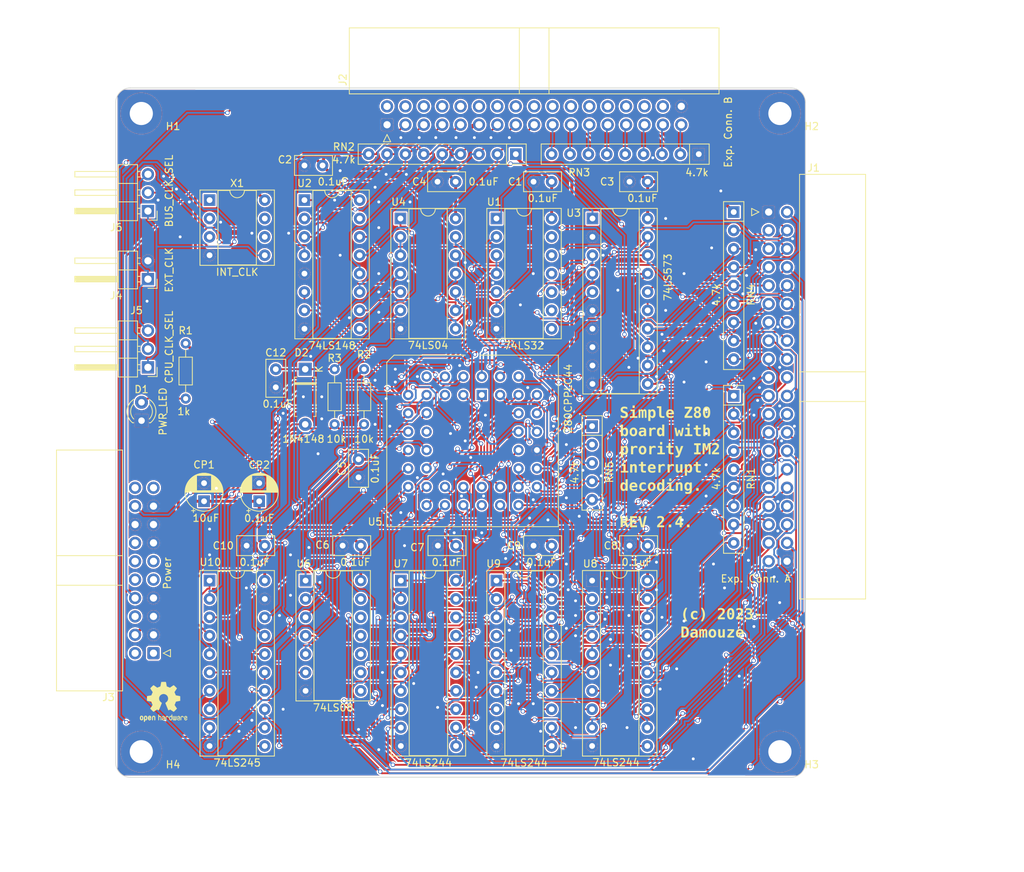
<source format=kicad_pcb>
(kicad_pcb (version 20221018) (generator pcbnew)
  (title_block (title "Simple Z80 board with priority IM2 interrupt decoding") (date "2023-09-06") (rev "2.4"))
  (layers (0 "F.Cu" mixed) (31 "B.Cu" mixed) (34 "B.Paste" user) (35 "F.Paste" user) (36 "B.SilkS" user "B.Silkscreen") (37 "F.SilkS" user "F.Silkscreen") (38 "B.Mask" user) (39 "F.Mask" user) (44 "Edge.Cuts" user))
  (net 0 "")
  (net 1 "/+5V")
  (net 2 "/GND")
  (net 3 "Net-(D2-K)")
  (net 4 "Net-(D1-A)")
  (net 5 "/~{RESET_SW}")
  (net 6 "/~{NMI}")
  (net 7 "/~{RESET}")
  (net 8 "/BUS_CLK")
  (net 9 "/CPU_CLK")
  (net 10 "/~{B_M1}")
  (net 11 "/~{B_IORQ}")
  (net 12 "/~{B_MREQ}")
  (net 13 "/~{B_WR}")
  (net 14 "/~{B_RD}")
  (net 15 "/~{WAIT}")
  (net 16 "/~{B_RFSH}")
  (net 17 "/M_A21")
  (net 18 "/M_A20")
  (net 19 "/M_A19")
  (net 20 "/M_A18")
  (net 21 "/M_A17")
  (net 22 "/M_A16")
  (net 23 "/-12V")
  (net 24 "/+12V")
  (net 25 "/USER2")
  (net 26 "/USER1")
  (net 27 "/USER3")
  (net 28 "/USER0")
  (net 29 "/Clock & Reset circuit/EXT_CLK")
  (net 30 "/Clock & Reset circuit/INT_CLK")
  (net 31 "/B_D7")
  (net 32 "/PWR_OK")
  (net 33 "/MCU/~{HALT}")
  (net 34 "/MCU/~{MREQ}")
  (net 35 "/MCU/~{IORQ}")
  (net 36 "/MCU/~{RD}")
  (net 37 "/MCU/~{WR}")
  (net 38 "/MCU/~{M1}")
  (net 39 "/MCU/~{RFSH}")
  (net 40 "/Clock & Reset circuit/~{RESET1}")
  (net 41 "/Clock & Reset circuit/~{PWR_OK}")
  (net 42 "/~{INTA}")
  (net 43 "/~{IM2_INT}")
  (net 47 "/Clock & Reset circuit/RESET1")
  (net 48 "/MCU/~{BUSACK}")
  (net 52 "/MCU/BUSACK")
  (net 53 "/B_D6")
  (net 54 "/B_D5")
  (net 55 "/B_D4")
  (net 56 "/B_D3")
  (net 57 "/B_D2")
  (net 58 "/B_D1")
  (net 59 "/B_D0")
  (net 60 "/B_A15")
  (net 61 "/B_A14")
  (net 62 "/B_A13")
  (net 63 "/B_A12")
  (net 64 "/~{INT7}")
  (net 65 "/B_A11")
  (net 66 "/~{INT6}")
  (net 67 "/B_A10")
  (net 68 "/~{INT5}")
  (net 69 "/B_A9")
  (net 70 "/~{INT4}")
  (net 71 "/B_A8")
  (net 72 "/~{INT3}")
  (net 73 "/B_A7")
  (net 74 "/~{INT2}")
  (net 75 "/B_A6")
  (net 76 "/B_A5")
  (net 77 "/B_A4")
  (net 78 "/B_A3")
  (net 79 "/B_A2")
  (net 80 "/B_A1")
  (net 81 "/B_A0")
  (net 82 "/~{INT0}")
  (net 83 "/~{INT1}")
  (net 84 "/USER15")
  (net 85 "/MCU/D4")
  (net 86 "/MCU/D3")
  (net 87 "/MCU/D5")
  (net 88 "/MCU/D6")
  (net 89 "/MCU/D2")
  (net 90 "/MCU/D7")
  (net 91 "/MCU/D0")
  (net 92 "/MCU/D1")
  (net 93 "/~{INT}")
  (net 94 "Net-(U3-OE)")
  (net 95 "Net-(U10-A->B)")
  (net 102 "Net-(U2-S2)")
  (net 103 "Net-(U2-S1)")
  (net 104 "Net-(U2-S0)")
  (net 106 "/MCU/A11")
  (net 107 "/MCU/A12")
  (net 108 "/MCU/A13")
  (net 109 "/MCU/A14")
  (net 110 "/MCU/A15")
  (net 111 "/MCU/A0")
  (net 112 "/MCU/A1")
  (net 113 "/MCU/A2")
  (net 114 "/MCU/A3")
  (net 115 "/MCU/A4")
  (net 116 "/MCU/A5")
  (net 117 "/MCU/A6")
  (net 118 "/MCU/A7")
  (net 119 "/MCU/A8")
  (net 120 "/MCU/A9")
  (net 121 "/MCU/A10")
  (net 123 "/~{B_BUSACK}")
  (net 124 "Net-(U4-Pad11)")
  (net 129 "/USER14")
  (net 130 "/USER13")
  (net 131 "/USER12")
  (net 132 "/USER11")
  (net 133 "/USER10")
  (net 134 "/USER9")
  (net 135 "/USER8")
  (net 136 "/USER7")
  (net 137 "/M_A15")
  (net 138 "/USER6")
  (net 139 "/M_A14")
  (net 140 "/USER5")
  (net 141 "/USER4")
  (net 142 "/+3.3V")
  (net 143 "/+5V2")
  (net 144 "/+5VSB")
  (net 145 "/~{PS_ON}")
  (net 146 "/+5V4")
  (net 147 "/+5V3")
  (net 148 "/~{CPU_INT}")
  (net 149 "/+3.3V2")
  (net 150 "/+3.3V3")
  (net 151 "/~{B_HALT}")
  (net 152 "/~{BUSREQ}")
  (footprint "MountingHole:MountingHole_3.2mm_M3_ISO7380_Pad" (layer "F.Cu") (at 28.925 28.925)
    (fp_text reference "H1")
    (fp_text value "MountingHole_Pad")
  )
  (footprint "Symbol:OSHW-Logo2_7.3x6mm_SilkScreen" (layer "F.Cu") (at 32.004 110.236)
    (fp_text reference "REF**" hide)
    (fp_text value "OSHW-Logo2_7.3x6mm_SilkScreen" hide)
  )
  (footprint "Package_DIP:DIP-20_W7.62mm_Socket" (layer "F.Cu") (at 64.77 93.472)
    (fp_text reference "U7")
    (fp_text value "74LS244")
  )
  (footprint "Package_DIP:DIP-16_W7.62mm_Socket" (layer "F.Cu") (at 51.458 40.894)
    (fp_text reference "U2")
    (fp_text value "74LS148")
  )
  (footprint "Capacitor_THT:C_Disc_D5.0mm_W2.5mm_P2.50mm" (layer "F.Cu") (at 47.498 64.262 -90)
    (fp_text reference "C12")
    (fp_text value "0.1uF")
  )
  (footprint "Capacitor_THT:CP_Radial_D5.0mm_P2.50mm" (layer "F.Cu") (at 37.592 82.51 90)
    (fp_text reference "CP1")
    (fp_text value "10uF")
  )
  (footprint "Capacitor_THT:C_Disc_D5.0mm_W2.5mm_P2.50mm" (layer "F.Cu") (at 98.858 38.354 180)
    (fp_text reference "C3")
    (fp_text value "0.1uF")
  )
  (footprint "Package_DIP:DIP-14_W7.62mm_Socket" (layer "F.Cu") (at 51.614 93.472)
    (fp_text reference "U6")
    (fp_text value "74LS08")
  )
  (footprint "Capacitor_THT:C_Disc_D5.0mm_W2.5mm_P2.50mm" (layer "F.Cu") (at 72.39 88.646 180)
    (fp_text reference "C7")
    (fp_text value "0.1uF")
  )
  (footprint "Capacitor_THT:C_Disc_D5.0mm_W2.5mm_P2.50mm" (layer "F.Cu") (at 72.338 38.354 180)
    (fp_text reference "C4")
    (fp_text value "0.1uF")
  )
  (footprint "Package_DIP:DIP-14_W7.62mm_Socket" (layer "F.Cu") (at 77.978 43.434)
    (fp_text reference "U1")
    (fp_text value "74LS32")
  )
  (footprint "Connector_PinHeader_2.54mm:PinHeader_1x03_P2.54mm_Horizontal" (layer "F.Cu") (at 29.845 42.403 180)
    (fp_text reference "J6")
    (fp_text value "BUS_CLK_SEL")
  )
  (footprint "MountingHole:MountingHole_3.2mm_M3_ISO7380_Pad" (layer "F.Cu") (at 117.125 28.925)
    (fp_text reference "H2")
    (fp_text value "MountingHole_Pad")
  )
  (footprint "Capacitor_THT:C_Disc_D5.0mm_W2.5mm_P2.50mm" (layer "F.Cu") (at 58.928 76.708 -90)
    (fp_text reference "C5")
    (fp_text value "0.1uF")
  )
  (footprint "Resistor_THT:R_Array_SIP9" (layer "F.Cu") (at 110.744 67.945 -90)
    (fp_text reference "RN1")
    (fp_text value "4.7k")
  )
  (footprint "Package_DIP:DIP-20_W7.62mm_Socket" (layer "F.Cu") (at 91.186 93.472)
    (fp_text reference "U8")
    (fp_text value "74LS244")
  )
  (footprint "Package_DIP:DIP-20_W7.62mm_Socket" (layer "F.Cu") (at 38.354 93.472)
    (fp_text reference "U10")
    (fp_text value "74LS245")
  )
  (footprint "Capacitor_THT:C_Disc_D5.0mm_W2.5mm_P2.50mm" (layer "F.Cu") (at 98.858 88.646 180)
    (fp_text reference "C8")
    (fp_text value "0.1uF")
  )
  (footprint "Diode_THT:D_A-405_P7.62mm_Horizontal" (layer "F.Cu") (at 51.562 64.262 -90)
    (fp_text reference "D2")
    (fp_text value "1N4148")
  )
  (footprint "Connector_IDC:IDC-Header_2x20_P2.54mm_Horizontal" (layer "F.Cu") (at 115.57 42.545)
    (fp_text reference "J1")
    (fp_text value "Exp. Conn. A")
  )
  (footprint "Capacitor_THT:C_Disc_D5.0mm_W2.5mm_P2.50mm" (layer "F.Cu") (at 59.234 88.646 180)
    (fp_text reference "C6")
    (fp_text value "0.1uF")
  )
  (footprint "Resistor_THT:R_Array_SIP5" (layer "F.Cu") (at 91.186 72.136 -90)
    (fp_text reference "RN5")
    (fp_text value "4.7k")
  )
  (footprint "Resistor_THT:R_Array_SIP9" (layer "F.Cu") (at 80.645 34.544 180)
    (fp_text reference "RN2")
    (fp_text value "4.7k")
  )
  (footprint "Package_DIP:DIP-20_W7.62mm_Socket" (layer "F.Cu") (at 91.238 43.434)
    (fp_text reference "U3")
    (fp_text value "74LS573")
  )
  (footprint "Resistor_THT:R_Axial_DIN0204_L3.6mm_D1.6mm_P7.62mm_Horizontal" (layer "F.Cu") (at 35.052 60.706 -90)
    (fp_text reference "R1")
    (fp_text value "1k")
  )
  (footprint "Resistor_THT:R_Array_SIP9" (layer "F.Cu") (at 110.744 42.545 -90)
    (fp_text reference "RN4")
    (fp_text value "4.7k")
  )
  (footprint "Connector_PinHeader_2.54mm:PinHeader_1x02_P2.54mm_Horizontal" (layer "F.Cu") (at 29.845 51.816 180)
    (fp_text reference "J4")
    (fp_text value "EXT_CLK")
  )
  (footprint "Capacitor_THT:C_Disc_D5.0mm_W2.5mm_P2.50mm" (layer "F.Cu") (at 85.598 38.354 180)
    (fp_text reference "C1")
    (fp_text value "0.1uF")
  )
  (footprint "Capacitor_THT:C_Disc_D5.0mm_W2.5mm_P2.50mm" (layer "F.Cu") (at 45.974 88.646 180)
    (fp_text reference "C10")
    (fp_text value "0.1uF")
  )
  (footprint "Resistor_THT:R_Axial_DIN0204_L3.6mm_D1.6mm_P7.62mm_Horizontal" (layer "F.Cu") (at 55.626 64.262 -90)
    (fp_text reference "R3")
    (fp_text value "10k")
  )
  (footprint "Resistor_THT:R_Array_SIP9" (layer "F.Cu") (at 105.918 34.544 180)
    (fp_text reference "RN3")
    (fp_text value "4.7k")
  )
  (footprint "LED_THT:LED_D3.0mm" (layer "F.Cu") (at 28.956 71.374 90)
    (fp_text reference "D1")
    (fp_text value "PWR_LED")
  )
  (footprint "Capacitor_THT:C_Disc_D5.0mm_W2.5mm_P2.50mm" (layer "F.Cu") (at 51.458 36.108)
    (fp_text reference "C2")
    (fp_text value "0.1uF")
  )
  (footprint "Connector_PinHeader_2.54mm:PinHeader_1x03_P2.54mm_Horizontal" (layer "F.Cu") (at 29.845 64.008 180)
    (fp_text reference "J5")
    (fp_text value "CPU_CLK_SEL")
  )
  (footprint "Capacitor_THT:CP_Radial_D5.0mm_P2.50mm" (layer "F.Cu") (at 45.212 82.51 90)
    (fp_text reference "CP2")
    (fp_text value "0.1uF")
  )
  (footprint "Package_DIP:DIP-8_W7.62mm_Socket" (layer "F.Cu") (at 38.354 40.894)
    (fp_text reference "X1")
    (fp_text value "INT_CLK")
  )
  (footprint "Connector_IDC:IDC-Header_2x10_P2.54mm_Horizontal" (layer "F.Cu") (at 30.607 103.505 180)
    (fp_text reference "J3")
    (fp_text value "Power")
  )
  (footprint "MountingHole:MountingHole_3.2mm_M3_ISO7380_Pad" (layer "F.Cu") (at 28.925 117.125)
    (fp_text reference "H4")
    (fp_text value "MountingHole_Pad")
  )
  (footprint "Connector_IDC:IDC-Header_2x17_P2.54mm_Horizontal" (layer "F.Cu") (at 62.865 30.48 90)
    (fp_text reference "J2")
    (fp_text value "Exp. Conn. B")
  )
  (footprint "Resistor_THT:R_Axial_DIN0204_L3.6mm_D1.6mm_P7.62mm_Horizontal" (layer "F.Cu") (at 59.69 64.262 -90)
    (fp_text reference "R2")
    (fp_text value "10k")
  )
  (footprint "Package_DIP:DIP-14_W7.62mm_Socket" (layer "F.Cu") (at 64.718 43.434)
    (fp_text reference "U4")
    (fp_text value "74LS04")
  )
  (footprint "Capacitor_THT:C_Disc_D5.0mm_W2.5mm_P2.50mm" (layer "F.Cu") (at 85.598 88.646 180)
    (fp_text reference "C9")
    (fp_text value "0.1uF")
  )
  (footprint "Package_LCC:PLCC-44_THT-Socket" (layer "F.Cu") (at 75.946 67.818)
    (fp_text reference "U5")
    (fp_text value "Z80CPPLC44")
  )
  (footprint "MountingHole:MountingHole_3.2mm_M3_ISO7380_Pad" (layer "F.Cu") (at 117.125 117.125)
    (fp_text reference "H3")
    (fp_text value "MountingHole_Pad")
  )
  (footprint "Package_DIP:DIP-20_W7.62mm_Socket" (layer "F.Cu") (at 77.978 93.472)
    (fp_text reference "U9")
    (fp_text value "74LS244")
  )
  (gr_line (start 25.4 27.4) (end 25.4 118.65) (stroke (width 0.1)) (layer "Edge.Cuts"))
  (gr_line (start 120.65 27.4) (end 120.65 118.65) (stroke (width 0.1)) (layer "Edge.Cuts"))
  (gr_arc (start 120.65 118.65) (mid 120.064214 120.064214) (end 118.65 120.65) (stroke (width 0.1)) (layer "Edge.Cuts"))
  (gr_arc (start 27.4 120.65) (mid 25.985786 120.064214) (end 25.4 118.65) (stroke (width 0.1)) (layer "Edge.Cuts"))
  (gr_arc (start 25.4 27.4) (mid 25.985786 25.985786) (end 27.4 25.4) (stroke (width 0.1)) (layer "Edge.Cuts"))
  (gr_arc (start 118.65 25.4) (mid 120.064214 25.985786) (end 120.65 27.4) (stroke (width 0.1)) (layer "Edge.Cuts"))
  (gr_line (start 27.4 120.65) (end 118.65 120.65) (stroke (width 0.1)) (layer "Edge.Cuts"))
  (gr_line (start 27.4 25.4) (end 118.65 25.4) (stroke (width 0.1)) (layer "Edge.Cuts"))
  (gr_text "(c) 2023- \nDamouze" (at 103.378 101.6) (layer "F.SilkS") (effects (font (size 1.5 1.5) (thickness 0.3) bold) (justify left bottom)))
  (gr_text "Simple Z80\nboard with\nprority IM2\ninterrupt\ndecoding.\n\nREV ${REVISION}." (at 94.996 86.36) (layer "F.SilkS") (effects (font (size 1.5 1.5) (thickness 0.3) bold) (justify left bottom)))
  (segment (start 58.928 76.708) (end 49.53 86.106) (width 0.4) (layer "F.Cu") (net 1))
  (segment (start 70.358 36.576) (end 57.912 36.576) (width 0.4) (layer "F.Cu") (net 1))
  (segment (start 106.553 38.354) (end 110.744 42.545) (width 0.4) (layer "F.Cu") (net 1))
  (segment (start 53.958 36.108) (end 52.758 34.908) (width 0.4) (layer "F.Cu") (net 1))
  (segment (start 73.152 92.71) (end 72.39 93.472) (width 0.4) (layer "F.Cu") (net 1))
  (segment (start 82.296 36.576) (end 70.56 36.576) (width 0.4) (layer "F.Cu") (net 1))
  (segment (start 110.744 67.945) (end 109.855 67.056) (width 0.4) (layer "F.Cu") (net 1))
  (segment (start 49.53 86.106) (end 49.276 86.106) (width 0.4) (layer "F.Cu") (net 1))
  (segment (start 91.5674 67.9446) (end 88.392 71.12) (width 0.4) (layer "F.Cu") (net 1))
  (segment (start 45.212 86.106) (end 49.276 86.106) (width 0.4) (layer "F.Cu") (net 1))
  (segment (start 80.645 34.544) (end 80.645 34.925) (width 0.4) (layer "F.Cu") (net 1))
  (segment (start 57.912 36.576) (end 56.244 34.908) (width 0.4) (layer "F.Cu") (net 1))
  (segment (start 56.694 86.106) (end 59.234 88.646) (width 0.4) (layer "F.Cu") (net 1))
  (segment (start 45.212 82.51) (end 45.212 86.106) (width 0.4) (layer "F.Cu") (net 1))
  (segment (start 88.392 38.1) (end 88.392 71.12) (width 0.4) (layer "F.Cu") (net 1))
  (segment (start 36.392 62.992) (end 36.392 79.432) (width 0.4) (layer "F.Cu") (net 1))
  (segment (start 56.694 86.106) (end 67.056 86.106) (width 0.4) (layer "F.Cu") (net 1))
  (segment (start 54.102 34.908) (end 54.102 35.964) (width 0.4) (layer "F.Cu") (net 1))
  (segment (start 86.868 36.576) (end 88.392 38.1) (width 0.4) (layer "F.Cu") (net 1))
  (segment (start 37.754 38.516) (end 36.392 39.878) (width 0.4) (layer "F.Cu") (net 1))
  (segment (start 98.858 38.354) (end 106.553 38.354) (width 0.4) (layer "F.Cu") (net 1))
  (segment (start 85.598 88.646) (end 85.598 93.472) (width 0.4) (layer "F.Cu") (net 1))
  (segment (start 88.392 74.168) (end 88.392 74.93) (width 0.4) (layer "F.Cu") (net 1))
  (segment (start 82.296 36.576) (end 83.82 36.576) (width 0.4) (layer "F.Cu") (net 1))
  (segment (start 53.958 36.108) (end 58.744 40.894) (width 0.4) (layer "F.Cu") (net 1))
  (segment (start 98.858 88.646) (end 98.858 93.42) (width 0.4) (layer "F.Cu") (net 1))
  (segment (start 58.744 40.894) (end 59.078 40.894) (width 0.4) (layer "F.Cu") (net 1))
  (segment (start 97.08 36.576) (end 98.858 38.354) (width 0.4) (layer "F.Cu") (net 1))
  (segment (start 88.392 74.93) (end 88.392 75.946) (width 0.4) (layer "F.Cu") (net 1))
  (segment (start 90.424 72.136) (end 88.392 74.168) (width 0.4) (layer "F.Cu") (net 1))
  (segment (start 56.244 34.908) (end 54.102 34.908) (width 0.4) (layer "F.Cu") (net 1))
  (segment (start 88.392 75.946) (end 88.392 86.106) (width 0.4) (layer "F.Cu") (net 1))
  (segment (start 88.392 86.106) (end 96.318 86.106) (width 0.4) (layer "F.Cu") (net 1))
  (segment (start 70.56 36.576) (end 70.358 36.576) (width 0.4) (layer "F.Cu") (net 1))
  (segment (start 86.868 36.576) (end 97.08 36.576) (width 0.4) (layer "F.Cu") (net 1))
  (segment (start 45.212 87.884) (end 45.974 88.646) (width 0.4) (layer "F.Cu") (net 1))
  (segment (start 88.392 74.93) (end 88.392 75.946) (width 0.4) (layer "F.Cu") (net 1))
  (segment (start 85.598 38.354) (end 85.598 43.434) (width 0.4) (layer "F.Cu") (net 1))
  (segment (start 31.0848 99.715) (end 34.036 96.7638) (width 0.4) (layer "F.Cu") (net 1))
  (segment (start 59.234 88.646) (end 59.234 93.472) (width 0.4) (layer "F.Cu") (net 1))
  (segment (start 70.56 36.576) (end 70.358 36.576) (width 0.4) (layer "F.Cu") (net 1))
  (segment (start 36.392 39.878) (end 36.392 62.046) (width 0.4) (layer "F.Cu") (net 1))
  (segment (start 69.85 86.106) (end 83.058 86.106) (width 0.4) (layer "F.Cu") (net 1))
  (segment (start 45.212 86.106) (end 45.212 87.884) (width 0.4) (layer "F.Cu") (net 1))
  (segment (start 34.036 81.788) (end 34.036 84.582) (width 0.4) (layer "F.Cu") (net 1))
  (segment (start 37.592 82.51) (end 45.212 82.51) (width 0.4) (layer "F.Cu") (net 1))
  (segment (start 108.00215 67.056) (end 107.11355 67.9446) (width 0.4) (layer "F.Cu") (net 1))
  (segment (start 72.39 88.646) (end 69.85 86.106) (width 0.4) (layer "F.Cu") (net 1))
  (segment (start 80.645 34.925) (end 82.296 36.576) (width 0.4) (layer "F.Cu") (net 1))
  (segment (start 52.758 34.908) (end 52.324 34.908) (width 0.4) (layer "F.Cu") (net 1))
  (segment (start 72.39 88.646) (end 73.152 89.408) (width 0.4) (layer "F.Cu") (net 1))
  (segment (start 34.036 96.7638) (end 34.036 84.582) (width 0.4) (layer "F.Cu") (net 1))
  (segment (start 45.974 40.894) (end 43.596 38.516) (width 0.4) (layer "F.Cu") (net 1))
  (segment (start 58.928 76.708) (end 64.516 76.708) (width 0.4) (layer "F.Cu") (net 1))
  (segment (start 45.974 88.646) (end 45.974 93.472) (width 0.4) (layer "F.Cu") (net 1))
  (segment (start 83.82 36.576) (end 86.868 36.576) (width 0.4) (layer "F.Cu") (net 1))
  (segment (start 85.598 38.354) (end 83.82 36.576) (width 0.4) (layer "F.Cu") (net 1))
  (segment (start 29.317 99.715) (end 31.0848 99.715) (width 0.4) (layer "F.Cu") (net 1))
  (segment (start 91.186 72.136) (end 90.424 72.136) (width 0.4) (layer "F.Cu") (net 1))
  (segment (start 36.392 79.432) (end 34.036 81.788) (width 0.4) (layer "F.Cu") (net 1))
  (segment (start 36.392 62.046) (end 36.392 62.992) (width 0.4) (layer "F.Cu") (net 1))
  (segment (start 72.338 38.354) (end 72.338 43.434) (width 0.4) (layer "F.Cu") (net 1))
  (segment (start 64.516 76.708) (end 65.786 75.438) (width 0.4) (layer "F.Cu") (net 1))
  (segment (start 36.108 82.51) (end 37.592 82.51) (width 0.4) (layer "F.Cu") (net 1))
  (segment (start 36.392 62.046) (end 36.392 62.992) (width 0.4) (layer "F.Cu") (net 1))
  (segment (start 72.338 38.354) (end 70.56 36.576) (width 0.4) (layer "F.Cu") (net 1))
  (segment (start 73.152 89.408) (end 73.152 92.71) (width 0.4) (layer "F.Cu") (net 1))
  (segment (start 54.102 35.964) (end 53.958 36.108) (width 0.4) (layer "F.Cu") (net 1))
  (segment (start 98.858 38.354) (end 98.858 43.434) (width 0.4) (layer "F.Cu") (net 1))
  (segment (start 52.324 34.908) (end 41.362 34.908) (width 0.4) (layer "F.Cu") (net 1))
  (segment (start 52.758 34.908) (end 52.324 34.908) (width 0.4) (layer "F.Cu") (net 1))
  (segment (start 83.82 36.576) (end 82.296 36.576) (width 0.4) (layer "F.Cu") (net 1))
  (segment (start 49.53 86.106) (end 56.694 86.106) (width 0.4) (layer "F.Cu") (net 1))
  (segment (start 35.052 60.706) (end 36.392 62.046) (width 0.4) (layer "F.Cu") (net 1))
  (segment (start 49.276 86.106) (end 49.53 86.106) (width 0.4) (layer "F.Cu") (net 1))
  (segment (start 88.392 71.12) (end 88.392 74.93) (width 0.4) (layer "F.Cu") (net 1))
  (segment (start 107.11355 67.9446) (end 91.5674 67.9446) (width 0.4) (layer "F.Cu") (net 1))
  (segment (start 43.596 38.516) (end 37.754 38.516) (width 0.4) (layer "F.Cu") (net 1))
  (segment (start 109.855 67.056) (end 108.00215 67.056) (width 0.4) (layer "F.Cu") (net 1))
  (segment (start 67.056 86.106) (end 69.85 86.106) (width 0.4) (layer "F.Cu") (net 1))
  (segment (start 41.362 34.908) (end 37.754 38.516) (width 0.4) (layer "F.Cu") (net 1))
  (segment (start 83.058 86.106) (end 85.598 88.646) (width 0.4) (layer "F.Cu") (net 1))
  (segment (start 96.318 86.106) (end 98.858 88.646) (width 0.4) (layer "F.Cu") (net 1))
  (segment (start 34.036 84.582) (end 36.108 82.51) (width 0.4) (layer "F.Cu") (net 1))
  (segment (start 69.85 86.106) (end 67.056 86.106) (width 0.4) (layer "F.Cu") (net 1))
  (segment (start 54.102 34.908) (end 52.758 34.908) (width 0.4) (layer "F.Cu") (net 1))
  (segment (start 28.067 100.965) (end 29.317 99.715) (width 0.4) (layer "F.Cu") (net 1))
  (segment (start 98.858 93.42) (end 98.806 93.472) (width 0.4) (layer "F.Cu") (net 1))
  (segment (start 83.058 86.106) (end 88.392 86.106) (width 0.4) (layer "F.Cu") (net 1))
  (segment (start 58.5311 65.4209) (end 59.69 64.262) (width 0.4) (layer "B.Cu") (net 1))
  (segment (start 58.5311 76.3111) (end 58.5311 65.4209) (width 0.4) (layer "B.Cu") (net 1))
  (segment (start 58.928 76.708) (end 58.5311 76.3111) (width 0.4) (layer "B.Cu") (net 1))
  (via (at 100.584 108.458) (size 0.6) (drill 0.4) (layers "F.Cu" "B.Cu") (net 2))
  (via (at 64.77 32.258) (size 0.6) (drill 0.4) (layers "F.Cu" "B.Cu") (net 2))
  (via (at 96.266 103.886) (size 0.6) (drill 0.4) (layers "F.Cu" "B.Cu") (net 2))
  (via (at 92.456 78.994) (size 0.6) (drill 0.4) (layers "F.Cu" "B.Cu") (net 2))
  (via (at 53.848 68.072) (size 0.6) (drill 0.4) (layers "F.Cu" "B.Cu") (net 2))
  (via (at 71.882 35.306) (size 0.6) (drill 0.4) (layers "F.Cu" "B.Cu") (net 2))
  (via (at 89.408 84.582) (size 0.6) (drill 0.4) (layers "F.Cu" "B.Cu") (net 2))
  (via (at 65.532 37.338) (size 0.6) (drill 0.4) (layers "F.Cu" "B.Cu") (net 2))
  (via (at 77.216 32.258) (size 0.6) (drill 0.4) (layers "F.Cu" "B.Cu") (net 2))
  (via (at 118.872 46.228) (size 0.6) (drill 0.4) (layers "F.Cu" "B.Cu") (net 2))
  (via (at 56.388 36.83) (size 0.6) (drill 0.4) (layers "F.Cu" "B.Cu") (net 2))
  (via (at 66.04 41.148) (size 0.6) (drill 0.4) (layers "F.Cu" "B.Cu") (net 2))
  (via (at 88.9 101.092) (size 0.6) (drill 0.4) (layers "F.Cu" "B.Cu") (net 2))
  (via (at 73.152 81.788) (size 0.6) (drill 0.4) (layers "F.Cu" "B.Cu") (net 2))
  (via (at 85.09 85.09) (size 0.6) (drill 0.4) (layers "F.Cu" "B.Cu") (net 2))
  (via (at 48.514 111.252) (size 0.6) (drill 0.4) (layers "F.Cu" "B.Cu") (net 2))
  (via (at 58.928 114.046) (size 0.6) (drill 0.4) (layers "F.Cu" "B.Cu") (net 2))
  (via (at 116.332 92.964) (size 0.6) (drill 0.4) (layers "F.Cu" "B.Cu") (net 2))
  (via (at 35.56 41.148) (size 0.6) (drill 0.4) (layers "F.Cu" "B.Cu") (net 2))
  (via (at 111.506 106.68) (size 0.6) (drill 0.4) (layers "F.Cu" "B.Cu") (net 2))
  (via (at 62.738 68.326) (size 0.6) (drill 0.4) (layers "F.Cu" "B.Cu") (net 2))
  (via (at 69.596 32.258) (size 0.6) (drill 0.4) (layers "F.Cu" "B.Cu") (net 2))
  (via (at 64.008 64.262) (size 0.6) (drill 0.4) (layers "F.Cu" "B.Cu") (net 2))
  (via (at 112.014 53.848) (size 0.6) (drill 0.4) (layers "F.Cu" "B.Cu") (net 2))
  (via (at 48.514 70.358) (size 0.6) (drill 0.4) (layers "F.Cu" "B.Cu") (net 2))
  (via (at 88.9 98.298) (size 0.6) (drill 0.4) (layers "F.Cu" "B.Cu") (net 2))
  (via (at 74.422 76.454) (size 0.6) (drill 0.4) (layers "F.Cu" "B.Cu") (net 2))
  (via (at 88.9 96.266) (size 0.6) (drill 0.4) (layers "F.Cu" "B.Cu") (net 2))
  (via (at 64.008 66.04) (size 0.6) (drill 0.4) (layers "F.Cu" "B.Cu") (net 2))
  (via (at 81.026 110.49) (size 0.6) (drill 0.4) (layers "F.Cu" "B.Cu") (net 2))
  (via (at 93.726 105.156) (size 0.6) (drill 0.4) (layers "F.Cu" "B.Cu") (net 2))
  (via (at 43.434 94.488) (size 0.6) (drill 0.4) (layers "F.Cu" "B.Cu") (net 2))
  (via (at 80.772 91.186) (size 0.6) (drill 0.4) (layers "F.Cu" "B.Cu") (net 2))
  (via (at 73.66 49.53) (size 0.6) (drill 0.4) (layers "F.Cu" "B.Cu") (net 2))
  (via (at 97.536 62.738) (size 0.6) (drill 0.4) (layers "F.Cu" "B.Cu") (net 2))
  (via (at 74.93 32.258) (size 0.6) (drill 0.4) (layers "F.Cu" "B.Cu") (net 2))
  (via (at 83.058 110.49) (size 0.6) (drill 0.4) (layers "F.Cu" "B.Cu") (net 2))
  (via (at 102.87 105.664) (size 0.6) (drill 0.4) (layers "F.Cu" "B.Cu") (net 2))
  (via (at 116.84 82.55) (size 0.6) (drill 0.4) (layers "F.Cu" "B.Cu") (net 2))
  (via (at 61.722 51.054) (size 0.6) (drill 0.4) (layers "F.Cu" "B.Cu") (net 2))
  (via (at 44.196 45.466) (size 0.6) (drill 0.4) (layers "F.Cu" "B.Cu") (net 2))
  (via (at 88.9 113.792) (size 0.6) (drill 0.4) (layers "F.Cu" "B.Cu") (net 2))
  (via (at 72.136 86.868) (size 0.6) (drill 0.4) (layers "F.Cu" "B.Cu") (net 2))
  (via (at 67.056 65.278) (size 0.6) (drill 0.4) (layers "F.Cu" "B.Cu") (net 2))
  (via (at 112.776 90.678) (size 0.6) (drill 0.4) (layers "F.Cu" "B.Cu") (net 2))
  (via (at 113.538 99.822) (size 0.6) (drill 0.4) (layers "F.Cu" "B.Cu") (net 2))
  (via (at 103.886 51.054) (size 0.6) (drill 0.4) (layers "F.Cu" "B.Cu") (net 2))
  (via (at 72.39 32.258) (size 0.6) (drill 0.4) (layers "F.Cu" "B.Cu") (net 2))
  (via (at 86.868 77.978) (size 0.6) (drill 0.4) (layers "F.Cu" "B.Cu") (net 2))
  (via (at 83.058 51.054) (size 0.6) (drill 0.4) (layers "F.Cu" "B.Cu") (net 2))
  (via (at 102.108 63.246) (size 0.6) (drill 0.4) (layers "F.Cu" "B.Cu") (net 2))
  (via (at 87.63 74.676) (size 0.6) (drill 0.4) (layers "F.Cu" "B.Cu") (net 2))
  (via (at 61.214 65.786) (size 0.6) (drill 0.4) (layers "F.Cu" "B.Cu") (net 2))
  (via (at 101.092 61.722) (size 0.6) (drill 0.4) (layers "F.Cu" "B.Cu") (net 2))
  (via (at 101.346 43.434) (size 0.6) (drill 0.4) (layers "F.Cu" "B.Cu") (net 2))
  (via (at 79.756 32.258) (size 0.6) (drill 0.4) (layers "F.Cu" "B.Cu") (net 2))
  (via (at 55.626 40.894) (size 0.6) (drill 0.4) (layers "F.Cu" "B.Cu") (net 2))
  (via (at 49.53 95.504) (size 0.6) (drill 0.4) (layers "F.Cu" "B.Cu") (net 2))
  (via (at 61.722 56.388) (size 0.6) (drill 0.4) (layers "F.Cu" "B.Cu") (net 2))
  (via (at 38.354 86.36) (size 0.6) (drill 0.4) (layers "F.Cu" "B.Cu") (net 2))
  (via (at 56.388 48.514) (size 0.6) (drill 0.4) (layers "F.Cu" "B.Cu") (net 2))
  (via (at 70.612 78.74) (size 0.6) (drill 0.4) (layers "F.Cu" "B.Cu") (net 2))
  (via (at 100.838 59.436) (size 0.6) (drill 0.4) (layers "F.Cu" "B.Cu") (net 2))
  (via (at 52.07 88.9) (size 0.6) (drill 0.4) (layers "F.Cu" "B.Cu") (net 2))
  (via (at 116.84 58.42) (size 0.6) (drill 0.4) (layers "F.Cu" "B.Cu") (net 2))
  (via (at 79.756 100.33) (size 0.6) (drill 0.4) (layers "F.Cu" "B.Cu") (net 2))
  (via (at 99.568 35.052) (size 0.6) (drill 0.4) (layers "F.Cu" "B.Cu") (net 2))
  (via (at 87.63 100.076) (size 0.6) (drill 0.4) (layers "F.Cu" "B.Cu") (net 2))
  (via (at 107.95 91.186) (size 0.6) (drill 0.4) (layers "F.Cu" "B.Cu") (net 2))
  (via (at 82.55 84.836) (size 0.6) (drill 0.4) (layers "F.Cu" "B.Cu") (net 2))
  (via (at 107.95 55.118) (size 0.6) (drill 0.4) (layers "F.Cu" "B.Cu") (net 2))
  (via (at 114.046 68.58) (size 0.6) (drill 0.4) (layers "F.Cu" "B.Cu") (net 2))
  (via (at 61.214 39.116) (size 0.6) (drill 0.4) (layers "F.Cu" "B.Cu") (net 2))
  (via (at 51.308 68.072) (size 0.6) (drill 0.4) (layers "F.Cu" "B.Cu") (net 2))
  (via (at 117.348 74.168) (size 0.6) (drill 0.4) (layers "F.Cu" "B.Cu") (net 2))
  (via (at 83.058 82.296) (size 0.6) (drill 0.4) (layers "F.Cu" "B.Cu") (net 2))
  (via (at 93.218 93.218) (size 0.6) (drill 0.4) (layers "F.Cu" "B.Cu") (net 2))
  (via (at 61.722 41.148) (size 0.6) (drill 0.4) (layers "F.Cu" "B.Cu") (net 2))
  (via (at 69.85 110.998) (size 0.6) (drill 0.4) (layers "F.Cu" "B.Cu") (net 2))
  (via (at 33.782 39.37) (size 0.6) (drill 0.4) (layers "F.Cu" "B.Cu") (net 2))
  (via (at 116.84 86.614) (size 0.6) (drill 0.4) (layers "F.Cu" "B.Cu") (net 2))
  (via (at 62.738 37.338) (size 0.6) (drill 0.4) (layers "F.Cu" "B.Cu") (net 2))
  (via (at 57.658 57.15) (size 0.6) (drill 0.4) (layers "F.Cu" "B.Cu") (net 2))
  (via (at 113.792 57.912) (size 0.6) (drill 0.4) (layers "F.Cu" "B.Cu") (net 2))
  (via (at 29.718 54.864) (size 0.6) (drill 0.4) (layers "F.Cu" "B.Cu") (net 2))
  (via (at 100.076 65.278) (size 0.6) (drill 0.4) (layers "F.Cu" "B.Cu") (net 2))
  (via (at 31.242 40.894) (size 0.6) (drill 0.4) (layers "F.Cu" "B.Cu") (net 2))
  (via (at 49.53 89.916) (size 0.6) (drill 0.4) (layers "F.Cu" "B.Cu") (net 2))
  (via (at 75.438 106.172) (size 0.6) (drill 0.4) (layers "F.Cu" "B.Cu") (net 2))
  (via (at 72.898 63.754) (size 0.6) (drill 0.4) (layers "F.Cu" "B.Cu") (net 2))
  (via (at 114.3 66.802) (size 0.6) (drill 0.4) (layers "F.Cu" "B.Cu") (net 2))
  (via (at 117.094 96.52) (size 0.6) (drill 0.4) (layers "F.Cu" "B.Cu") (net 2))
  (via (at 112.522 51.308) (size 0.6) (drill 0.4) (layers "F.Cu" "B.Cu") (net 2))
  (via (at 53.34 75.946) (size 0.6) (drill 0.4) (layers "F.Cu" "B.Cu") (net 2))
  (via (at 75.184 108.204) (size 0.6) (drill 0.4) (layers "F.Cu" "B.Cu") (net 2))
  (via (at 82.296 66.802) (size 0.6) (drill 0.4) (layers "F.Cu" "B.Cu") (net 2))
  (via (at 62.23 106.172) (size 0.6) (drill 0.4) (layers "F.Cu" "B.Cu") (net 2))
  (via (at 65.786 52.07) (size 0.6) (drill 0.4) (layers "F.Cu" "B.Cu") (net 2))
  (via (at 53.848 71.12) (size 0.6) (drill 0.4) (layers "F.Cu" "B.Cu") (net 2))
  (via (at 76.2 81.788) (size 0.6) (drill 0.4) (layers "F.Cu" "B.Cu") (net 2))
  (via (at 92.964 98.806) (size 0.6) (drill 0.4) (layers "F.Cu" "B.Cu") (net 2))
  (via (at 84.074 114.3) (size 0.6) (drill 0.4) (layers "F.Cu" "B.Cu") (net 2))
  (via (at 103.886 99.06) (size 0.6) (drill 0.4) (layers "F.Cu" "B.Cu") (net 2))
  (via (at 117.094 64.008) (size 0.6) (drill 0.4) (layers "F.Cu" "B.Cu") (net 2))
  (via (at 103.632 85.09) (size 0.6) (drill 0.4) (layers "F.Cu" "B.Cu") (net 2))
  (via (at 87.63 91.186) (size 0.6) (drill 0.4) (layers "F.Cu" "B.Cu") (net 2))
  (via (at 53.594 93.726) (size 0.6) (drill 0.4) (layers "F.Cu" "B.Cu") (net 2))
  (via (at 96.266 64.008) (size 0.6) (drill 0.4) (layers "F.Cu" "B.Cu") (net 2))
  (via (at 93.726 101.6) (size 0.6) (drill 0.4) (layers "F.Cu" "B.Cu") (net 2))
  (via (at 61.722 44.704) (size 0.6) (drill 0.4) (layers "F.Cu" "B.Cu") (net 2))
  (via (at 67.056 79.248) (size 0.6) (drill 0.4) (layers "F.Cu" "B.Cu") (net 2))
  (via (at 71.628 73.152) (size 0.6) (drill 0.4) (layers "F.Cu" "B.Cu") (net 2))
  (via (at 113.538 65.532) (size 0.6) (drill 0.4) (layers "F.Cu" "B.Cu") (net 2))
  (via (at 65.278 88.646) (size 0.6) (drill 0.4) (layers "F.Cu" "B.Cu") (net 2))
  (via (at 73.66 74.168) (size 0.6) (drill 0.4) (layers "F.Cu" "B.Cu") (net 2))
  (via (at 66.548 107.696) (size 0.6) (drill 0.4) (layers "F.Cu" "B.Cu") (net 2))
  (via (at 34.29 45.974) (size 0.6) (drill 0.4) (layers "F.Cu" "B.Cu") (net 2))
  (via (at 106.934 81.788) (size 0.6) (drill 0.4) (layers "F.Cu" "B.Cu") (net 2))
  (via (at 101.346 56.134) (size 0.6) (drill 0.4) (layers "F.Cu" "B.Cu") (net 2))
  (via (at 48.006 98.298) (size 0.6) (drill 0.4) (layers "F.Cu" "B.Cu") (net 2))
  (via (at 61.214 71.882) (size 0.6) (drill 0.4) (layers "F.Cu" "B.Cu") (net 2))
  (via (at 87.63 82.042) (size 0.6) (drill 0.4) (layers "F.Cu" "B.Cu") (net 2))
  (via (at 89.916 78.232) (size 0.6) (drill 0.4) (layers "F.Cu" "B.Cu") (net 2))
  (via (at 94.742 53.34) (size 0.6) (drill 0.4) (layers "F.Cu" "B.Cu") (net 2))
  (via (at 39.878 43.942) (size 0.6) (drill 0.4) (layers "F.Cu" "B.Cu") (net 2))
  (via (at 114.808 76.708) (size 0.6) (drill 0.4) (layers "F.Cu" "B.Cu") (net 2))
  (via (at 75.946 86.868) (size 0.6) (drill 0.4) (layers "F.Cu" "B.Cu") (net 2))
  (via (at 100.838 98.552) (size 0.6) (drill 0.4) (layers "F.Cu" "B.Cu") (net 2))
  (via (at 87.884 94.742) (size 0.6) (drill 0.4) (layers "F.Cu" "B.Cu") (net 2))
  (via (at 64.77 84.074) (size 0.6) (drill 0.4) (layers "F.Cu" "B.Cu") (net 2))
  (via (at 113.792 47.752) (size 0.6) (drill 0.4) (layers "F.Cu" "B.Cu") (net 2))
  (via (at 72.136 90.678) (size 0.6) (drill 0.4) (layers "F.Cu" "B.Cu") (net 2))
  (via (at 119.126 72.136) (size 0.6) (drill 0.4) (layers "F.Cu" "B.Cu") (net 2))
  (via (at 52.324 62.484) (size 0.6) (drill 0.4) (layers "F.Cu" "B.Cu") (net 2))
  (via (at 106.934 77.47) (size 0.6) (drill 0.4) (layers "F.Cu" "B.Cu") (net 2))
  (via (at 32.004 37.592) (size 0.6) (drill 0.4) (layers "F.Cu" "B.Cu") (net 2))
  (via (at 107.696 47.498) (size 0.6) (drill 0.4) (layers "F.Cu" "B.Cu") (net 2))
  (via (at 105.156 118.11) (size 0.6) (drill 0.4) (layers "F.Cu" "B.Cu") (net 2))
  (via (at 63.246 72.136) (size 0.6) (drill 0.4) (layers "F.Cu" "B.Cu") (net 2))
  (via (at 106.934 63.246) (size 0.6) (drill 0.4) (layers "F.Cu" "B.Cu") (net 2))
  (via (at 108.966 39.624) (size 0.6) (drill 0.4) (layers "F.Cu" "B.Cu") (net 2))
  (via (at 84.328 60.706) (size 0.6) (drill 0.4) (layers "F.Cu" "B.Cu") (net 2))
  (via (at 81.28 55.372) (size 0.6) (drill 0.4) (layers "F.Cu" "B.Cu") (net 2))
  (via (at 49.276 45.466) (size 0.6) (drill 0.4) (layers "F.Cu" "B.Cu") (net 2))
  (via (at 80.01 103.124) (size 0.6) (drill 0.4) (layers "F.Cu" "B.Cu") (net 2))
  (via (at 109.474 94.488) (size 0.6) (drill 0.4) (layers "F.Cu" "B.Cu") (net 2))
  (via (at 76.454 70.612) (size 0.6) (drill 0.4) (layers "F.Cu" "B.Cu") (net 2))
  (via (at 92.71 48.514) (size 0.6) (drill 0.4) (layers "F.Cu" "B.Cu") (net 2))
  (via (at 106.934 73.152) (size 0.6) (drill 0.4) (layers "F.Cu" "B.Cu") (net 2))
  (via (at 96.012 113.792) (size 0.6) (drill 0.4) (layers "F.Cu" "B.Cu") (net 2))
  (via (at 79.248 90.424) (size 0.6) (drill 0.4) (layers "F.Cu" "B.Cu") (net 2))
  (via (at 103.886 66.04) (size 0.6) (drill 0.4) (layers "F.Cu" "B.Cu") (net 2))
  (via (at 93.218 95.758) (size 0.6) (drill 0.4) (layers "F.Cu" "B.Cu") (net 2))
  (via (at 106.934 69.85) (size 0.6) (drill 0.4) (layers "F.Cu" "B.Cu") (net 2))
  (via (at 44.196 112.776) (size 0.6) (drill 0.4) (layers "F.Cu" "B.Cu") (net 2))
  (via (at 85.852 72.136) (size 0.6) (drill 0.4) (layers "F.Cu" "B.Cu") (net 2))
  (via (at 117.094 69.342) (size 0.6) (drill 0.4) (layers "F.Cu" "B.Cu") (net 2))
  (via (at 61.722 116.84) (size 0.6) (drill 0.4) (layers "F.Cu" "B.Cu") (net 2))
  (via (at 96.266 98.298) (size 0.6) (drill 0.4) (layers "F.Cu" "B.Cu") (net 2))
  (via (at 113.538 70.612) (size 0.6) (drill 0.4) (layers "F.Cu" "B.Cu") (net 2))
  (via (at 61.722 53.594) (size 0.6) (drill 0.4) (layers "F.Cu" "B.Cu") (net 2))
  (via (at 100.076 90.932) (size 0.6) (drill 0.4) (layers "F.Cu" "B.Cu") (net 2))
  (via (at 38.354 89.916) (size 0.6) (drill 0.4) (layers "F.Cu" "B.Cu") (net 2))
  (via (at 42.418 114.3) (size 0.6) (drill 0.4) (layers "F.Cu" "B.Cu") (net 2))
  (via (at 77.47 52.324) (size 0.6) (drill 0.4) (layers "F.Cu" "B.Cu") (net 2))
  (via (at 100.076 94.742) (size 0.6) (drill 0.4) (layers "F.Cu" "B.Cu") (net 2))
  (via (at 67.31 32.258) (size 0.6) (drill 0.4) (layers "F.Cu" "B.Cu") (net 2))
  (via (at 62.23 110.744) (size 0.6) (drill 0.4) (layers "F.Cu" "B.Cu") (net 2))
  (segment (start 96.358 98.206) (end 96.266 98.298) (width 0.4) (layer "B.Cu") (net 2))
  (segment (start 35.814 80.01) (end 37.592 80.01) (width 0.4) (layer "B.Cu") (net 2))
  (segment (start 37.592 80.01) (end 45.212 80.01) (width 0.4) (layer "B.Cu") (net 2))
  (segment (start 83.058 110.49) (end 83.098 110.53) (width 0.4) (layer "B.Cu") (net 2))
  (segment (start 38.354 48.514) (end 36.576 50.292) (width 0.4) (layer "B.Cu") (net 2))
  (segment (start 43.474 94.528) (end 43.474 111.212) (width 0.4) (layer "B.Cu") (net 2))
  (segment (start 96.266 103.886) (end 96.358 103.978) (width 0.4) (layer "B.Cu") (net 2))
  (segment (start 51.458 36.108) (end 52.658 37.308) (width 0.4) (layer "B.Cu") (net 2))
  (segment (start 69.89 88.646) (end 69.89 110.958) (width 0.4) (layer "B.Cu") (net 2))
  (segment (start 56.734 88.646) (end 56.734 103.592) (width 0.4) (layer "B.Cu") (net 2))
  (segment (start 83.058 51.054) (end 83.098 51.094) (width 0.4) (layer "B.Cu") (net 2))
  (segment (start 69.838 53.554) (end 64.718 58.674) (width 0.4) (layer "B.Cu") (net 2))
  (segment (start 36.576 50.292) (end 36.576 79.248) (width 0.4) (layer "B.Cu") (net 2))
  (segment (start 96.358 61.174) (end 91.238 66.294) (width 0.4) (layer "B.Cu") (net 2))
  (segment (start 52.658 57.474) (end 51.458 58.674) (width 0.4) (layer "B.Cu") (net 2))
  (segment (start 96.358 103.978) (end 96.358 111.16) (width 0.4) (layer "B.Cu") (net 2))
  (segment (start 56.734 103.592) (end 51.614 108.712) (width 0.4) (layer "B.Cu") (net 2))
  (segment (start 28.956 71.374) (end 28.956 73.152) (width 0.4) (layer "B.Cu") (net 2))
  (segment (start 69.838 38.354) (end 69.838 53.554) (width 0.4) (layer "B.Cu") (net 2))
  (segment (start 61.5868 76.5492) (end 74.3268 76.5492) (width 0.4) (layer "B.Cu") (net 2))
  (segment (start 96.358 88.646) (end 96.358 98.206) (width 0.4) (layer "B.Cu") (net 2))
  (segment (start 69.89 111.212) (end 64.77 116.332) (width 0.4) (layer "B.Cu") (net 2))
  (segment (start 43.474 88.646) (end 43.474 94.448) (width 0.4) (layer "B.Cu") (net 2))
  (segment (start 69.89 110.958) (end 69.85 110.998) (width 0.4) (layer "B.Cu") (net 2))
  (segment (start 82.4548 76.5492) (end 83.566 75.438) (width 0.4) (layer "B.Cu") (net 2))
  (segment (start 96.358 38.354) (end 96.358 61.174) (width 0.4) (layer "B.Cu") (net 2))
  (segment (start 30.607 83.185) (end 32.639 83.185) (width 0.4) (layer "B.Cu") (net 2))
  (segment (start 43.474 94.448) (end 43.434 94.488) (width 0.4) (layer "B.Cu") (net 2))
  (segment (start 83.098 111.212) (end 77.978 116.332) (width 0.4) (layer "B.Cu") (net 2))
  (segment (start 83.098 53.554) (end 81.28 55.372) (width 0.4) (layer "B.Cu") (net 2))
  (segment (start 96.358 111.16) (end 91.186 116.332) (width 0.4) (layer "B.Cu") (net 2))
  (segment (start 96.358 98.39) (end 96.358 103.794) (width 0.4) (layer "B.Cu") (net 2))
  (segment (start 74.3268 76.5492) (end 74.422 76.454) (width 0.4) (layer "B.Cu") (net 2))
  (segment (start 69.85 110.998) (end 69.89 111.038) (width 0.4) (layer "B.Cu") (net 2))
  (segment (start 83.098 51.094) (end 83.098 53.554) (width 0.4) (layer "B.Cu") (net 2))
  (segment (start 28.956 73.152) (end 35.814 80.01) (width 0.4) (layer "B.Cu") (net 2))
  (segment (start 32.639 83.185) (end 35.814 80.01) (width 0.4) (layer "B.Cu") (net 2))
  (segment (start 96.266 98.298) (end 96.358 98.39) (width 0.4) (layer "B.Cu") (net 2))
  (segment (start 74.5172 76.5492) (end 82.4548 76.5492) (width 0.4) (layer "B.Cu") (net 2))
  (segment (start 69.89 111.038) (end 69.89 111.212) (width 0.4) (layer "B.Cu") (net 2))
  (segment (start 83.098 38.354) (end 83.098 51.014) (width 0.4) (layer "B.Cu") (net 2))
  (segment (start 52.658 37.308) (end 52.658 57.474) (width 0.4) (layer "B.Cu") (net 2))
  (segment (start 83.098 110.53) (end 83.098 111.212) (width 0.4) (layer "B.Cu") (net 2))
  (segment (start 36.576 79.248) (end 35.814 80.01) (width 0.4) (layer "B.Cu") (net 2))
  (segment (start 96.358 103.794) (end 96.266 103.886) (width 0.4) (layer "B.Cu") (net 2))
  (segment (start 58.928 79.208) (end 61.5868 76.5492) (width 0.4) (layer "B.Cu") (net 2))
  (segment (start 81.28 55.372) (end 77.978 58.674) (width 0.4) (layer "B.Cu") (net 2))
  (segment (start 43.474 111.212) (end 38.354 116.332) (width 0.4) (layer "B.Cu") (net 2))
  (segment (start 74.422 76.454) (end 74.5172 76.5492) (width 0.4) (layer "B.Cu") (net 2))
  (segment (start 83.098 110.45) (end 83.058 110.49) (width 0.4) (layer "B.Cu") (net 2))
  (segment (start 43.434 94.488) (end 43.474 94.528) (width 0.4) (layer "B.Cu") (net 2))
  (segment (start 83.098 88.646) (end 83.098 110.45) (width 0.4) (layer "B.Cu") (net 2))
  (segment (start 83.098 51.014) (end 83.058 51.054) (width 0.4) (layer "B.Cu") (net 2))
  (segment (start 65.4176 44.5591) (end 64.718 44.5591) (width 0.25) (layer "F.Cu") (net 3))
  (segment (start 51.562 64.262) (end 47.498 64.262) (width 0.25) (layer "F.Cu") (net 3))
  (segment (start 64.718 43.434) (end 64.718 44.5591) (width 0.25) (layer "F.Cu") (net 3))
  (segment (start 55.626 64.262) (end 51.562 64.262) (width 0.25) (layer "F.Cu") (net 3))
  (segment (start 66.2893 45.4308) (end 65.4176 44.5591) (width 0.25) (layer "F.Cu") (net 3))
  (via (at 66.2893 45.4308) (size 0.6) (drill 0.4) (layers "F.Cu" "B.Cu") (net 3))
  (segment (start 63.5 55.7231) (end 64.3591 54.864) (width 0.25) (layer "B.Cu") (net 3))
  (segment (start 55.626 64.262) (end 63.5 56.388) (width 0.25) (layer "B.Cu") (net 3))
  (segment (start 63.5 56.388) (end 63.5 55.7231) (width 0.25) (layer "B.Cu") (net 3))
  (segment (start 66.548 45.6895) (end 66.2893 45.4308) (width 0.25) (layer "B.Cu") (net 3))
  (segment (start 65.109 54.864) (end 66.548 53.425) (width 0.25) (layer "B.Cu") (net 3))
  (segment (start 66.548 53.425) (end 66.548 45.6895) (width 0.25) (layer "B.Cu") (net 3))
  (segment (start 64.3591 54.864) (end 65.109 54.864) (width 0.25) (layer "B.Cu") (net 3))
  (segment (start 29.464 68.326) (end 28.956 68.834) (width 0.25) (layer "F.Cu") (net 4))
  (segment (start 35.052 68.326) (end 29.464 68.326) (width 0.25) (layer "F.Cu") (net 4))
  (segment (start 55.626 71.882) (end 56.201 72.457) (width 0.25) (layer "F.Cu") (net 5))
  (segment (start 52.128 72.448) (end 51.562 71.882) (width 0.25) (layer "F.Cu") (net 5))
  (segment (start 50.3369 71.882) (end 49.787 71.882) (width 0.25) (layer "F.Cu") (net 5))
  (segment (start 40.3226 81.3464) (end 35.71 81.3464) (width 0.25) (layer "F.Cu") (net 5))
  (segment (start 56.201 72.457) (end 59.115 72.457) (width 0.25) (layer "F.Cu") (net 5))
  (segment (start 49.787 71.882) (end 40.3226 81.3464) (width 0.25) (layer "F.Cu") (net 5))
  (segment (start 55.626 71.882) (end 55.06 72.448) (width 0.25) (layer "F.Cu") (net 5))
  (segment (start 51.562 71.882) (end 50.3369 71.882) (width 0.25) (layer "F.Cu") (net 5))
  (segment (start 59.115 72.457) (end 59.69 71.882) (width 0.25) (layer "F.Cu") (net 5))
  (segment (start 55.06 72.448) (end 52.128 72.448) (width 0.25) (layer "F.Cu") (net 5))
  (via (at 35.71 81.3464) (size 0.6) (drill 0.4) (layers "F.Cu" "B.Cu") (net 5))
  (segment (start 29.2576 84.3756) (end 32.6808 84.3756) (width 0.25) (layer "B.Cu") (net 5))
  (segment (start 28.067 83.185) (end 29.2576 84.3756) (width 0.25) (layer "B.Cu") (net 5))
  (segment (start 32.6808 84.3756) (end 35.71 81.3464) (width 0.25) (layer "B.Cu") (net 5))
  (segment (start 67.2396 83.4388) (end 68.8637 85.0629) (width 0.25) (layer "F.Cu") (net 6))
  (segment (start 82.711 81.6042) (end 82.2188 81.112) (width 0.25) (layer "F.Cu") (net 6))
  (segment (start 80.0185 85.0629) (end 80.278 84.8034) (width 0.25) (layer "F.Cu") (net 6))
  (segment (start 68.8637 85.0629) (end 80.0185 85.0629) (width 0.25) (layer "F.Cu") (net 6))
  (segment (start 68.326 80.518) (end 67.2396 81.6044) (width 0.25) (layer "F.Cu") (net 6))
  (segment (start 86.5352 81.6042) (end 82.711 81.6042) (width 0.25) (layer "F.Cu") (net 6))
  (segment (start 67.2396 81.6044) (end 67.2396 83.4388) (width 0.25) (layer "F.Cu") (net 6))
  (segment (start 86.8147 81.3247) (end 86.5352 81.6042) (width 0.25) (layer "F.Cu") (net 6))
  (via (at 80.278 84.8034) (size 0.6) (drill 0.4) (layers "F.Cu" "B.Cu") (net 6))
  (via (at 86.8147 81.3247) (size 0.6) (drill 0.4) (layers "F.Cu" "B.Cu") (net 6))
  (via (at 82.2188 81.112) (size 0.6) (drill 0.4) (layers "F.Cu" "B.Cu") (net 6))
  (segment (start 90.0609 74.210109) (end 90.0609 77.216) (width 0.25) (layer "B.Cu") (net 6))
  (segment (start 99.4091 64.9089) (end 94.6184 64.9089) (width 0.25) (layer "B.Cu") (net 6))
  (segment (start 119.634 47.8094) (end 118.4536 48.9898) (width 0.25) (layer "B.Cu") (net 6))
  (segment (start 90.17 70.792) (end 90.061 70.901) (width 0.25) (layer "B.Cu") (net 6))
  (segment (start 113.3985 51.700104) (end 113.3985 53.549004) (width 0.25) (layer "B.Cu") (net 6))
  (segment (start 86.4226 79.3895) (end 86.4226 80.9326) (width 0.25) (layer "B.Cu") (net 6))
  (segment (start 119.634 44.069) (end 119.634 47.8094) (width 0.25) (layer "B.Cu") (net 6))
  (segment (start 94.6184 64.9089) (end 92.8878 66.6395) (width 0.25) (layer "B.Cu") (net 6))
  (segment (start 82.2187 81.112) (end 82.2187 83.4183) (width 0.25) (layer "B.Cu") (net 6))
  (segment (start 90.0609 77.216) (end 89.3789 76.534) (width 0.25) (layer "B.Cu") (net 6))
  (segment (start 111.209991 54.12) (end 110.198 54.12) (width 0.25) (layer "B.Cu") (net 6))
  (segment (start 115.0674 48.9898) (end 114.3 49.7572) (width 0.25) (layer "B.Cu") (net 6))
  (segment (start 113.3985 53.549004) (end 112.337504 54.61) (width 0.25) (layer "B.Cu") (net 6))
  (segment (start 92.8878 66.6395) (end 92.8878 67.0582) (width 0.25) (layer "B.Cu") (net 6))
  (segment (start 110.198 54.12) (end 99.4091 64.9089) (width 0.25) (layer "B.Cu") (net 6))
  (segment (start 89.3789 76.534) (end 88.8371 76.534) (width 0.25) (layer "B.Cu") (net 6))
  (segment (start 82.2188 81.112) (end 82.2187 81.112) (width 0.25) (layer "B.Cu") (net 6))
  (segment (start 80.8336 84.8034) (end 80.278 84.8034) (width 0.25) (layer "B.Cu") (net 6))
  (segment (start 111.699991 54.61) (end 111.209991 54.12) (width 0.25) (layer "B.Cu") (net 6))
  (segment (start 88.8371 76.534) (end 88.2795 77.0916) (width 0.25) (layer "B.Cu") (net 6))
  (segment (start 91.186 77.216) (end 90.0609 77.216) (width 0.25) (layer "B.Cu") (net 6))
  (segment (start 92.8878 67.0582) (end 89.662 70.284) (width 0.25) (layer "B.Cu") (net 6))
  (segment (start 88.2795 77.5326) (end 86.4226 79.3895) (width 0.25) (layer "B.Cu") (net 6))
  (segment (start 112.337504 54.61) (end 111.699991 54.61) (width 0.25) (layer "B.Cu") (net 6))
  (segment (start 118.4536 48.9898) (end 115.0674 48.9898) (width 0.25) (layer "B.Cu") (net 6))
  (segment (start 90.061 70.901) (end 90.061 73.992009) (width 0.25) (layer "B.Cu") (net 6))
  (segment (start 82.2187 83.4183) (end 80.8336 84.8034) (width 0.25) (layer "B.Cu") (net 6))
  (segment (start 88.2795 77.0916) (end 88.2795 77.5326) (width 0.25) (layer "B.Cu") (net 6))
  (segment (start 86.4226 80.9326) (end 86.8147 81.3247) (width 0.25) (layer "B.Cu") (net 6))
  (segment (start 89.662 70.284) (end 90.17 70.792) (width 0.25) (layer "B.Cu") (net 6))
  (segment (start 118.11 42.545) (end 119.634 44.069) (width 0.25) (layer "B.Cu") (net 6))
  (segment (start 114.3 49.7572) (end 114.3 50.798604) (width 0.25) (layer "B.Cu") (net 6))
  (segment (start 90.17 74.101009) (end 90.0609 74.210109) (width 0.25) (layer "B.Cu") (net 6))
  (segment (start 90.061 73.992009) (end 90.17 74.101009) (width 0.25) (layer "B.Cu") (net 6))
  (segment (start 114.3 50.798604) (end 113.3985 51.700104) (width 0.25) (layer "B.Cu") (net 6))
  (segment (start 80.4838 85.5143) (end 64.1276 85.5143) (width 0.25) (layer "F.Cu") (net 7))
  (segment (start 85.8539 73.5858) (end 85.8539 74.9388) (width 0.25) (layer "F.Cu") (net 7))
  (segment (start 82.042 78.427409) (end 82.042 79.502) (width 0.25) (layer "F.Cu") (net 7))
  (segment (start 80.9494 85.0487) (end 80.4838 85.5143) (width 0.25) (layer "F.Cu") (net 7))
  (segment (start 80.9494 84.5842) (end 80.9494 85.0487) (width 0.25) (layer "F.Cu") (net 7))
  (segment (start 85.8539 74.9388) (end 83.9929 76.7998) (width 0.25) (layer "F.Cu") (net 7))
  (segment (start 82.042 79.502) (end 81.026 80.518) (width 0.25) (layer "F.Cu") (net 7))
  (segment (start 82.0622 78.0027) (end 82.0622 78.407209) (width 0.25) (layer "F.Cu") (net 7))
  (segment (start 83.2651 76.7998) (end 82.0622 78.0027) (width 0.25) (layer "F.Cu") (net 7))
  (segment (start 81.026 80.518) (end 79.9655 81.5785) (width 0.25) (layer "F.Cu") (net 7))
  (segment (start 79.9655 81.5785) (end 79.9655 83.6003) (width 0.25) (layer "F.Cu") (net 7))
  (segment (start 85.6246 73.3565) (end 85.8539 73.5858) (width 0.25) (layer "F.Cu") (net 7))
  (segment (start 79.9655 83.6003) (end 80.9494 84.5842) (width 0.25) (layer "F.Cu") (net 7))
  (segment (start 83.9929 76.7998) (end 83.2651 76.7998) (width 0.25) (layer "F.Cu") (net 7))
  (segment (start 82.0622 78.407209) (end 82.042 78.427409) (width 0.25) (layer "F.Cu") (net 7))
  (segment (start 64.1276 85.5143) (end 59.6034 80.9901) (width 0.25) (layer "F.Cu") (net 7))
  (via (at 85.6246 73.3565) (size 0.6) (drill 0.4) (layers "F.Cu" "B.Cu") (net 7))
  (via (at 59.6034 80.9901) (size 0.6) (drill 0.4) (layers "F.Cu" "B.Cu") (net 7))
  (segment (start 115.57 45.085) (end 114.8294 45.8256) (width 0.25) (layer "B.Cu") (net 7))
  (segment (start 113.246096 45.8256) (end 111.380496 43.96) (width 0.25) (layer "B.Cu") (net 7))
  (segment (start 96.9292 61.345262) (end 92.4377 65.836762) (width 0.25) (layer "B.Cu") (net 7))
  (segment (start 98.537009 44.704) (end 97.733 45.508009) (width 0.25) (layer "B.Cu") (net 7))
  (segment (start 111.380496 43.96) (end 105.1839 43.96) (width 0.25) (layer "B.Cu") (net 7))
  (segment (start 114.8294 45.8256) (end 113.246096 45.8256) (width 0.25) (layer "B.Cu") (net 7))
  (segment (start 59.6034 80.9901) (end 54.8939 85.6996) (width 0.25) (layer "B.Cu") (net 7))
  (segment (start 85.798 73.3565) (end 85.6246 73.3565) (width 0.25) (layer "B.Cu") (net 7))
  (segment (start 92.4377 65.836762) (end 92.4377 66.7168) (width 0.25) (layer "B.Cu") (net 7))
  (segment (start 97.733 47.354505) (end 96.9292 48.158305) (width 0.25) (layer "B.Cu") (net 7))
  (segment (start 104.4399 44.704) (end 98.537009 44.704) (width 0.25) (layer "B.Cu") (net 7))
  (segment (start 97.733 45.508009) (end 97.733 47.354505) (width 0.25) (layer "B.Cu") (net 7))
  (segment (start 92.4377 66.7168) (end 85.798 73.3565) (width 0.25) (layer "B.Cu") (net 7))
  (segment (start 54.8939 95.2721) (end 51.614 98.552) (width 0.25) (layer "B.Cu") (net 7))
  (segment (start 96.9292 48.158305) (end 96.9292 61.345262) (width 0.25) (layer "B.Cu") (net 7))
  (segment (start 105.1839 43.96) (end 104.4399 44.704) (width 0.25) (layer "B.Cu") (net 7))
  (segment (start 54.8939 85.6996) (end 54.8939 95.2721) (width 0.25) (layer "B.Cu") (net 7))
  (segment (start 113.0823 44.9468) (end 113.0823 42.779396) (width 0.25) (layer "F.Cu") (net 8))
  (segment (start 97.028 34.8698) (end 97.028 34.1442) (width 0.25) (layer "F.Cu") (net 8))
  (segment (start 88.8397 29.2954) (end 41.5877 29.2954) (width 0.25) (layer "F.Cu") (net 8))
  (segment (start 106.817504 36.5146) (end 98.6728 36.5146) (width 0.25) (layer "F.Cu") (net 8))
  (segment (start 96.3026 33.4188) (end 92.0797 33.4188) (width 0.25) (layer "F.Cu") (net 8))
  (segment (start 31.0201 39.863) (end 29.845 39.863) (width 0.25) (layer "F.Cu") (net 8))
  (segment (start 115.57 47.625) (end 115.57 47.4345) (width 0.25) (layer "F.Cu") (net 8))
  (segment (start 92.0797 33.4188) (end 89.4408 30.7799) (width 0.25) (layer "F.Cu") (net 8))
  (segment (start 41.5877 29.2954) (end 31.0201 39.863) (width 0.25) (layer "F.Cu") (net 8))
  (segment (start 97.028 34.1442) (end 96.3026 33.4188) (width 0.25) (layer "F.Cu") (net 8))
  (segment (start 89.4408 29.8965) (end 88.8397 29.2954) (width 0.25) (layer "F.Cu") (net 8))
  (segment (start 115.57 47.4345) (end 113.0823 44.9468) (width 0.25) (layer "F.Cu") (net 8))
  (segment (start 113.0823 42.779396) (end 106.817504 36.5146) (width 0.25) (layer "F.Cu") (net 8))
  (segment (start 89.4408 30.7799) (end 89.4408 29.8965) (width 0.25) (layer "F.Cu") (net 8))
  (segment (start 98.6728 36.5146) (end 97.028 34.8698) (width 0.25) (layer "F.Cu") (net 8))
  (segment (start 90.3883 50.2491) (end 89.4024 50.2491) (width 0.25) (layer "F.Cu") (net 9))
  (segment (start 44.9841 47.1197) (end 43.8876 46.0232) (width 0.25) (layer "F.Cu") (net 9))
  (segment (start 53.5172 55.0756) (end 53.5172 48.971) (width 0.25) (layer "F.Cu") (net 9))
  (segment (start 76.1265 57.404) (end 71.0032 62.5273) (width 0.25) (layer "F.Cu") (net 9))
  (segment (start 65.5605 67.5925) (end 65.786 67.818) (width 0.25) (layer "F.Cu") (net 9))
  (segment (start 90.7854 49.852) (end 90.3883 50.2491) (width 0.25) (layer "F.Cu") (net 9))
  (segment (start 65.5605 62.5273) (end 60.9689 62.5273) (width 0.25) (layer "F.Cu") (net 9))
  (segment (start 106.6752 49.852) (end 90.7854 49.852) (width 0.25) (layer "F.Cu") (net 9))
  (segment (start 65.5605 62.5273) (end 65.5605 67.5925) (width 0.25) (layer "F.Cu") (net 9))
  (segment (start 108.2582 51.435) (end 106.6752 49.852) (width 0.25) (layer "F.Cu") (net 9))
  (segment (start 51.6659 47.1197) (end 44.9841 47.1197) (width 0.25) (layer "F.Cu") (net 9))
  (segment (start 115.57 52.705) (end 112.7784 52.705) (width 0.25) (layer "F.Cu") (net 9))
  (segment (start 84.048 53.8258) (end 80.4698 57.404) (width 0.25) (layer "F.Cu") (net 9))
  (segment (start 40.809716 46.736) (end 39.7324 46.736) (width 0.25) (layer "F.Cu") (net 9))
  (segment (start 111.5084 51.435) (end 108.2582 51.435) (width 0.25) (layer "F.Cu") (net 9))
  (segment (start 39.7324 46.736) (end 39.6843 46.6879) (width 0.25) (layer "F.Cu") (net 9))
  (segment (start 43.8876 46.0232) (end 41.522516 46.0232) (width 0.25) (layer "F.Cu") (net 9))
  (segment (start 71.0032 62.5273) (end 65.5605 62.5273) (width 0.25) (layer "F.Cu") (net 9))
  (segment (start 80.4698 57.404) (end 76.1265 57.404) (width 0.25) (layer "F.Cu") (net 9))
  (segment (start 112.7784 52.705) (end 111.5084 51.435) (width 0.25) (layer "F.Cu") (net 9))
  (segment (start 41.522516 46.0232) (end 40.809716 46.736) (width 0.25) (layer "F.Cu") (net 9))
  (segment (start 53.5172 48.971) (end 51.6659 47.1197) (width 0.25) (layer "F.Cu") (net 9))
  (segment (start 60.9689 62.5273) (end 53.5172 55.0756) (width 0.25) (layer "F.Cu") (net 9))
  (via (at 84.048 53.8258) (size 0.6) (drill 0.4) (layers "F.Cu" "B.Cu") (net 9))
  (via (at 89.4024 50.2491) (size 0.6) (drill 0.4) (layers "F.Cu" "B.Cu") (net 9))
  (via (at 39.6843 46.6879) (size 0.6) (drill 0.4) (layers "F.Cu" "B.Cu") (net 9))
  (segment (start 29.3481 36.1222) (end 28.1908 37.2795) (width 0.25) (layer "B.Cu") (net 9))
  (segment (start 39.6843 45.7069) (end 38.6814 44.704) (width 0.25) (layer "B.Cu") (net 9))
  (segment (start 37.955 44.704) (end 31.2451 37.9941) (width 0.25) (layer "B.Cu") (net 9))
  (segment (start 31.2451 36.9568) (end 30.4105 36.1222) (width 0.25) (layer "B.Cu") (net 9))
  (segment (start 87.3275 52.324) (end 89.4024 50.2491) (width 0.25) (layer "B.Cu") (net 9))
  (segment (start 28.1908 37.2795) (end 28.1908 59.004) (width 0.25) (layer "B.Cu") (net 9))
  (segment (start 31.2451 37.9941) (end 31.2451 36.9568) (width 0.25) (layer "B.Cu") (net 9))
  (segment (start 39.6843 46.6879) (end 39.6843 45.7069) (width 0.25) (layer "B.Cu") (net 9))
  (segment (start 28.1908 59.004) (end 29.4797 60.2929) (width 0.25) (layer "B.Cu") (net 9))
  (segment (start 84.048 53.5458) (end 85.2698 52.324) (width 0.25) (layer "B.Cu") (net 9))
  (segment (start 84.048 53.8258) (end 84.048 53.5458) (width 0.25) (layer "B.Cu") (net 9))
  (segment (start 29.4797 60.2929) (end 29.845 60.2929) (width 0.25) (layer "B.Cu") (net 9))
  (segment (start 85.2698 52.324) (end 87.3275 52.324) (width 0.25) (layer "B.Cu") (net 9))
  (segment (start 38.6814 44.704) (end 37.955 44.704) (width 0.25) (layer "B.Cu") (net 9))
  (segment (start 29.845 61.468) (end 29.845 60.2929) (width 0.25) (layer "B.Cu") (net 9))
  (segment (start 30.4105 36.1222) (end 29.3481 36.1222) (width 0.25) (layer "B.Cu") (net 9))
  (segment (start 98.858 66.294) (end 99.9831 66.294) (width 0.25) (layer "F.Cu") (net 10))
  (segment (start 98.6088 65.1689) (end 98.858 65.1689) (width 0.25) (layer "F.Cu") (net 10))
  (segment (start 95.6577 59.4503) (end 95.6577 62.2178) (width 0.25) (layer "F.Cu") (net 10))
  (segment (start 111.8753 68.9318) (end 111.8753 66.1157) (width 0.25) (layer "F.Cu") (net 10))
  (segment (start 112.9639 62.3507) (end 112.9639 62.4636) (width 0.25) (layer "F.Cu") (net 10))
  (segment (start 110.744 69.3599) (end 111.4472 69.3599) (width 0.25) (layer "F.Cu") (net 10))
  (segment (start 100.1638 66.1132) (end 102.294 66.1132) (width 0.25) (layer "F.Cu") (net 10))
  (segment (start 95.6577 62.2178) (end 98.6088 65.1689) (width 0.25) (layer "F.Cu") (net 10))
  (segment (start 112.9639 62.4636) (end 110.5936 64.8339) (width 0.25) (layer "F.Cu") (net 10))
  (segment (start 102.294 66.1132) (end 103.5733 64.8339) (width 0.25) (layer "F.Cu") (net 10))
  (segment (start 110.5935 64.8339) (end 110.5936 64.8339) (width 0.25) (layer "F.Cu") (net 10))
  (segment (start 111.4472 69.3599) (end 111.8753 68.9318) (width 0.25) (layer "F.Cu") (net 10))
  (segment (start 99.9831 66.294) (end 100.1638 66.1133) (width 0.25) (layer "F.Cu") (net 10))
  (segment (start 98.858 66.294) (end 98.858 65.1689) (width 0.25) (layer "F.Cu") (net 10))
  (segment (start 110.744 70.485) (end 110.744 69.3599) (width 0.25) (layer "F.Cu") (net 10))
  (segment (start 103.5733 64.8339) (end 110.5935 64.8339) (width 0.25) (layer "F.Cu") (net 10))
  (segment (start 111.8753 66.1157) (end 110.5936 64.8339) (width 0.25) (layer "F.Cu") (net 10))
  (segment (start 100.1638 66.1133) (end 100.1638 66.1132) (width 0.25) (layer "F.Cu") (net 10))
  (via (at 112.9639 62.3507) (size 0.6) (drill 0.4) (layers "F.Cu" "B.Cu") (net 10))
  (via (at 95.6577 59.4503) (size 0.6) (drill 0.4) (layers "F.Cu" "B.Cu") (net 10))
  (segment (start 82.4094 36.7752) (end 78.6531 40.5315) (width 0.25) (layer "B.Cu") (net 10))
  (segment (start 110.744 70.485) (end 111.8879 71.6289) (width 0.25) (layer "B.Cu") (net 10))
  (segment (start 78.6531 40.5315) (end 78.6531 42.7589) (width 0.25) (layer "B.Cu") (net 10))
  (segment (start 95.6577 59.4503) (end 95.6577 45.787) (width 0.25) (layer "B.Cu") (net 10))
  (segment (start 111.2889 76.6902) (end 110.5675 76.6902) (width 0.25) (layer "B.Cu") (net 10))
  (segment (start 112.9639 57.8511) (end 112.9639 62.3507) (width 0.25) (layer "B.Cu") (net 10))
  (segment (start 101.3675 85.8902) (end 101.3675 95.0985) (width 0.25) (layer "B.Cu") (net 10))
  (segment (start 95.6577 45.787) (end 86.6459 36.7752) (width 0.25) (layer "B.Cu") (net 10))
  (segment (start 101.3675 95.0985) (end 99.0391 97.4269) (width 0.25) (layer "B.Cu") (net 10))
  (segment (start 86.6459 36.7752) (end 82.4094 36.7752) (width 0.25) (layer "B.Cu") (net 10))
  (segment (start 78.6531 42.7589) (end 77.978 43.434) (width 0.25) (layer "B.Cu") (net 10))
  (segment (start 111.8879 76.0912) (end 111.2889 76.6902) (width 0.25) (layer "B.Cu") (net 10))
  (segment (start 111.8879 71.6289) (end 111.8879 76.0912) (width 0.25) (layer "B.Cu") (net 10))
  (segment (start 115.57 55.245) (end 112.9639 57.8511) (width 0.25) (layer "B.Cu") (net 10))
  (segment (start 110.5675 76.6902) (end 101.3675 85.8902) (width 0.25) (layer "B.Cu") (net 10))
  (segment (start 98.806 98.552) (end 98.806 97.4269) (width 0.25) (layer "B.Cu") (net 10))
  (segment (start 99.0391 97.4269) (end 98.806 97.4269) (width 0.25) (layer "B.Cu") (net 10))
  (segment (start 107.3298 66.7384) (end 106.6484 67.4198) (width 0.25) (layer "F.Cu") (net 11))
  (segment (start 92.6608 65.1622) (end 89.4665 65.1622) (width 0.25) (layer "F.Cu") (net 11))
  (segment (start 94.9184 67.4198) (end 92.6608 65.1622) (width 0.25) (layer "F.Cu") (net 11))
  (segment (start 106.6484 67.4198) (end 94.9184 67.4198) (width 0.25) (layer "F.Cu") (net 11))
  (segment (start 89.4665 65.1622) (end 89.2887 65.34) (width 0.25) (layer "F.Cu") (net 11))
  (via (at 107.3298 66.7384) (size 0.6) (drill 0.4) (layers "F.Cu" "B.Cu") (net 11))
  (via (at 89.2887 65.34) (size 0.6) (drill 0.4) (layers "F.Cu" "B.Cu") (net 11))
  (segment (start 76.8375 46.8605) (end 76.8375 59.273784) (width 0.25) (layer "B.Cu") (net 11))
  (segment (start 83.3558 64.706584) (end 83.3558 65.141884) (width 0.25) (layer "B.Cu") (net 11))
  (segment (start 91.186 112.6669) (end 91.6086 112.6669) (width 0.25) (layer "B.Cu") (net 11))
  (segment (start 82.9379 64.041196) (end 82.9379 64.288684) (width 0.25) (layer "B.Cu") (net 11))
  (segment (start 77.724 45.974) (end 76.8375 46.8605) (width 0.25) (layer "B.Cu") (net 11))
  (segment (start 109.5945 66.7384) (end 107.3298 66.7384) (width 0.25) (layer "B.Cu") (net 11))
  (segment (start 91.186 113.792) (end 91.186 112.6669) (width 0.25) (layer "B.Cu") (net 11))
  (segment (start 115.57 58.6597) (end 114.924004 58.6597) (width 0.25) (layer "B.Cu") (net 11))
  (segment (start 110.553816 65.8895) (end 110.1877 66.255616) (width 0.25) (layer "B.Cu") (net 11))
  (segment (start 78.571516 61.0078) (end 79.904504 61.0078) (width 0.25) (layer "B.Cu") (net 11))
  (segment (start 95.2303 87.1323) (end 110.4627 71.8999) (width 0.25) (layer "B.Cu") (net 11))
  (segment (start 109.5945 71.0317) (end 109.5945 66.7384) (width 0.25) (layer "B.Cu") (net 11))
  (segment (start 79.904504 61.0078) (end 82.9379 64.041196) (width 0.25) (layer "B.Cu") (net 11))
  (segment (start 110.801304 65.8895) (end 110.553816 65.8895) (width 0.25) (layer "B.Cu") (net 11))
  (segment (start 110.744 73.025) (end 110.744 71.8999) (width 0.25) (layer "B.Cu") (net 11))
  (segment (start 95.2303 109.0452) (end 95.2303 87.1323) (width 0.25) (layer "B.Cu") (net 11))
  (segment (start 91.6086 112.6669) (end 95.2303 109.0452) (width 0.25) (layer "B.Cu") (net 11))
  (segment (start 82.9379 64.288684) (end 83.3558 64.706584) (width 0.25) (layer "B.Cu") (net 11))
  (segment (start 84.4079 65.34) (end 89.2887 65.34) (width 0.25) (layer "B.Cu") (net 11))
  (segment (start 84.2398 65.5081) (end 84.4079 65.34) (width 0.25) (layer "B.Cu") (net 11))
  (segment (start 115.57 57.785) (end 115.57 58.6597) (width 0.25) (layer "B.Cu") (net 11))
  (segment (start 110.744 71.8999) (end 110.4627 71.8999) (width 0.25) (layer "B.Cu") (net 11))
  (segment (start 113.9263 62.764504) (end 110.801304 65.8895) (width 0.25) (layer "B.Cu") (net 11))
  (segment (start 110.1877 66.7384) (end 109.5945 66.7384) (width 0.25) (layer "B.Cu") (net 11))
  (segment (start 110.1877 66.255616) (end 110.1877 66.7384) (width 0.25) (layer "B.Cu") (net 11))
  (segment (start 83.3558 65.141884) (end 83.722016 65.5081) (width 0.25) (layer "B.Cu") (net 11))
  (segment (start 76.8375 59.273784) (end 78.571516 61.0078) (width 0.25) (layer "B.Cu") (net 11))
  (segment (start 110.4627 71.8999) (end 109.5945 71.0317) (width 0.25) (layer "B.Cu") (net 11))
  (segment (start 113.9263 59.657404) (end 113.9263 62.764504) (width 0.25) (layer "B.Cu") (net 11))
  (segment (start 77.978 45.974) (end 77.724 45.974) (width 0.25) (layer "B.Cu") (net 11))
  (segment (start 114.924004 58.6597) (end 113.9263 59.657404) (width 0.25) (layer "B.Cu") (net 11))
  (segment (start 83.722016 65.5081) (end 84.2398 65.5081) (width 0.25) (layer "B.Cu") (net 11))
  (segment (start 116.7452 73.5508) (end 116.001 74.295) (width 0.25) (layer "F.Cu") (net 12))
  (segment (start 118.406701 71.85) (end 117.623299 71.85) (width 0.25) (layer "F.Cu") (net 12))
  (segment (start 114.3716 75.0988) (end 111.2102 75.0988) (width 0.25) (layer "F.Cu") (net 12))
  (segment (start 116.001 74.295) (end 115.1754 74.295) (width 0.25) (layer "F.Cu") (net 12))
  (segment (start 115.57 60.325) (end 116.2067 60.325) (width 0.25) (layer "F.Cu") (net 12))
  (segment (start 118.6071 61.595) (end 119.3548 62.3427) (width 0.25) (layer "F.Cu") (net 12))
  (segment (start 119.3548 70.901901) (end 118.406701 71.85) (width 0.25) (layer "F.Cu") (net 12))
  (segment (start 119.3548 62.3427) (end 119.3548 70.901901) (width 0.25) (layer "F.Cu") (net 12))
  (segment (start 117.4767 61.595) (end 118.6071 61.595) (width 0.25) (layer "F.Cu") (net 12))
  (segment (start 115.1754 74.295) (end 114.3716 75.0988) (width 0.25) (layer "F.Cu") (net 12))
  (segment (start 111.2102 75.0988) (end 110.744 75.565) (width 0.25) (layer "F.Cu") (net 12))
  (segment (start 116.2067 60.325) (end 117.4767 61.595) (width 0.25) (layer "F.Cu") (net 12))
  (segment (start 117.623299 71.85) (end 116.7452 72.728099) (width 0.25) (layer "F.Cu") (net 12))
  (segment (start 116.7452 72.728099) (end 116.7452 73.5508) (width 0.25) (layer "F.Cu") (net 12))
  (segment (start 99.2747 94.5972) (end 100.8037 93.0682) (width 0.25) (layer "B.Cu") (net 12))
  (segment (start 98.5906 94.5972) (end 99.2747 94.5972) (width 0.25) (layer "B.Cu") (net 12))
  (segment (start 100.8037 85.5053) (end 110.744 75.565) (width 0.25) (layer "B.Cu") (net 12))
  (segment (start 97.677 111.7283) (end 97.677 95.5108) (width 0.25) (layer "B.Cu") (net 12))
  (segment (start 100.8037 93.0682) (end 100.8037 85.5053) (width 0.25) (layer "B.Cu") (net 12))
  (segment (start 97.677 95.5108) (end 98.5906 94.5972) (width 0.25) (layer "B.Cu") (net 12))
  (segment (start 98.806 113.792) (end 98.806 112.6669) (width 0.25) (layer "B.Cu") (net 12))
  (segment (start 98.806 112.6669) (end 98.6156 112.6669) (width 0.25) (layer "B.Cu") (net 12))
  (segment (start 98.6156 112.6669) (end 97.677 111.7283) (width 0.25) (layer "B.Cu") (net 12))
  (segment (start 111.8691 78.105) (end 111.8691 77.5347) (width 0.25) (layer "F.Cu") (net 13))
  (segment (start 110.744 78.105) (end 111.8691 78.105) (width 0.25) (layer "F.Cu") (net 13))
  (segment (start 111.8691 77.5347) (end 113.5556 75.8482) (width 0.25) (layer "F.Cu") (net 13))
  (via (at 113.5556 75.8482) (size 0.6) (drill 0.4) (layers "F.Cu" "B.Cu") (net 13))
  (segment (start 112.546116 83.6254) (end 111.9323 84.239216) (width 0.25) (layer "B.Cu") (net 13))
  (segment (start 113.5556 81.386608) (end 112.5787 82.363508) (width 0.25) (layer "B.Cu") (net 13))
  (segment (start 111.252 94.8816) (end 100.8276 105.306) (width 0.25) (layer "B.Cu") (net 13))
  (segment (start 116.056701 64.23) (end 116.745 64.918299) (width 0.25) (layer "B.Cu") (net 13))
  (segment (start 111.252 89.347991) (end 111.252 94.8816) (width 0.25) (layer "B.Cu") (net 13))
  (segment (start 112.5787 82.363508) (end 112.5787 83.6254) (width 0.25) (layer "B.Cu") (net 13))
  (segment (start 116.586 66.050701) (end 116.586 67.299299) (width 0.25) (layer "B.Cu") (net 13))
  (segment (start 114.395 69.998299) (end 114.395 71.023604) (width 0.25) (layer "B.Cu") (net 13))
  (segment (start 111.9323 88.667691) (end 111.252 89.347991) (width 0.25) (layer "B.Cu") (net 13))
  (segment (start 116.046 64.23) (end 116.056701 64.23) (width 0.25) (layer "B.Cu") (net 13))
  (segment (start 116.586 67.299299) (end 116.745 67.458299) (width 0.25) (layer "B.Cu") (net 13))
  (segment (start 112.5787 83.6254) (end 112.546116 83.6254) (width 0.25) (layer "B.Cu") (net 13))
  (segment (start 100.8276 105.306) (end 100.8276 106.6904) (width 0.25) (layer "B.Cu") (net 13))
  (segment (start 116.1524 69.1202) (end 115.273099 69.1202) (width 0.25) (layer "B.Cu") (net 13))
  (segment (start 115.57 62.865) (end 115.57 63.754) (width 0.25) (layer "B.Cu") (net 13))
  (segment (start 116.745 64.918299) (end 116.745 65.891701) (width 0.25) (layer "B.Cu") (net 13))
  (segment (start 116.745 67.458299) (end 116.745 68.5276) (width 0.25) (layer "B.Cu") (net 13))
  (segment (start 116.745 65.891701) (end 116.586 66.050701) (width 0.25) (layer "B.Cu") (net 13))
  (segment (start 115.57 63.754) (end 116.046 64.23) (width 0.25) (layer "B.Cu") (net 13))
  (segment (start 113.5556 75.8482) (end 113.5556 81.386608) (width 0.25) (layer "B.Cu") (net 13))
  (segment (start 113.5556 71.863004) (end 113.5556 75.8482) (width 0.25) (layer "B.Cu") (net 13))
  (segment (start 115.273099 69.1202) (end 114.395 69.998299) (width 0.25) (layer "B.Cu") (net 13))
  (segment (start 114.395 71.023604) (end 113.5556 71.863004) (width 0.25) (layer "B.Cu") (net 13))
  (segment (start 111.9323 84.239216) (end 111.9323 88.667691) (width 0.25) (layer "B.Cu") (net 13))
  (segment (start 116.745 68.5276) (end 116.1524 69.1202) (width 0.25) (layer "B.Cu") (net 13))
  (segment (start 100.8276 106.6904) (end 98.806 108.712) (width 0.25) (layer "B.Cu") (net 13))
  (segment (start 109.6189 80.645) (end 101.8177 88.4462) (width 0.25) (layer "B.Cu") (net 14))
  (segment (start 101.8177 99.7765) (end 99.0873 102.5069) (width 0.25) (layer "B.Cu") (net 14))
  (segment (start 111.564 78.933) (end 111.564 80.46) (width 0.25) (layer "B.Cu") (net 14))
  (segment (start 115.57 65.405) (end 114.681 65.405) (width 0.25) (layer "B.Cu") (net 14))
  (segment (start 101.8177 88.4462) (end 101.8177 99.7765) (width 0.25) (layer "B.Cu") (net 14))
  (segment (start 112.268 67.818) (end 112.268 71.372604) (width 0.25) (layer "B.Cu") (net 14))
  (segment (start 98.806 103.632) (end 98.806 102.5069) (width 0.25) (layer "B.Cu") (net 14))
  (segment (start 111.379 80.645) (end 110.744 80.645) (width 0.25) (layer "B.Cu") (net 14))
  (segment (start 99.0873 102.5069) (end 98.806 102.5069) (width 0.25) (layer "B.Cu") (net 14))
  (segment (start 112.3379 71.442504) (end 112.3379 78.1591) (width 0.25) (layer "B.Cu") (net 14))
  (segment (start 114.681 65.405) (end 112.268 67.818) (width 0.25) (layer "B.Cu") (net 14))
  (segment (start 110.744 80.645) (end 109.6189 80.645) (width 0.25) (layer "B.Cu") (net 14))
  (segment (start 112.3379 78.1591) (end 111.564 78.933) (width 0.25) (layer "B.Cu") (net 14))
  (segment (start 111.564 80.46) (end 111.379 80.645) (width 0.25) (layer "B.Cu") (net 14))
  (segment (start 112.268 71.372604) (end 112.3379 71.442504) (width 0.25) (layer "B.Cu") (net 14))
  (segment (start 87.0042 83.058) (end 87.2146 83.2684) (width 0.25) (layer "F.Cu") (net 15))
  (segment (start 81.026 83.058) (end 87.0042 83.058) (width 0.25) (layer "F.Cu") (net 15))
  (via (at 87.2146 83.2684) (size 0.6) (drill 0.4) (layers "F.Cu" "B.Cu") (net 15))
  (segment (start 91.186 82.296) (end 90.0609 82.296) (width 0.25) (layer "B.Cu") (net 15))
  (segment (start 100.1999 66.6905) (end 92.9783 73.9121) (width 0.25) (layer "B.Cu") (net 15))
  (segment (start 113.8485 53.7354) (end 111.0689 56.515) (width 0.25) (layer "B.Cu") (net 15))
  (segment (start 93.1533 76.503284) (end 93.1533 81.3447) (width 0.25) (layer "B.Cu") (net 15))
  (segment (start 89.0885 83.2684) (end 90.0609 82.296) (width 0.25) (layer "B.Cu") (net 15))
  (segment (start 92.9783 76.328284) (end 93.1533 76.503284) (width 0.25) (layer "B.Cu") (net 15))
  (segment (start 111.0689 56.515) (end 109.959 56.515) (width 0.25) (layer "B.Cu") (net 15))
  (segment (start 109.959 56.515) (end 100.1999 66.2741) (width 0.25) (layer "B.Cu") (net 15))
  (segment (start 87.2146 83.2684) (end 89.0885 83.2684) (width 0.25) (layer "B.Cu") (net 15))
  (segment (start 93.1533 81.3447) (end 92.202 82.296) (width 0.25) (layer "B.Cu") (net 15))
  (segment (start 113.8485 51.8865) (end 113.8485 53.7354) (width 0.25) (layer "B.Cu") (net 15))
  (segment (start 115.57 50.165) (end 113.8485 51.8865) (width 0.25) (layer "B.Cu") (net 15))
  (segment (start 92.202 82.296) (end 91.186 82.296) (width 0.25) (layer "B.Cu") (net 15))
  (segment (start 92.9783 73.9121) (end 92.9783 76.328284) (width 0.25) (layer "B.Cu") (net 15))
  (segment (start 100.1999 66.2741) (end 100.1999 66.6905) (width 0.25) (layer "B.Cu") (net 15))
  (segment (start 112.805 84.2504) (end 112.805 84.807) (width 0.25) (layer "F.Cu") (net 16))
  (segment (start 91.186 108.712) (end 92.3111 108.712) (width 0.25) (layer "F.Cu") (net 16))
  (segment (start 99.5629 105.0758) (end 99.476 104.9889) (width 0.25) (layer "F.Cu") (net 16))
  (segment (start 112.805 84.807) (end 111.887 85.725) (width 0.25) (layer "F.Cu") (net 16))
  (segment (start 111.887 85.725) (end 110.744 85.725) (width 0.25) (layer "F.Cu") (net 16))
  (segment (start 99.476 104.9889) (end 96.0342 104.9889) (width 0.25) (layer "F.Cu") (net 16))
  (segment (start 96.0342 104.9889) (end 92.3111 108.712) (width 0.25) (layer "F.Cu") (net 16))
  (via (at 112.805 84.2504) (size 0.6) (drill 0.4) (layers "F.Cu" "B.Cu") (net 16))
  (via (at 99.5629 105.0758) (size 0.6) (drill 0.4) (layers "F.Cu" "B.Cu") (net 16))
  (segment (start 114.0056 81.573004) (end 113.0287 82.549904) (width 0.25) (layer "B.Cu") (net 16))
  (segment (start 114.0056 76.282084) (end 114.0056 81.573004) (width 0.25) (layer "B.Cu") (net 16))
  (segment (start 110.744 85.725) (end 110.744 86.8501) (width 0.25) (layer "B.Cu") (net 16))
  (segment (start 106.3531 91.0271) (end 106.3531 98.2856) (width 0.25) (layer "B.Cu") (net 16))
  (segment (start 110.5301 86.8501) (end 106.3531 91.0271) (width 0.25) (layer "B.Cu") (net 16))
  (segment (start 114.1806 75.589316) (end 114.1806 76.107084) (width 0.25) (layer "B.Cu") (net 16))
  (segment (start 114.0056 75.414316) (end 114.1806 75.589316) (width 0.25) (layer "B.Cu") (net 16))
  (segment (start 106.3531 98.2856) (end 99.5629 105.0758) (width 0.25) (layer "B.Cu") (net 16))
  (segment (start 113.0287 82.549904) (end 113.0287 84.0267) (width 0.25) (layer "B.Cu") (net 16))
  (segment (start 114.0056 72.0494) (end 114.0056 75.414316) (width 0.25) (layer "B.Cu") (net 16))
  (segment (start 113.0287 84.0267) (end 112.805 84.2504) (width 0.25) (layer "B.Cu") (net 16))
  (segment (start 115.57 70.485) (end 114.0056 72.0494) (width 0.25) (layer "B.Cu") (net 16))
  (segment (start 114.1806 76.107084) (end 114.0056 76.282084) (width 0.25) (layer "B.Cu") (net 16))
  (segment (start 110.744 86.8501) (end 110.5301 86.8501) (width 0.25) (layer "B.Cu") (net 16))
  (segment (start 85.725 30.48) (end 85.725 33.2919) (width 0.25) (layer "B.Cu") (net 17))
  (segment (start 85.725 33.2919) (end 85.598 33.4189) (width 0.25) (layer "B.Cu") (net 17))
  (segment (start 85.598 34.544) (end 85.598 33.4189) (width 0.25) (layer "B.Cu") (net 17))
  (segment (start 88.138 30.607) (end 88.138 34.544) (width 0.25) (layer "B.Cu") (net 18))
  (segment (start 88.265 30.48) (end 88.138 30.607) (width 0.25) (layer "B.Cu") (net 18))
  (segment (start 90.805 30.48) (end 90.678 30.607) (width 0.25) (layer "B.Cu") (net 19))
  (segment (start 90.678 30.607) (end 90.678 34.544) (width 0.25) (layer "B.Cu") (net 19))
  (segment (start 93.218 30.607) (end 93.218 34.544) (width 0.25) (layer "B.Cu") (net 20))
  (segment (start 93.345 30.48) (end 93.218 30.607) (width 0.25) (layer "B.Cu") (net 20))
  (segment (start 95.758 30.607) (end 95.758 34.544) (width 0.25) (layer "B.Cu") (net 21))
  (segment (start 95.885 30.48) (end 95.758 30.607) (width 0.25) (layer "B.Cu") (net 21))
  (segment (start 98.298 30.607) (end 98.298 34.544) (width 0.25) (layer "B.Cu") (net 22))
  (segment (start 98.425 30.48) (end 98.298 30.607) (width 0.25) (layer "B.Cu") (net 22))
  (segment (start 29.845 51.816) (end 28.702 52.959) (width 0.25) (layer "B.Cu") (net 29))
  (segment (start 29.845 50.6409) (end 29.845 51.816) (width 0.25) (layer "B.Cu") (net 29))
  (segment (start 28.6658 38.3902) (end 28.6658 49.8289) (width 0.25) (layer "B.Cu") (net 29))
  (segment (start 28.702 52.959) (end 28.702 57.785) (width 0.25) (layer "B.Cu") (net 29))
  (segment (start 29.845 37.323) (end 29.733 37.323) (width 0.25) (layer "B.Cu") (net 29))
  (segment (start 28.6658 49.8289) (end 29.4778 50.6409) (width 0.25) (layer "B.Cu") (net 29))
  (segment (start 29.733 37.323) (end 28.6658 38.3902) (width 0.25) (layer "B.Cu") (net 29))
  (segment (start 29.4778 50.6409) (end 29.845 50.6409) (width 0.25) (layer "B.Cu") (net 29))
  (segment (start 28.702 57.785) (end 29.845 58.928) (width 0.25) (layer "B.Cu") (net 29))
  (segment (start 29.845 64.008) (end 29.845 62.8329) (width 0.25) (layer "B.Cu") (net 30))
  (segment (start 31.0201 47.3234) (end 31.0201 44.7532) (width 0.25) (layer "B.Cu") (net 30))
  (segment (start 31.0201 47.3234) (end 43.6583 47.3234) (width 0.25) (layer "B.Cu") (net 30))
  (segment (start 29.845 62.8329) (end 30.2122 62.8329) (width 0.25) (layer "B.Cu") (net 30))
  (segment (start 43.6583 47.3234) (end 44.8489 48.514) (width 0.25) (layer "B.Cu") (net 30))
  (segment (start 31.0201 62.025) (end 31.0201 47.3234) (width 0.25) (layer "B.Cu") (net 30))
  (segment (start 30.2122 62.8329) (end 31.0201 62.025) (width 0.25) (layer "B.Cu") (net 30))
  (segment (start 29.845 42.403) (end 29.845 43.5781) (width 0.25) (layer "B.Cu") (net 30))
  (segment (start 31.0201 44.7532) (end 29.845 43.5781) (width 0.25) (layer "B.Cu") (net 30))
  (segment (start 45.974 48.514) (end 44.8489 48.514) (width 0.25) (layer "B.Cu") (net 30))
  (segment (start 116.8933 39.6409) (end 103.1604 25.908) (width 0.25) (layer "F.Cu") (net 31))
  (segment (start 32.4435 113.0381) (end 34.4674 115.062) (width 0.25) (layer "F.Cu") (net 31))
  (segment (start 103.1604 25.908) (end 36.6209 25.908) (width 0.25) (layer "F.Cu") (net 31))
  (segment (start 26.8465 113.0381) (end 32.4435 113.0381) (width 0.25) (layer "F.Cu") (net 31))
  (segment (start 43.5789 115.062) (end 44.8489 116.332) (width 0.25) (layer "F.Cu") (net 31))
  (segment (start 118.11 45.085) (end 116.8933 43.8683) (width 0.25) (layer "F.Cu") (net 31))
  (segment (start 36.6209 25.908) (end 26.8135 35.7154) (width 0.25) (layer "F.Cu") (net 31))
  (segment (start 34.4674 115.062) (end 43.5789 115.062) (width 0.25) (layer "F.Cu") (net 31))
  (segment (start 116.8933 43.8683) (end 116.8933 39.6409) (width 0.25) (layer "F.Cu") (net 31))
  (segment (start 45.974 116.332) (end 44.8489 116.332) (width 0.25) (layer "F.Cu") (net 31))
  (via (at 26.8135 35.7154) (size 0.6) (drill 0.4) (layers "F.Cu" "B.Cu") (net 31))
  (via (at 26.8465 113.0381) (size 0.6) (drill 0.4) (layers "F.Cu" "B.Cu") (net 31))
  (segment (start 98.858 63.754) (end 98.858 62.6289) (width 0.25) (layer "B.Cu") (net 31))
  (segment (start 110.744 45.085) (end 111.8691 45.085) (width 0.25) (layer "B.Cu") (net 31))
  (segment (start 99.1958 62.6289) (end 110.3897 51.435) (width 0.25) (layer "B.Cu") (net 31))
  (segment (start 26.8135 35.7154) (end 25.9374 36.5915) (width 0.25) (layer "B.Cu") (net 31))
  (segment (start 118.11 45.085) (end 116.9194 46.2756) (width 0.25) (layer "B.Cu") (net 31))
  (segment (start 111.0664 51.435) (end 113.0597 49.4417) (width 0.25) (layer "B.Cu") (net 31))
  (segment (start 25.9374 36.5915) (end 25.9374 112.129) (width 0.25) (layer "B.Cu") (net 31))
  (segment (start 113.0597 49.4417) (end 113.0597 46.2756) (width 0.25) (layer "B.Cu") (net 31))
  (segment (start 110.3897 51.435) (end 111.0664 51.435) (width 0.25) (layer "B.Cu") (net 31))
  (segment (start 116.9194 46.2756) (end 113.0597 46.2756) (width 0.25) (layer "B.Cu") (net 31))
  (segment (start 25.9374 112.129) (end 26.8465 113.0381) (width 0.25) (layer "B.Cu") (net 31))
  (segment (start 98.858 62.6289) (end 99.1958 62.6289) (width 0.25) (layer "B.Cu") (net 31))
  (segment (start 113.0597 46.2756) (end 111.8691 45.085) (width 0.25) (layer "B.Cu") (net 31))
  (segment (start 37.2192 46.4348) (end 38.1104 47.326) (width 0.25) (layer "F.Cu") (net 32))
  (segment (start 62.4678 52.4689) (end 58.8818 52.4689) (width 0.25) (layer "F.Cu") (net 32))
  (segment (start 63.5929 53.594) (end 62.4678 52.4689) (width 0.25) (layer "F.Cu") (net 32))
  (segment (start 52.5907 44.704) (end 38.0237 44.704) (width 0.25) (layer "F.Cu") (net 32))
  (segment (start 37.2192 45.5085) (end 37.2192 46.4348) (width 0.25) (layer "F.Cu") (net 32))
  (segment (start 38.1104 47.326) (end 41.1036 47.326) (width 0.25) (layer "F.Cu") (net 32))
  (segment (start 54.6764 44.4286) (end 54.2619 44.0141) (width 0.25) (layer "F.Cu") (net 32))
  (segment (start 54.2619 44.0141) (end 53.2806 44.0141) (width 0.25) (layer "F.Cu") (net 32))
  (segment (start 54.6764 48.2635) (end 54.6764 44.4286) (width 0.25) (layer "F.Cu") (net 32))
  (segment (start 38.0237 44.704) (end 37.2192 45.5085) (width 0.25) (layer "F.Cu") (net 32))
  (segment (start 58.8818 52.4689) (end 54.6764 48.2635) (width 0.25) (layer "F.Cu") (net 32))
  (segment (start 64.718 53.594) (end 63.5929 53.594) (width 0.25) (layer "F.Cu") (net 32))
  (segment (start 41.1036 47.326) (end 41.7814 46.6482) (width 0.25) (layer "F.Cu") (net 32))
  (segment (start 53.2806 44.0141) (end 52.5907 44.704) (width 0.25) (layer "F.Cu") (net 32))
  (via (at 41.7814 46.6482) (size 0.6) (drill 0.4) (layers "F.Cu" "B.Cu") (net 32))
  (segment (start 26.8801 37.924) (end 29.1347 35.6694) (width 0.25) (layer "B.Cu") (net 32))
  (segment (start 37.5849 42.1846) (end 39.3906 42.1846) (width 0.25) (layer "B.Cu") (net 32))
  (segment (start 39.3906 42.1846) (end 41.7814 44.5754) (width 0.25) (layer "B.Cu") (net 32))
  (segment (start 41.7814 44.5754) (end 41.7814 46.6482) (width 0.25) (layer "B.Cu") (net 32))
  (segment (start 28.067 95.885) (end 26.8801 94.6981) (width 0.25) (layer "B.Cu") (net 32))
  (segment (start 31.0697 35.6694) (end 37.5849 42.1846) (width 0.25) (layer "B.Cu") (net 32))
  (segment (start 26.8801 94.6981) (end 26.8801 37.924) (width 0.25) (layer "B.Cu") (net 32))
  (segment (start 29.1347 35.6694) (end 31.0697 35.6694) (width 0.25) (layer "B.Cu") (net 32))
  (segment (start 76.415116 97.9763) (end 76.962709 97.9763) (width 0.25) (layer "F.Cu") (net 33))
  (segment (start 92.7736 100.4737) (end 97.0626 100.4737) (width 0.25) (layer "F.Cu") (net 33))
  (segment (start 76.962709 97.9763) (end 77.512009 97.427) (width 0.25) (layer "F.Cu") (net 33))
  (segment (start 77.512009 97.427) (end 78.4644 97.427) (width 0.25) (layer "F.Cu") (net 33))
  (segment (start 73.750796 98.1513) (end 76.240116 98.1513) (width 0.25) (layer "F.Cu") (net 33))
  (segment (start 69.7156 97.427) (end 73.026496 97.427) (width 0.25) (layer "F.Cu") (net 33))
  (segment (start 78.4644 97.427) (end 80.1512 95.7402) (width 0.25) (layer "F.Cu") (net 33))
  (segment (start 73.026496 97.427) (end 73.750796 98.1513) (width 0.25) (layer "F.Cu") (net 33))
  (segment (start 83.4033 99.0895) (end 85.2419 97.2509) (width 0.25) (layer "F.Cu") (net 33))
  (segment (start 76.240116 98.1513) (end 76.415116 97.9763) (width 0.25) (layer "F.Cu") (net 33))
  (segment (start 97.0626 100.4737) (end 97.6809 101.092) (width 0.25) (layer "F.Cu") (net 33))
  (segment (start 68.9209 98.2217) (end 69.7156 97.427) (width 0.25) (layer "F.Cu") (net 33))
  (segment (start 85.2419 97.2509) (end 93.1477 97.2509) (width 0.25) (layer "F.Cu") (net 33))
  (segment (start 98.806 101.092) (end 97.6809 101.092) (width 0.25) (layer "F.Cu") (net 33))
  (segment (start 79.9994 99.0895) (end 83.4033 99.0895) (width 0.25) (layer "F.Cu") (net 33))
  (via (at 79.9994 99.0895) (size 0.6) (drill 0.4) (layers "F.Cu" "B.Cu") (net 33))
  (via (at 92.7736 100.4737) (size 0.6) (drill 0.4) (layers "F.Cu" "B.Cu") (net 33))
  (via (at 93.1477 97.2509) (size 0.6) (drill 0.4) (layers "F.Cu" "B.Cu") (net 33))
  (via (at 68.9209 98.2217) (size 0.6) (drill 0.4) (layers "F.Cu" "B.Cu") (net 33))
  (via (at 80.1512 95.7402) (size 0.6) (drill 0.4) (layers "F.Cu" "B.Cu") (net 33))
  (segment (start 80.1512 95.7402) (end 80.1512 96.123196) (width 0.25) (layer "B.Cu") (net 33))
  (segment (start 68.9548 101.6073) (end 69.3209 101.2412) (width 0.25) (layer "B.Cu") (net 33))
  (segment (start 69.3209 101.2412) (end 69.3209 98.6217) (width 0.25) (layer "B.Cu") (net 33))
  (segment (start 93.1477 97.2509) (end 93.6979 97.8011) (width 0.25) (layer "B.Cu") (net 33))
  (segment (start 69.3209 98.6217) (end 68.9209 98.2217) (width 0.25) (layer "B.Cu") (net 33))
  (segment (start 93.6979 99.5494) (end 92.7736 100.4737) (width 0.25) (layer "B.Cu") (net 33))
  (segment (start 68.4369 101.6073) (end 68.9548 101.6073) (width 0.25) (layer "B.Cu") (net 33))
  (segment (start 67.313 86.5361) (end 67.313 97.704796) (width 0.25) (layer "B.Cu") (net 33))
  (segment (start 67.4307 97.822496) (end 67.4307 100.6011) (width 0.25) (layer "B.Cu") (net 33))
  (segment (start 67.4307 100.6011) (end 68.4369 101.6073) (width 0.25) (layer "B.Cu") (net 33))
  (segment (start 80.1512 96.123196) (end 79.248 97.026396) (width 0.25) (layer "B.Cu") (net 33))
  (segment (start 79.248 98.3381) (end 79.9994 99.0895) (width 0.25) (layer "B.Cu") (net 33))
  (segment (start 70.7911 83.058) (end 67.313 86.5361) (width 0.25) (layer "B.Cu") (net 33))
  (segment (start 70.866 83.058) (end 70.7911 83.058) (width 0.25) (layer "B.Cu") (net 33))
  (segment (start 79.248 97.026396) (end 79.248 98.3381) (width 0.25) (layer "B.Cu") (net 33))
  (segment (start 67.313 97.704796) (end 67.4307 97.822496) (width 0.25) (layer "B.Cu") (net 33))
  (segment (start 93.6979 97.8011) (end 93.6979 99.5494) (width 0.25) (layer "B.Cu") (net 33))
  (segment (start 91.186 111.252) (end 90.0609 111.252) (width 0.25) (layer "F.Cu") (net 34))
  (segment (start 83.7891 109.8991) (end 83.5696 109.6796) (width 0.25) (layer "F.Cu") (net 34))
  (segment (start 88.708 109.8991) (end 83.7891 109.8991) (width 0.25) (layer "F.Cu") (net 34))
  (segment (start 79.1585 109.8545) (end 71.0847 109.8545) (width 0.25) (layer "F.Cu") (net 34))
  (segment (start 79.3334 109.6796) (end 79.1585 109.8545) (width 0.25) (layer "F.Cu") (net 34))
  (segment (start 90.0609 111.252) (end 88.708 109.8991) (width 0.25) (layer "F.Cu") (net 34))
  (segment (start 83.5696 109.6796) (end 79.3334 109.6796) (width 0.25) (layer "F.Cu") (net 34))
  (via (at 71.0847 109.8545) (size 0.6) (drill 0.4) (layers "F.Cu" "B.Cu") (net 34))
  (segment (start 71.0847 86.497) (end 71.911 85.6707) (width 0.25) (layer "B.Cu") (net 34))
  (segment (start 71.911 85.6707) (end 71.911 81.563) (width 0.25) (layer "B.Cu") (net 34))
  (segment (start 71.0847 109.8545) (end 71.0847 86.497) (width 0.25) (layer "B.Cu") (net 34))
  (segment (start 71.911 81.563) (end 70.866 80.518) (width 0.25) (layer "B.Cu") (net 34))
  (segment (start 91.9393 115.062) (end 93.2093 116.332) (width 0.25) (layer "F.Cu") (net 35))
  (segment (start 93.2093 116.332) (end 98.806 116.332) (width 0.25) (layer "F.Cu") (net 35))
  (segment (start 74.9864 115.062) (end 91.9393 115.062) (width 0.25) (layer "F.Cu") (net 35))
  (segment (start 74.4625 114.5381) (end 74.9864 115.062) (width 0.25) (layer "F.Cu") (net 35))
  (via (at 74.4625 114.5381) (size 0.6) (drill 0.4) (layers "F.Cu" "B.Cu") (net 35))
  (segment (start 73.9767 114.0523) (end 74.4625 114.5381) (width 0.25) (layer "B.Cu") (net 35))
  (segment (start 73.406 83.058) (end 73.9767 83.6287) (width 0.25) (layer "B.Cu") (net 35))
  (segment (start 73.9767 83.6287) (end 73.9767 114.0523) (width 0.25) (layer "B.Cu") (net 35))
  (segment (start 74.6085 101.9736) (end 74.3624 102.2197) (width 0.25) (layer "F.Cu") (net 36))
  (segment (start 90.0609 101.092) (end 88.8912 102.2617) (width 0.25) (layer "F.Cu") (net 36))
  (segment (start 74.8966 102.2617) (end 74.6085 101.9736) (width 0.25) (layer "F.Cu") (net 36))
  (segment (start 74.3624 102.2197) (end 53.8668 102.2197) (width 0.25) (layer "F.Cu") (net 36))
  (segment (start 88.8912 102.2617) (end 74.8966 102.2617) (width 0.25) (layer "F.Cu") (net 36))
  (segment (start 51.614 101.092) (end 52.7391 101.092) (width 0.25) (layer "F.Cu") (net 36))
  (segment (start 53.8668 102.2197) (end 52.7391 101.092) (width 0.25) (layer "F.Cu") (net 36))
  (segment (start 74.6085 101.9736) (end 74.6085 101.4722) (width 0.25) (layer "F.Cu") (net 36))
  (segment (start 91.186 101.092) (end 90.0609 101.092) (width 0.25) (layer "F.Cu") (net 36))
  (via (at 74.6085 101.4722) (size 0.6) (drill 0.4) (layers "F.Cu" "B.Cu") (net 36))
  (segment (start 74.4487 101.3124) (end 74.6085 101.4722) (width 0.25) (layer "B.Cu") (net 36))
  (segment (start 74.4487 81.5607) (end 74.4487 101.3124) (width 0.25) (layer "B.Cu") (net 36))
  (segment (start 73.406 80.518) (end 74.4487 81.5607) (width 0.25) (layer "B.Cu") (net 36))
  (segment (start 78.9511 87.122) (end 80.5268 88.6977) (width 0.25) (layer "F.Cu") (net 37))
  (segment (start 91.186 106.172) (end 90.0609 106.172) (width 0.25) (layer "F.Cu") (net 37))
  (segment (start 80.5268 88.6977) (end 80.5268 89.1964) (width 0.25) (layer "F.Cu") (net 37))
  (segment (start 88.6819 105.3855) (end 89.2744 105.3855) (width 0.25) (layer "F.Cu") (net 37))
  (segment (start 80.5268 89.1964) (end 81.5139 90.1835) (width 0.25) (layer "F.Cu") (net 37))
  (segment (start 81.5139 90.1835) (end 83.7986 90.1835) (width 0.25) (layer "F.Cu") (net 37))
  (segment (start 89.2744 105.3855) (end 90.0609 106.172) (width 0.25) (layer "F.Cu") (net 37))
  (via (at 88.6819 105.3855) (size 0.6) (drill 0.4) (layers "F.Cu" "B.Cu") (net 37))
  (via (at 83.7986 90.1835) (size 0.6) (drill 0.4) (layers "F.Cu" "B.Cu") (net 37))
  (via (at 78.9511 87.122) (size 0.6) (drill 0.4) (layers "F.Cu" "B.Cu") (net 37))
  (segment (start 78.486 83.058) (end 79.1263 83.6983) (width 0.25) (layer "B.Cu") (net 37))
  (segment (start 83.7986 103.465) (end 83.7986 90.1835) (width 0.25) (layer "B.Cu") (net 37))
  (segment (start 85.1398 104.8062) (end 83.7986 103.465) (width 0.25) (layer "B.Cu") (net 37))
  (segment (start 88.1026 104.8062) (end 85.1398 104.8062) (width 0.25) (layer "B.Cu") (net 37))
  (segment (start 79.1263 86.9468) (end 78.9511 87.122) (width 0.25) (layer "B.Cu") (net 37))
  (segment (start 88.6819 105.3855) (end 88.1026 104.8062) (width 0.25) (layer "B.Cu") (net 37))
  (segment (start 79.1263 83.6983) (end 79.1263 86.9468) (width 0.25) (layer "B.Cu") (net 37))
  (segment (start 83.566 77.978) (end 85.3774 77.978) (width 0.25) (layer "F.Cu") (net 38))
  (segment (start 85.3774 77.978) (end 86.1636 78.7642) (width 0.25) (layer "F.Cu") (net 38))
  (via (at 86.1636 78.7642) (size 0.6) (drill 0.4) (layers "F.Cu" "B.Cu") (net 38))
  (segment (start 89.4186 94.064116) (end 89.4186 94.2446) (width 0.25) (layer "B.Cu") (net 38))
  (segment (start 89.052484 93.698) (end 89.4186 94.064116) (width 0.25) (layer "B.Cu") (net 38))
  (segment (start 88.618 93.698) (end 89.052484 93.698) (width 0.25) (layer "B.Cu") (net 38))
  (segment (start 88.392 85.8634) (end 88.392 93.472) (width 0.25) (layer "B.Cu") (net 38))
  (segment (start 88.392 93.472) (end 88.618 93.698) (width 0.25) (layer "B.Cu") (net 38))
  (segment (start 85.9725 78.9553) (end 85.9725 83.4439) (width 0.25) (layer "B.Cu") (net 38))
  (segment (start 89.4186 94.2446) (end 91.186 96.012) (width 0.25) (layer "B.Cu") (net 38))
  (segment (start 85.9725 83.4439) (end 88.392 85.8634) (width 0.25) (layer "B.Cu") (net 38))
  (segment (start 86.1636 78.7642) (end 85.9725 78.9553) (width 0.25) (layer "B.Cu") (net 38))
  (segment (start 98.806 111.252) (end 97.6809 111.252) (width 0.25) (layer "F.Cu") (net 39))
  (segment (start 92.223584 84.8161) (end 93.469516 84.8161) (width 0.25) (layer "F.Cu") (net 39))
  (segment (start 88.917 82.6143) (end 91.2938 84.9911) (width 0.25) (layer "F.Cu") (net 39))
  (segment (start 97.6809 111.252) (end 97.6809 111.8907) (width 0.25) (layer "F.Cu") (net 39))
  (segment (start 88.917 77.3381) (end 88.917 82.6143) (width 0.25) (layer "F.Cu") (net 39))
  (segment (start 82.9565 79.4818) (end 83.995209 79.4818) (width 0.25) (layer "F.Cu") (net 39))
  (segment (start 92.048584 84.9911) (end 92.223584 84.8161) (width 0.25) (layer "F.Cu") (net 39))
  (segment (start 89.096 77.1591) (end 88.917 77.3381) (width 0.25) (layer "F.Cu") (net 39))
  (segment (start 82.3072 80.1311) (end 82.9565 79.4818) (width 0.25) (layer "F.Cu") (net 39))
  (segment (start 86.97082 79.6483) (end 87.0477 79.6483) (width 0.25) (layer "F.Cu") (net 39))
  (segment (start 93.969816 85.3164) (end 97.6597 85.3164) (width 0.25) (layer "F.Cu") (net 39))
  (segment (start 97.6809 111.8907) (end 97.3181 112.2535) (width 0.25) (layer "F.Cu") (net 39))
  (segment (start 91.2938 84.9911) (end 92.048584 84.9911) (width 0.25) (layer "F.Cu") (net 39))
  (segment (start 93.469516 84.8161) (end 93.969816 85.3164) (width 0.25) (layer "F.Cu") (net 39))
  (segment (start 83.995209 79.4818) (end 85.217609 80.7042) (width 0.25) (layer "F.Cu") (net 39))
  (segment (start 85.91492 80.7042) (end 86.97082 79.6483) (width 0.25) (layer "F.Cu") (net 39))
  (segment (start 97.6597 85.3164) (end 98.6493 86.306) (width 0.25) (layer "F.Cu") (net 39))
  (segment (start 85.217609 80.7042) (end 85.91492 80.7042) (width 0.25) (layer "F.Cu") (net 39))
  (via (at 82.3072 80.1311) (size 0.6) (drill 0.4) (layers "F.Cu" "B.Cu") (net 39))
  (via (at 98.6493 86.306) (size 0.6) (drill 0.4) (layers "F.Cu" "B.Cu") (net 39))
  (via (at 87.0477 79.6483) (size 0.6) (drill 0.4) (layers "F.Cu" "B.Cu") (net 39))
  (via (at 97.3181 112.2535) (size 0.6) (drill 0.4) (layers "F.Cu" "B.Cu") (net 39))
  (via (at 89.096 77.1591) (size 0.6) (drill 0.4) (layers "F.Cu" "B.Cu") (net 39))
  (segment (start 87.0477 79.6483) (end 89.096 77.6) (width 0.25) (layer "B.Cu") (net 39))
  (segment (start 81.026 77.978) (end 81.026 78.994) (width 0.25) (layer "B.Cu") (net 39))
  (segment (start 96.9829 89.7821) (end 96.9829 111.9183) (width 0.25) (layer "B.Cu") (net 39))
  (segment (start 97.7328 87.2225) (end 97.7328 89.0322) (width 0.25) (layer "B.Cu") (net 39))
  (segment (start 82.1631 80.1311) (end 82.3072 80.1311) (width 0.25) (layer "B.Cu") (net 39))
  (segment (start 89.096 77.6) (end 89.096 77.1591) (width 0.25) (layer "B.Cu") (net 39))
  (segment (start 81.026 78.994) (end 82.1631 80.1311) (width 0.25) (layer "B.Cu") (net 39))
  (segment (start 98.6493 86.306) (end 97.7328 87.2225) (width 0.25) (layer "B.Cu") (net 39))
  (segment (start 97.7328 89.0322) (end 96.9829 89.7821) (width 0.25) (layer "B.Cu") (net 39))
  (segment (start 96.9829 111.9183) (end 97.3181 112.2535) (width 0.25) (layer "B.Cu") (net 39))
  (segment (start 52.832 72.344412) (end 52.069412 73.107) (width 0.25) (layer "B.Cu") (net 40))
  (segment (start 51.195 91.2267) (end 51.195 91.9279) (width 0.25) (layer "B.Cu") (net 40))
  (segment (start 51.614 92.3469) (end 51.614 93.472) (width 0.25) (layer "B.Cu") (net 40))
  (segment (start 64.718 51.054) (end 63.5929 52.1791) (width 0.25) (layer "B.Cu") (net 40))
  (segment (start 59.4647 57.404) (end 58.6939 57.404) (width 0.25) (layer "B.Cu") (net 40))
  (segment (start 51.353 73.107) (end 50.488 73.972) (width 0.25) (layer "B.Cu") (net 40))
  (segment (start 52.069412 73.107) (end 51.353 73.107) (width 0.25) (layer "B.Cu") (net 40))
  (segment (start 50.488 73.972) (end 50.488 81.955504) (width 0.25) (layer "B.Cu") (net 40))
  (segment (start 63.5929 53.2758) (end 59.4647 57.404) (width 0.25) (layer "B.Cu") (net 40))
  (segment (start 63.5929 52.1791) (end 63.5929 53.2758) (width 0.25) (layer "B.Cu") (net 40))
  (segment (start 51.275 82.742504) (end 51.275 91.1467) (width 0.25) (layer "B.Cu") (net 40))
  (segment (start 51.195 91.9279) (end 51.614 92.3469) (width 0.25) (layer "B.Cu") (net 40))
  (segment (start 50.488 81.955504) (end 51.275 82.742504) (width 0.25) (layer "B.Cu") (net 40))
  (segment (start 52.832 63.2659) (end 52.832 72.344412) (width 0.25) (layer "B.Cu") (net 40))
  (segment (start 58.6939 57.404) (end 52.832 63.2659) (width 0.25) (layer "B.Cu") (net 40))
  (segment (start 51.275 91.1467) (end 51.195 91.2267) (width 0.25) (layer "B.Cu") (net 40))
  (segment (start 57.353 76.9094) (end 57.353 76.055613) (width 0.25) (layer "B.Cu") (net 41))
  (segment (start 60.640616 60.9489) (end 62.7491 60.9489) (width 0.25) (layer "B.Cu") (net 41))
  (segment (start 63.593 60.105) (end 63.593 57.259) (width 0.25) (layer "B.Cu") (net 41))
  (segment (start 52.7611 93.776984) (end 52.7611 92.012416) (width 0.25) (layer "B.Cu") (net 41))
  (segment (start 51.816 96.012) (end 53.477 94.351) (width 0.25) (layer "B.Cu") (net 41))
  (segment (start 62.7491 60.9489) (end 63.593 60.105) (width 0.25) (layer "B.Cu") (net 41))
  (segment (start 51.614 96.012) (end 51.816 96.012) (width 0.25) (layer "B.Cu") (net 41))
  (segment (start 53.1856 81.0768) (end 57.353 76.9094) (width 0.25) (layer "B.Cu") (net 41))
  (segment (start 53.335116 94.351) (end 52.7611 93.776984) (width 0.25) (layer "B.Cu") (net 41))
  (segment (start 57.5561 75.852513) (end 57.5561 64.280904) (width 0.25) (layer "B.Cu") (net 41))
  (segment (start 60.2745 61.315016) (end 60.640616 60.9489) (width 0.25) (layer "B.Cu") (net 41))
  (segment (start 63.593 57.259) (end 64.718 56.134) (width 0.25) (layer "B.Cu") (net 41))
  (segment (start 57.5561 64.280904) (end 60.2745 61.562504) (width 0.25) (layer "B.Cu") (net 41))
  (segment (start 52.7611 92.012416) (end 53.1856 91.587916) (width 0.25) (layer "B.Cu") (net 41))
  (segment (start 53.1856 91.587916) (end 53.1856 81.0768) (width 0.25) (layer "B.Cu") (net 41))
  (segment (start 60.2745 61.562504) (end 60.2745 61.315016) (width 0.25) (layer "B.Cu") (net 41))
  (segment (start 57.353 76.055613) (end 57.5561 75.852513) (width 0.25) (layer "B.Cu") (net 41))
  (segment (start 53.477 94.351) (end 53.335116 94.351) (width 0.25) (layer "B.Cu") (net 41))
  (segment (start 54.1607 91.4967) (end 55.9692 91.4967) (width 0.25) (layer "F.Cu") (net 42))
  (segment (start 70.816804 62.0773) (end 61.4029 62.0773) (width 0.25) (layer "F.Cu") (net 42))
  (segment (start 76.7982 51.054) (end 73.2867 54.5655) (width 0.25) (layer "F.Cu") (net 42))
  (segment (start 74.2107 57.8612) (end 74.2107 58.683404) (width 0.25) (layer "F.Cu") (net 42))
  (segment (start 53.3861 92.2713) (end 54.1607 91.4967) (width 0.25) (layer "F.Cu") (net 42))
  (segment (start 61.4029 62.0773) (end 60.8995 61.5739) (width 0.25) (layer "F.Cu") (net 42))
  (segment (start 74.2107 58.683404) (end 70.816804 62.0773) (width 0.25) (layer "F.Cu") (net 42))
  (segment (start 77.978 51.054) (end 76.7982 51.054) (width 0.25) (layer "F.Cu") (net 42))
  (via (at 74.2107 57.8612) (size 0.6) (drill 0.4) (layers "F.Cu" "B.Cu") (net 42))
  (via (at 53.3861 92.2713) (size 0.6) (drill 0.4) (layers "F.Cu" "B.Cu") (net 42))
  (via (at 73.2867 54.5655) (size 0.6) (drill 0.4) (layers "F.Cu" "B.Cu") (net 42))
  (via (at 55.9692 91.4967) (size 0.6) (drill 0.4) (layers "F.Cu" "B.Cu") (net 42))
  (via (at 60.8995 61.5739) (size 0.6) (drill 0.4) (layers "F.Cu" "B.Cu") (net 42))
  (segment (start 57.803 77.173991) (end 57.803 76.242009) (width 0.25) (layer "B.Cu") (net 42))
  (segment (start 55.9692 98.3848) (end 51.8471 102.5069) (width 0.25) (layer "B.Cu") (net 42))
  (segment (start 58.058705 77.429695) (end 57.803 77.173991) (width 0.25) (layer "B.Cu") (net 42))
  (segment (start 53.3861 92.2713) (end 53.6356 92.0218) (width 0.25) (layer "B.Cu") (net 42))
  (segment (start 58.0061 64.4673) (end 60.8995 61.5739) (width 0.25) (layer "B.Cu") (net 42))
  (segment (start 51.8471 102.5069) (end 51.614 102.5069) (width 0.25) (layer "B.Cu") (net 42))
  (segment (start 58.0061 76.038909) (end 58.0061 64.4673) (width 0.25) (layer "B.Cu") (net 42))
  (segment (start 73.2867 54.5655) (end 74.2107 55.4895) (width 0.25) (layer "B.Cu") (net 42))
  (segment (start 51.614 103.632) (end 51.614 102.5069) (width 0.25) (layer "B.Cu") (net 42))
  (segment (start 53.6356 81.8528) (end 58.058705 77.429695) (width 0.25) (layer "B.Cu") (net 42))
  (segment (start 53.6356 92.0218) (end 53.6356 81.8528) (width 0.25) (layer "B.Cu") (net 42))
  (segment (start 77.978 51.054) (end 77.978 48.514) (width 0.25) (layer "B.Cu") (net 42))
  (segment (start 55.9692 91.4967) (end 55.9692 98.3848) (width 0.25) (layer "B.Cu") (net 42))
  (segment (start 57.803 76.242009) (end 58.0061 76.038909) (width 0.25) (layer "B.Cu") (net 42))
  (segment (start 74.2107 55.4895) (end 74.2107 57.8612) (width 0.25) (layer "B.Cu") (net 42))
  (segment (start 72.338 56.134) (end 72.338 55.0089) (width 0.25) (layer "F.Cu") (net 43))
  (segment (start 72.338 56.134) (end 72.602084 56.134) (width 0.25) (layer "F.Cu") (net 43))
  (segment (start 74.93 53.594) (end 77.978 53.594) (width 0.25) (layer "F.Cu") (net 43))
  (segment (start 73.9117 54.824384) (end 73.9117 54.6123) (width 0.25) (layer "F.Cu") (net 43))
  (segment (start 60.2031 46.3237) (end 60.2031 45.974) (width 0.25) (layer "F.Cu") (net 43))
  (segment (start 65.9862 49.7109) (end 63.5903 49.7109) (width 0.25) (layer "F.Cu") (net 43))
  (segment (start 71.2842 55.0089) (end 65.9862 49.7109) (width 0.25) (layer "F.Cu") (net 43))
  (segment (start 73.9117 54.6123) (end 74.93 53.594) (width 0.25) (layer "F.Cu") (net 43))
  (segment (start 72.338 55.0089) (end 71.2842 55.0089) (width 0.25) (layer "F.Cu") (net 43))
  (segment (start 59.078 45.974) (end 60.2031 45.974) (width 0.25) (layer "F.Cu") (net 43))
  (segment (start 72.602084 56.134) (end 73.9117 54.824384) (width 0.25) (layer "F.Cu") (net 43))
  (segment (start 63.5903 49.7109) (end 60.2031 46.3237) (width 0.25) (layer "F.Cu") (net 43))
  (segment (start 64.718 48.514) (end 64.718 45.974) (width 0.25) (layer "B.Cu") (net 47))
  (segment (start 85.0559 64.886404) (end 85.0559 64.437604) (width 0.25) (layer "F.Cu") (net 48))
  (segment (start 107.9294 83.8069) (end 108.1345 84.012) (width 0.25) (layer "F.Cu") (net 48))
  (segment (start 77.6473 74.1883) (end 77.3933 73.9343) (width 0.25) (layer "F.Cu") (net 48))
  (segment (start 86.231796 66.0623) (end 85.0559 64.886404) (width 0.25) (layer "F.Cu") (net 48))
  (segment (start 100.8456 106.172) (end 101.4527 105.5649) (width 0.25) (layer "F.Cu") (net 48))
  (segment (start 83.076 63.3662) (end 82.8192 63.623) (width 0.25) (layer "F.Cu") (net 48))
  (segment (start 109.4058 86.91) (end 111.7443 86.91) (width 0.25) (layer "F.Cu") (net 48))
  (segment (start 95.6853 73.0797) (end 95.6853 74.281) (width 0.25) (layer "F.Cu") (net 48))
  (segment (start 96.4247 83.8069) (end 107.9294 83.8069) (width 0.25) (layer "F.Cu") (net 48))
  (segment (start 82.8192 63.623) (end 78.5639 63.623) (width 0.25) (layer "F.Cu") (net 48))
  (segment (start 98.806 106.172) (end 100.8456 106.172) (width 0.25) (layer "F.Cu") (net 48))
  (segment (start 85.0559 64.437604) (end 83.984496 63.3662) (width 0.25) (layer "F.Cu") (net 48))
  (segment (start 89.4895 68.3076) (end 90.3775 67.4196) (width 0.25) (layer "F.Cu") (net 48))
  (segment (start 78.486 80.518) (end 77.6473 79.6793) (width 0.25) (layer "F.Cu") (net 48))
  (segment (start 93.1572 70.5516) (end 95.6853 73.0797) (width 0.25) (layer "F.Cu") (net 48))
  (segment (start 83.984496 63.3662) (end 83.076 63.3662) (width 0.25) (layer "F.Cu") (net 48))
  (segment (start 111.7443 86.91) (end 112.5573 86.097) (width 0.25) (layer "F.Cu") (net 48))
  (segment (start 90.3775 67.4196) (end 92.9917 67.4196) (width 0.25) (layer "F.Cu") (net 48))
  (segment (start 92.9917 67.4196) (end 93.5129 66.8984) (width 0.25) (layer "F.Cu") (net 48))
  (segment (start 77.6473 79.6793) (end 77.6473 74.1883) (width 0.25) (layer "F.Cu") (net 48))
  (segment (start 95.5519 84.6797) (end 96.4247 83.8069) (width 0.25) (layer "F.Cu") (net 48))
  (segment (start 86.5603 66.0623) (end 86.231796 66.0623) (width 0.25) (layer "F.Cu") (net 48))
  (via (at 95.6853 74.281) (size 0.6) (drill 0.4) (layers "F.Cu" "B.Cu") (net 48))
  (via (at 77.3933 73.9343) (size 0.6) (drill 0.4) (layers "F.Cu" "B.Cu") (net 48))
  (via (at 101.4527 105.5649) (size 0.6) (drill 0.4) (layers "F.Cu" "B.Cu") (net 48))
  (via (at 89.4895 68.3076) (size 0.6) (drill 0.4) (layers "F.Cu" "B.Cu") (net 48))
  (via (at 78.5639 63.623) (size 0.6) (drill 0.4) (layers "F.Cu" "B.Cu") (net 48))
  (via (at 109.4058 86.91) (size 0.6) (drill 0.4) (layers "F.Cu" "B.Cu") (net 48))
  (via (at 93.1572 70.5516) (size 0.6) (drill 0.4) (layers "F.Cu" "B.Cu") (net 48))
  (via (at 108.1345 84.012) (size 0.6) (drill 0.4) (layers "F.Cu" "B.Cu") (net 48))
  (via (at 95.5519 84.6797) (size 0.6) (drill 0.4) (layers "F.Cu" "B.Cu") (net 48))
  (via (at 86.5603 66.0623) (size 0.6) (drill 0.4) (layers "F.Cu" "B.Cu") (net 48))
  (via (at 93.5129 66.8984) (size 0.6) (drill 0.4) (layers "F.Cu" "B.Cu") (net 48))
  (via (at 112.5573 86.097) (size 0.6) (drill 0.4) (layers "F.Cu" "B.Cu") (net 48))
  (segment (start 77.6756 63.623) (end 78.5639 63.623) (width 0.25) (layer "B.Cu") (net 48))
  (segment (start 72.5711 47.0991) (end 72.338 47.0991) (width 0.25) (layer "B.Cu") (net 48))
  (segment (start 101.4527 105.5649) (end 111.702 95.3156) (width 0.25) (layer "B.Cu") (net 48))
  (segment (start 112.5573 88.679087) (end 112.5573 86.097) (width 0.25) (layer "B.Cu") (net 48))
  (segment (start 111.702 89.534387) (end 112.5573 88.679087) (width 0.25) (layer "B.Cu") (net 48))
  (segment (start 76.3874 50.9154) (end 72.5711 47.0991) (width 0.25) (layer "B.Cu") (net 48))
  (segment (start 72.338 45.974) (end 72.338 47.0991) (width 0.25) (layer "B.Cu") (net 48))
  (segment (start 93.5129 70.1959) (end 93.1572 70.5516) (width 0.25) (layer "B.Cu") (net 48))
  (segment (start 95.6853 74.281) (end 95.6853 84.5463) (width 0.25) (layer "B.Cu") (net 48))
  (segment (start 108.1345 84.012) (end 109.4058 85.2833) (width 0.25) (layer "B.Cu") (net 48))
  (segment (start 77.6756 63.623) (end 77.6756 60.9921) (width 0.25) (layer "B.Cu") (net 48))
  (segment (start 109.4058 85.2833) (end 109.4058 86.91) (width 0.25) (layer "B.Cu") (net 48))
  (segment (start 95.6853 84.5463) (end 95.5519 84.6797) (width 0.25) (layer "B.Cu") (net 48))
  (segment (start 77.3933 64.444) (end 77.6756 64.1617) (width 0.25) (layer "B.Cu") (net 48))
  (segment (start 93.5129 66.8984) (end 93.5129 70.1959) (width 0.25) (layer "B.Cu") (net 48))
  (segment (start 76.3874 59.7039) (end 76.3874 50.9154) (width 0.25) (layer "B.Cu") (net 48))
  (segment (start 111.702 95.3156) (end 111.702 89.534387) (width 0.25) (layer "B.Cu") (net 48))
  (segment (start 87.2442 66.0623) (end 89.4895 68.3076) (width 0.25) (layer "B.Cu") (net 48))
  (segment (start 77.3933 73.9343) (end 77.3933 64.444) (width 0.25) (layer "B.Cu") (net 48))
  (segment (start 86.5603 66.0623) (end 87.2442 66.0623) (width 0.25) (layer "B.Cu") (net 48))
  (segment (start 77.6756 60.9921) (end 76.3874 59.7039) (width 0.25) (layer "B.Cu") (net 48))
  (segment (start 77.6756 64.1617) (end 77.6756 63.623) (width 0.25) (layer "B.Cu") (net 48))
  (segment (start 94.8791 88.7835) (end 96.4634 90.3678) (width 0.25) (layer "F.Cu") (net 52))
  (segment (start 82.288504 93.472) (end 83.8592 95.042696) (width 0.25) (layer "F.Cu") (net 52))
  (segment (start 98.806 96.012) (end 97.6809 96.012) (width 0.25) (layer "F.Cu") (net 52))
  (segment (start 72.39 96.012) (end 71.2649 96.012) (width 0.25) (layer "F.Cu") (net 52))
  (segment (start 82.807804 62.998) (end 78.305 62.998) (width 0.25) (layer "F.Cu") (net 52))
  (segment (start 68.7249 93.472) (end 65.8951 93.472) (width 0.25) (layer "F.Cu") (net 52))
  (segment (start 64.77 93.472) (end 65.8951 93.472) (width 0.25) (layer "F.Cu") (net 52))
  (segment (start 87.1853 66.6113) (end 87.1853 65.803416) (width 0.25) (layer "F.Cu") (net 52))
  (segment (start 97.3485 90.3678) (end 98.2721 91.2914) (width 0.25) (layer "F.Cu") (net 52))
  (segment (start 92.179 71.0108) (end 93.6033 72.4351) (width 0.25) (layer "F.Cu") (net 52))
  (segment (start 86.272304 65.466412) (end 85.5059 64.700008) (width 0.25) (layer "F.Cu") (net 52))
  (segment (start 97.6663 94.8671) (end 98.1216 94.8671) (width 0.25) (layer "F.Cu") (net 52))
  (segment (start 94.8791 88.4782) (end 94.8791 88.7835) (width 0.25) (layer "F.Cu") (net 52))
  (segment (start 89.3163 72.1831) (end 89.3163 71.8899) (width 0.25) (layer "F.Cu") (net 52))
  (segment (start 82.889604 62.9162) (end 82.807804 62.998) (width 0.25) (layer "F.Cu") (net 52))
  (segment (start 97.6663 94.8671) (end 89.1336 94.8671) (width 0.25) (layer "F.Cu") (net 52))
  (segment (start 85.598 96.012) (end 86.7231 96.012) (width 0.25) (layer "F.Cu") (net 52))
  (segment (start 98.2721 91.2914) (end 98.2721 92.2059) (width 0.25) (layer "F.Cu") (net 52))
  (segment (start 98.2721 92.2059) (end 97.6663 92.8117) (width 0.25) (layer "F.Cu") (net 52))
  (segment (start 90.1954 71.0108) (end 92.179 71.0108) (width 0.25) (layer "F.Cu") (net 52))
  (segment (start 85.5059 64.700008) (end 85.5059 64.251208) (width 0.25) (layer "F.Cu") (net 52))
  (segment (start 86.819184 65.4373) (end 86.301416 65.4373) (width 0.25) (layer "F.Cu") (net 52))
  (segment (start 98.1216 94.8671) (end 98.2745 95.02) (width 0.25) (layer "F.Cu") (net 52))
  (segment (start 77.978 93.472) (end 78.4289 93.472) (width 0.25) (layer "F.Cu") (net 52))
  (segment (start 78.305 62.998) (end 77.4003 63.9027) (width 0.25) (layer "F.Cu") (net 52))
  (segment (start 75.8889 96.012) (end 72.39 96.012) (width 0.25) (layer "F.Cu") (net 52))
  (segment (start 94.879 88.4782) (end 94.8791 88.4782) (width 0.25) (layer "F.Cu") (net 52))
  (segment (start 87.6725 67.0985) (end 87.1853 66.6113) (width 0.25) (layer "F.Cu") (net 52))
  (segment (start 83.8592 95.290184) (end 84.581016 96.012) (width 0.25) (layer "F.Cu") (net 52))
  (segment (start 87.9887 96.012) (end 86.7231 96.012) (width 0.25) (layer "F.Cu") (net 52))
  (segment (start 85.5059 64.251208) (end 84.170892 62.9162) (width 0.25) (layer "F.Cu") (net 52))
  (segment (start 93.5228 87.122) (end 94.879 88.4782) (width 0.25) (layer "F.Cu") (net 52))
  (segment (start 97.6809 95.6339) (end 97.6809 96.012) (width 0.25) (layer "F.Cu") (net 52))
  (segment (start 84.170892 62.9162) (end 82.889604 62.9162) (width 0.25) (layer "F.Cu") (net 52))
  (segment (start 83.8592 95.042696) (end 83.8592 95.290184) (width 0.25) (layer "F.Cu") (net 52))
  (segment (start 89.3163 71.8899) (end 90.1954 71.0108) (width 0.25) (layer "F.Cu") (net 52))
  (segment (start 96.4634 90.3678) (end 97.3485 90.3678) (width 0.25) (layer "F.Cu") (net 52))
  (segment (start 87.6725 72.7552) (end 87.6725 67.0985) (width 0.25) (layer "F.Cu") (net 52))
  (segment (start 98.2745 95.0403) (end 97.6809 95.6339) (width 0.25) (layer "F.Cu") (net 52))
  (segment (start 87.1853 65.803416) (end 86.819184 65.4373) (width 0.25) (layer "F.Cu") (net 52))
  (segment (start 86.301416 65.4373) (end 86.272304 65.466412) (width 0.25) (layer "F.Cu") (net 52))
  (segment (start 89.1336 94.8671) (end 87.9887 96.012) (width 0.25) (layer "F.Cu") (net 52))
  (segment (start 98.2745 95.02) (end 98.2745 95.0403) (width 0.25) (layer "F.Cu") (net 52))
  (segment (start 97.6663 92.8117) (end 97.6663 94.8671) (width 0.25) (layer "F.Cu") (net 52))
  (segment (start 78.4289 93.472) (end 82.288504 93.472) (width 0.25) (layer "F.Cu") (net 52))
  (segment (start 84.581016 96.012) (end 85.598 96.012) (width 0.25) (layer "F.Cu") (net 52))
  (segment (start 77.4003 63.9027) (end 77.0505 63.9027) (width 0.25) (layer "F.Cu") (net 52))
  (segment (start 93.6033 72.4351) (end 93.6033 76.0694) (width 0.25) (layer "F.Cu") (net 52))
  (segment (start 71.2649 96.012) (end 68.7249 93.472) (width 0.25) (layer "F.Cu") (net 52))
  (segment (start 78.4289 93.472) (end 75.8889 96.012) (width 0.25) (layer "F.Cu") (net 52))
  (via (at 89.3163 72.1831) (size 0.6) (drill 0.4) (layers "F.Cu" "B.Cu") (net 52))
  (via (at 87.6725 72.7552) (size 0.6) (drill 0.4) (layers "F.Cu" "B.Cu") (net 52))
  (via (at 93.6033 76.0694) (size 0.6) (drill 0.4) (layers "F.Cu" "B.Cu") (net 52))
  (via (at 77.0505 63.9027) (size 0.6) (drill 0.4) (layers "F.Cu" "B.Cu") (net 52))
  (via (at 93.5228 87.122) (size 0.6) (drill 0.4) (layers "F.Cu" "B.Cu") (net 52))
  (segment (start 88.7442 72.7552) (end 89.3163 72.1831) (width 0.25) (layer "B.Cu") (net 52))
  (segment (start 75.4874 52.5072) (end 75.4874 58.517416) (width 0.25) (layer "B.Cu") (net 52))
  (segment (start 93.6033 76.0694) (end 93.6033 87.0415) (width 0.25) (layer "B.Cu") (net 52))
  (segment (start 75.4874 58.517416) (end 75.1373 58.867516) (width 0.25) (layer "B.Cu") (net 52))
  (segment (start 77.0602 61.3082) (end 77.0602 63.893) (width 0.25) (layer "B.Cu") (net 52))
  (segment (start 77.0602 63.893) (end 77.0505 63.9027) (width 0.25) (layer "B.Cu") (net 52))
  (segment (start 75.1373 59.3853) (end 77.0602 61.3082) (width 0.25) (layer "B.Cu") (net 52))
  (segment (start 72.338 48.514) (end 72.898 49.074) (width 0.25) (layer "B.Cu") (net 52))
  (segment (start 87.6725 72.7552) (end 88.7442 72.7552) (width 0.25) (layer "B.Cu") (net 52))
  (segment (start 72.898 49.9178) (end 75.4874 52.5072) (width 0.25) (layer "B.Cu") (net 52))
  (segment (start 75.1373 58.867516) (end 75.1373 59.3853) (width 0.25) (layer "B.Cu") (net 52))
  (segment (start 72.898 49.074) (end 72.898 49.9178) (width 0.25) (layer "B.Cu") (net 52))
  (segment (start 93.6033 87.0415) (end 93.5228 87.122) (width 0.25) (layer "B.Cu") (net 52))
  (segment (start 40.8165 28.8281) (end 43.2866 26.358) (width 0.25) (layer "F.Cu") (net 53))
  (segment (start 116.9194 48.8156) (end 113.0597 48.8156) (width 0.25) (layer "F.Cu") (net 53))
  (segment (start 113.0597 48.8156) (end 111.8691 47.625) (width 0.25) (layer "F.Cu") (net 53))
  (segment (start 99.6002 31.0202) (end 102.108 33.528) (width 0.25) (layer "F.Cu") (net 53))
  (segment (start 110.744 47.625) (end 111.8691 47.625) (width 0.25) (layer "F.Cu") (net 53))
  (segment (start 92.075 27.5464) (end 92.075 28.3783) (width 0.25) (layer "F.Cu") (net 53))
  (segment (start 113.5323 42.593) (end 113.5323 44.7139) (width 0.25) (layer "F.Cu") (net 53))
  (segment (start 102.108 33.528) (end 102.108 34.924) (width 0.25) (layer "F.Cu") (net 53))
  (segment (start 118.11 47.625) (end 116.9194 48.8156) (width 0.25) (layer "F.Cu") (net 53))
  (segment (start 92.075 28.3783) (end 93.0015 29.3048) (width 0.25) (layer "F.Cu") (net 53))
  (segment (start 113.5323 44.7139) (end 115.1734 46.355) (width 0.25) (layer "F.Cu") (net 53))
  (segment (start 43.2866 26.358) (end 90.8866 26.358) (width 0.25) (layer "F.Cu") (net 53))
  (segment (start 99.6002 29.9495) (end 99.6002 31.0202) (width 0.25) (layer "F.Cu") (net 53))
  (segment (start 103.2486 36.0646) (end 107.0039 36.0646) (width 0.25) (layer "F.Cu") (net 53))
  (segment (start 107.0039 36.0646) (end 113.5323 42.593) (width 0.25) (layer "F.Cu") (net 53))
  (segment (start 115.1734 46.355) (end 116.84 46.355) (width 0.25) (layer "F.Cu") (net 53))
  (segment (start 102.108 34.924) (end 103.2486 36.0646) (width 0.25) (layer "F.Cu") (net 53))
  (segment (start 93.0015 29.3048) (end 98.9555 29.3048) (width 0.25) (layer "F.Cu") (net 53))
  (segment (start 98.9555 29.3048) (end 99.6002 29.9495) (width 0.25) (layer "F.Cu") (net 53))
  (segment (start 116.84 46.355) (end 118.11 47.625) (width 0.25) (layer "F.Cu") (net 53))
  (segment (start 90.8866 26.358) (end 92.075 27.5464) (width 0.25) (layer "F.Cu") (net 53))
  (via (at 40.8165 28.8281) (size 0.6) (drill 0.4) (layers "F.Cu" "B.Cu") (net 53))
  (segment (start 98.858 60.0889) (end 98.6248 60.0889) (width 0.25) (layer "B.Cu") (net 53))
  (segment (start 110.744 48.403504) (end 110.744 47.625) (width 0.25) (layer "B.Cu") (net 53))
  (segment (start 98.6248 60.0889) (end 97.7195 59.1836) (width 0.25) (layer "B.Cu") (net 53))
  (segment (start 100.134 58.224) (end 100.923504 58.224) (width 0.25) (layer "B.Cu") (net 53))
  (segment (start 37.651 117.9229) (end 26.4297 106.7016) (width 0.25) (layer "B.Cu") (net 53))
  (segment (start 44.8489 113.792) (end 40.718 117.9229) (width 0.25) (layer "B.Cu") (net 53))
  (segment (start 98.858 61.214) (end 98.858 60.0889) (width 0.25) (layer "B.Cu") (net 53))
  (segment (start 40.718 117.9229) (end 37.651 117.9229) (width 0.25) (layer "B.Cu") (net 53))
  (segment (start 45.974 113.792) (end 44.8489 113.792) (width 0.25) (layer "B.Cu") (net 53))
  (segment (start 35.259 28.8281) (end 40.8165 28.8281) (width 0.25) (layer "B.Cu") (net 53))
  (segment (start 26.4297 106.7016) (end 26.4297 37.6574) (width 0.25) (layer "B.Cu") (net 53))
  (segment (start 99.314 57.404) (end 100.134 58.224) (width 0.25) (layer "B.Cu") (net 53))
  (segment (start 98.5155 57.404) (end 99.314 57.404) (width 0.25) (layer "B.Cu") (net 53))
  (segment (start 100.923504 58.224) (end 110.744 48.403504) (width 0.25) (layer "B.Cu") (net 53))
  (segment (start 26.4297 37.6574) (end 35.259 28.8281) (width 0.25) (layer "B.Cu") (net 53))
  (segment (start 97.7195 59.1836) (end 97.7195 58.2) (width 0.25) (layer "B.Cu") (net 53))
  (segment (start 97.7195 58.2) (end 98.5155 57.404) (width 0.25) (layer "B.Cu") (net 53))
  (segment (start 107.4773 119.5987) (end 116.8876 110.1884) (width 0.25) (layer "F.Cu") (net 54))
  (segment (start 62.5222 119.5987) (end 107.4773 119.5987) (width 0.25) (layer "F.Cu") (net 54))
  (segment (start 116.8876 110.1884) (end 117.1434 110.1884) (width 0.25) (layer "F.Cu") (net 54))
  (segment (start 114.856 51.3554) (end 113.6656 50.165) (width 0.25) (layer "F.Cu") (net 54))
  (segment (start 113.6656 50.165) (end 110.744 50.165) (width 0.25) (layer "F.Cu") (net 54))
  (segment (start 59.1991 116.2756) (end 62.5222 119.5987) (width 0.25) (layer "F.Cu") (net 54))
  (segment (start 116.9196 51.3554) (end 114.856 51.3554) (width 0.25) (layer "F.Cu") (net 54))
  (segment (start 47.9686 116.2756) (end 59.1991 116.2756) (width 0.25) (layer "F.Cu") (net 54))
  (segment (start 118.11 50.165) (end 116.9196 51.3554) (width 0.25) (layer "F.Cu") (net 54))
  (via (at 47.9686 116.2756) (size 0.6) (drill 0.4) (layers "F.Cu" "B.Cu") (net 54))
  (via (at 117.1434 110.1884) (size 0.6) (drill 0.4) (layers "F.Cu" "B.Cu") (net 54))
  (segment (start 120.2162 97.669096) (end 119.38 98.505296) (width 0.25) (layer "B.Cu") (net 54))
  (segment (start 99.9831 58.674) (end 101.1099 58.674) (width 0.25) (layer "B.Cu") (net 54))
  (segment (start 45.974 111.252) (end 45.974 112.3771) (width 0.25) (layer "B.Cu") (net 54))
  (segment (start 110.744 50.165) (end 109.6189 50.165) (width 0.25) (layer "B.Cu") (net 54))
  (segment (start 119.38 98.505296) (end 119.38 99.023816) (width 0.25) (layer "B.Cu") (net 54))
  (segment (start 101.1099 58.674) (end 109.6189 50.165) (width 0.25) (layer "B.Cu") (net 54))
  (segment (start 46.2071 112.3771) (end 45.974 112.3771) (width 0.25) (layer "B.Cu") (net 54))
  (segment (start 119.38 99.023816) (end 120.231 99.874816) (width 0.25) (layer "B.Cu") (net 54))
  (segment (start 120.2162 52.2712) (end 120.2162 97.669096) (width 0.25) (layer "B.Cu") (net 54))
  (segment (start 118.11 50.165) (end 120.2162 52.2712) (width 0.25) (layer "B.Cu") (net 54))
  (segment (start 120.231 99.874816) (end 120.231 107.1008) (width 0.25) (layer "B.Cu") (net 54))
  (segment (start 47.9686 116.2756) (end 47.9686 114.1386) (width 0.25) (layer "B.Cu") (net 54))
  (segment (start 98.858 58.674) (end 99.9831 58.674) (width 0.25) (layer "B.Cu") (net 54))
  (segment (start 47.9686 114.1386) (end 46.2071 112.3771) (width 0.25) (layer "B.Cu") (net 54))
  (segment (start 120.231 107.1008) (end 117.1434 110.1884) (width 0.25) (layer "B.Cu") (net 54))
  (segment (start 98.4409 52.4192) (end 97.6876 53.1725) (width 0.25) (layer "F.Cu") (net 55))
  (segment (start 120.2607 54.8557) (end 120.2607 99.8582) (width 0.25) (layer "F.Cu") (net 55))
  (segment (start 118.11 52.705) (end 120.2607 54.8557) (width 0.25) (layer "F.Cu") (net 55))
  (segment (start 118.11 52.705) (end 116.8977 53.9173) (width 0.25) (layer "F.Cu") (net 55))
  (segment (start 113.0814 53.9173) (end 111.8691 52.705) (width 0.25) (layer "F.Cu") (net 55))
  (segment (start 98.6248 55.0089) (end 98.858 55.0089) (width 0.25) (layer "F.Cu") (net 55))
  (segment (start 97.6876 54.0717) (end 98.6248 55.0089) (width 0.25) (layer "F.Cu") (net 55))
  (segment (start 44.1922 111.0923) (end 44.1922 108.4846) (width 0.25) (layer "F.Cu") (net 55))
  (segment (start 109.6189 52.705) (end 109.3331 52.4192) (width 0.25) (layer "F.Cu") (net 55))
  (segment (start 120.2607 99.8582) (end 101.7177 118.4012) (width 0.25) (layer "F.Cu") (net 55))
  (segment (start 110.744 52.705) (end 111.8691 52.705) (width 0.25) (layer "F.Cu") (net 55))
  (segment (start 110.744 52.705) (end 109.6189 52.705) (width 0.25) (layer "F.Cu") (net 55))
  (segment (start 64.3964 118.4012) (end 58.5199 112.5247) (width 0.25) (layer "F.Cu") (net 55))
  (segment (start 45.6246 112.5247) (end 44.1922 111.0923) (width 0.25) (layer "F.Cu") (net 55))
  (segment (start 109.3331 52.4192) (end 98.4409 52.4192) (width 0.25) (layer "F.Cu") (net 55))
  (segment (start 101.7177 118.4012) (end 64.3964 118.4012) (width 0.25) (layer "F.Cu") (net 55))
  (segment (start 97.6876 53.1725) (end 97.6876 54.0717) (width 0.25) (layer "F.Cu") (net 55))
  (segment (start 116.8977 53.9173) (end 113.0814 53.9173) (width 0.25) (layer "F.Cu") (net 55))
  (segment (start 98.858 56.134) (end 98.858 55.0089) (width 0.25) (layer "F.Cu") (net 55))
  (segment (start 58.5199 112.5247) (end 45.6246 112.5247) (width 0.25) (layer "F.Cu") (net 55))
  (via (at 44.1922 108.4846) (size 0.6) (drill 0.4) (layers "F.Cu" "B.Cu") (net 55))
  (segment (start 44.1922 108.4846) (end 44.6215 108.4846) (width 0.25) (layer "B.Cu") (net 55))
  (segment (start 45.974 108.712) (end 44.8489 108.712) (width 0.25) (layer "B.Cu") (net 55))
  (segment (start 44.6215 108.4846) (end 44.8489 108.712) (width 0.25) (layer "B.Cu") (net 55))
  (segment (start 45.7408 107.2971) (end 45.974 107.2971) (width 0.25) (layer "F.Cu") (net 56))
  (segment (start 111.125 54.864) (end 110.744 55.245) (width 0.25) (layer "F.Cu") (net 56))
  (segment (start 101.553 117.9293) (end 64.5611 117.9293) (width 0.25) (layer "F.Cu") (net 56))
  (segment (start 45.6047 109.982) (end 44.8353 109.2126) (width 0.25) (layer "F.Cu") (net 56))
  (segment (start 119.8052 99.6771) (end 101.553 117.9293) (width 0.25) (layer "F.Cu") (net 56))
  (segment (start 44.8353 109.2126) (end 44.8353 108.2026) (width 0.25) (layer "F.Cu") (net 56))
  (segment (start 55.9553 109.982) (end 45.6047 109.982) (width 0.25) (layer "F.Cu") (net 56))
  (segment (start 110.744 54.466496) (end 110.744 55.245) (width 0.25) (layer "F.Cu") (net 56))
  (segment (start 119.8052 56.9402) (end 119.8052 99.6771) (width 0.25) (layer "F.Cu") (net 56))
  (segment (start 57.3273 110.6955) (end 56.6688 110.6955) (width 0.25) (layer "F.Cu") (net 56))
  (segment (start 45.974 106.172) (end 45.974 107.2971) (width 0.25) (layer "F.Cu") (net 56))
  (segment (start 118.11 55.245) (end 119.8052 56.9402) (width 0.25) (layer "F.Cu") (net 56))
  (segment (start 44.8353 108.2026) (end 45.7408 107.2971) (width 0.25) (layer "F.Cu") (net 56))
  (segment (start 56.6688 110.6955) (end 55.9553 109.982) (width 0.25) (layer "F.Cu") (net 56))
  (segment (start 64.5611 117.9293) (end 57.3273 110.6955) (width 0.25) (layer "F.Cu") (net 56))
  (segment (start 99.5828 52.8692) (end 109.146704 52.8692) (width 0.25) (layer "F.Cu") (net 56))
  (segment (start 113.9609 54.6703) (end 113.7672 54.864) (width 0.25) (layer "F.Cu") (net 56))
  (segment (start 113.7672 54.864) (end 111.125 54.864) (width 0.25) (layer "F.Cu") (net 56))
  (segment (start 98.858 53.594) (end 99.5828 52.8692) (width 0.25) (layer "F.Cu") (net 56))
  (segment (start 109.146704 52.8692) (end 110.744 54.466496) (width 0.25) (layer "F.Cu") (net 56))
  (via (at 113.9609 54.6703) (size 0.6) (drill 0.4) (layers "F.Cu" "B.Cu") (net 56))
  (segment (start 118.11 55.245) (end 116.8946 54.0296) (width 0.25) (layer "B.Cu") (net 56))
  (segment (start 114.6016 54.0296) (end 113.9609 54.6703) (width 0.25) (layer "B.Cu") (net 56))
  (segment (start 116.8946 54.0296) (end 114.6016 54.0296) (width 0.25) (layer "B.Cu") (net 56))
  (segment (start 118.11 57.785) (end 116.9348 56.6098) (width 0.25) (layer "F.Cu") (net 57))
  (segment (start 45.974 103.632) (end 44.8489 103.632) (width 0.25) (layer "F.Cu") (net 57))
  (segment (start 97.1872 56.0613) (end 97.1872 52.7248) (width 0.25) (layer "F.Cu") (net 57))
  (segment (start 87.0523 44.704) (end 71.4316 44.704) (width 0.25) (layer "F.Cu") (net 57))
  (segment (start 109.271 59.7806) (end 107.6564 58.166) (width 0.25) (layer "F.Cu") (net 57))
  (segment (start 113.0443 56.6098) (end 111.8691 57.785) (width 0.25) (layer "F.Cu") (net 57))
  (segment (start 110.744 57.785) (end 111.8691 57.785) (width 0.25) (layer "F.Cu") (net 57))
  (segment (start 98.8098 51.1022) (end 98.858 51.054) (width 0.25) (layer "F.Cu") (net 57))
  (segment (start 42.5225 101.3056) (end 44.8489 103.632) (width 0.25) (layer "F.Cu") (net 57))
  (segment (start 71.4316 44.704) (end 64.929 38.2014) (width 0.25) (layer "F.Cu") (net 57))
  (segment (start 98.6749 57.549) (end 97.1872 56.0613) (width 0.25) (layer "F.Cu") (net 57))
  (segment (start 99.323991 57.549) (end 98.6749 57.549) (width 0.25) (layer "F.Cu") (net 57))
  (segment (start 99.940991 58.166) (end 99.323991 57.549) (width 0.25) (layer "F.Cu") (net 57))
  (segment (start 42.4777 101.3056) (end 42.5225 101.3056) (width 0.25) (layer "F.Cu") (net 57))
  (segment (start 116.9348 56.6098) (end 113.0443 56.6098) (width 0.25) (layer "F.Cu") (net 57))
  (segment (start 64.929 38.2014) (end 57.0511 38.2014) (width 0.25) (layer "F.Cu") (net 57))
  (segment (start 97.1872 52.7248) (end 98.858 51.054) (width 0.25) (layer "F.Cu") (net 57))
  (segment (start 94.7197 51.0843) (end 94.7376 51.1022) (width 0.25) (layer "F.Cu") (net 57))
  (segment (start 94.7376 51.1022) (end 98.8098 51.1022) (width 0.25) (layer "F.Cu") (net 57))
  (segment (start 107.6564 58.166) (end 99.940991 58.166) (width 0.25) (layer "F.Cu") (net 57))
  (via (at 87.0523 44.704) (size 0.6) (drill 0.4) (layers "F.Cu" "B.Cu") (net 57))
  (via (at 57.0511 38.2014) (size 0.6) (drill 0.4) (layers "F.Cu" "B.Cu") (net 57))
  (via (at 109.271 59.7806) (size 0.6) (drill 0.4) (layers "F.Cu" "B.Cu") (net 57))
  (via (at 94.7197 51.0843) (size 0.6) (drill 0.4) (layers "F.Cu" "B.Cu") (net 57))
  (via (at 42.4777 101.3056) (size 0.6) (drill 0.4) (layers "F.Cu" "B.Cu") (net 57))
  (segment (start 42.299 101.1269) (end 42.4777 101.3056) (width 0.25) (layer "B.Cu") (net 57))
  (segment (start 47.1638 82.8025) (end 42.299 87.6673) (width 0.25) (layer "B.Cu") (net 57))
  (segment (start 91.7482 44.704) (end 87.0523 44.704) (width 0.25) (layer "B.Cu") (net 57))
  (segment (start 110.1415 58.9101) (end 109.271 59.7806) (width 0.25) (layer "B.Cu") (net 57))
  (segment (start 110.744 58.9101) (end 110.1415 58.9101) (width 0.25) (layer "B.Cu") (net 57))
  (segment (start 48.8433 62.8897) (end 48.8433 68.6872) (width 0.25) (layer "B.Cu") (net 57))
  (segment (start 53.3475 58.3855) (end 48.8433 62.8897) (width 0.25) (layer "B.Cu") (net 57))
  (segment (start 47.1638 70.3667) (end 47.1638 82.8025) (width 0.25) (layer "B.Cu") (net 57))
  (segment (start 94.8629 50.9411) (end 94.8629 47.8187) (width 0.25) (layer "B.Cu") (net 57))
  (segment (start 48.8433 68.6872) (end 47.1638 70.3667) (width 0.25) (layer "B.Cu") (net 57))
  (segment (start 94.7197 51.0843) (end 94.8629 50.9411) (width 0.25) (layer "B.Cu") (net 57))
  (segment (start 57.0511 38.2014) (end 53.3475 41.905) (width 0.25) (layer "B.Cu") (net 57))
  (segment (start 110.744 57.785) (end 110.744 58.9101) (width 0.25) (layer "B.Cu") (net 57))
  (segment (start 53.3475 41.905) (end 53.3475 58.3855) (width 0.25) (layer "B.Cu") (net 57))
  (segment (start 94.8629 47.8187) (end 91.7482 44.704) (width 0.25) (layer "B.Cu") (net 57))
  (segment (start 42.299 87.6673) (end 42.299 101.1269) (width 0.25) (layer "B.Cu") (net 57))
  (segment (start 111.3066 60.325) (end 105.2283 54.2467) (width 0.25) (layer "F.Cu") (net 58))
  (segment (start 62.9186 66.9066) (end 51.0114 66.9066) (width 0.25) (layer "F.Cu") (net 58))
  (segment (start 86.3696 49.9288) (end 75.0184 49.9288) (width 0.25) (layer "F.Cu") (net 58))
  (segment (start 116.8867 59.1017) (end 113.0924 59.1017) (width 0.25) (layer "F.Cu") (net 58))
  (segment (start 113.0924 59.1017) (end 111.8691 60.325) (width 0.25) (layer "F.Cu") (net 58))
  (segment (start 44.703 90.0453) (end 45.2429 90.5852) (width 0.25) (layer "F.Cu") (net 58))
  (segment (start 87.0933 50.6525) (end 86.3696 49.9288) (width 0.25) (layer "F.Cu") (net 58))
  (segment (start 93.978916 48.7027) (end 94.496684 48.7027) (width 0.25) (layer "F.Cu") (net 58))
  (segment (start 111.3066 60.325) (end 111.8691 60.325) (width 0.25) (layer "F.Cu") (net 58))
  (segment (start 45.2429 92.3158) (end 44.4743 93.0844) (width 0.25) (layer "F.Cu") (net 58))
  (segment (start 47.7889 70.1291) (end 47.7889 71.0982) (width 0.25) (layer "F.Cu") (net 58))
  (segment (start 110.744 60.325) (end 111.3066 60.325) (width 0.25) (layer "F.Cu") (net 58))
  (segment (start 90.0852 48.0332) (end 90.7296 47.3888) (width 0.25) (layer "F.Cu") (net 58))
  (segment (start 71.3921 63.4966) (end 71.3921 64.0157) (width 0.25) (layer "F.Cu") (net 58))
  (segment (start 75.7623 59.1264) (end 71.3921 63.4966) (width 0.25) (layer "F.Cu") (net 58))
  (segment (start 92.2302 47.3888) (end 92.2302 47.502884) (width 0.25) (layer "F.Cu") (net 58))
  (segment (start 90.0852 49.2675) (end 90.0852 48.0332) (width 0.25) (layer "F.Cu") (net 58))
  (segment (start 90.7296 47.3888) (end 92.2302 47.3888) (width 0.25) (layer "F.Cu") (net 58))
  (segment (start 93.335 47.869) (end 93.6128 48.1468) (width 0.25) (layer "F.Cu") (net 58))
  (segment (start 92.2302 47.502884) (end 92.596316 47.869) (width 0.25) (layer "F.Cu") (net 58))
  (segment (start 45.2429 90.5852) (end 45.2429 92.3158) (width 0.25) (layer "F.Cu") (net 58))
  (segment (start 51.0114 66.9066) (end 47.7889 70.1291) (width 0.25) (layer "F.Cu") (net 58))
  (segment (start 44.4743 93.0844) (end 44.4743 94.3322) (width 0.25) (layer "F.Cu") (net 58))
  (segment (start 93.6128 48.1468) (end 93.6128 48.336584) (width 0.25) (layer "F.Cu") (net 58))
  (segment (start 94.685384 48.514) (end 98.858 48.514) (width 0.25) (layer "F.Cu") (net 58))
  (segment (start 94.496684 48.7027) (end 94.685384 48.514) (width 0.25) (layer "F.Cu") (net 58))
  (segment (start 90.2855 49.4678) (end 90.0852 49.2675) (width 0.25) (layer "F.Cu") (net 58))
  (segment (start 118.11 60.325) (end 116.8867 59.1017) (width 0.25) (layer "F.Cu") (net 58))
  (segment (start 92.596316 47.869) (end 93.335 47.869) (width 0.25) (layer "F.Cu") (net 58))
  (segment (start 75.0184 49.9288) (end 74.5482 50.399) (width 0.25) (layer "F.Cu") (net 58))
  (segment (start 105.2283 54.2467) (end 103.6911 54.2467) (width 0.25) (layer "F.Cu") (net 58))
  (segment (start 93.6128 48.336584) (end 93.978916 48.7027) (width 0.25) (layer "F.Cu") (net 58))
  (via (at 74.5482 50.399) (size 0.6) (drill 0.4) (layers "F.Cu" "B.Cu") (net 58))
  (via (at 71.3921 64.0157) (size 0.6) (drill 0.4) (layers "F.Cu" "B.Cu") (net 58))
  (via (at 44.4743 94.3322) (size 0.6) (drill 0.4) (layers "F.Cu" "B.Cu") (net 58))
  (via (at 47.7889 71.0982) (size 0.6) (drill 0.4) (layers "F.Cu" "B.Cu") (net 58))
  (via (at 62.9186 66.9066) (size 0.6) (drill 0.4) (layers "F.Cu" "B.Cu") (net 58))
  (via (at 44.703 90.0453) (size 0.6) (drill 0.4) (layers "F.Cu" "B.Cu") (net 58))
  (via (at 103.6911 54.2467) (size 0.6) (drill 0.4) (layers "F.Cu" "B.Cu") (net 58))
  (via (at 75.7623 59.1264) (size 0.6) (drill 0.4) (layers "F.Cu" "B.Cu") (net 58))
  (via (at 90.2855 49.4678) (size 0.6) (drill 0.4) (layers "F.Cu" "B.Cu") (net 58))
  (via (at 87.0933 50.6525) (size 0.6) (drill 0.4) (layers "F.Cu" "B.Cu") (net 58))
  (segment (start 71.217 63.8406) (end 67.2721 63.8406) (width 0.25) (layer "B.Cu") (net 58))
  (segment (start 103.6911 54.2467) (end 99.0835 49.6391) (width 0.25) (layer "B.Cu") (net 58))
  (segment (start 44.4743 94.3322) (end 44.4743 99.8463) (width 0.25) (layer "B.Cu") (net 58))
  (segment (start 64.2061 66.9066) (end 62.9186 66.9066) (width 0.25) (layer "B.Cu") (net 58))
  (segment (start 47.7889 71.0982) (end 47.7889 83.1603) (width 0.25) (layer "B.Cu") (net 58))
  (segment (start 75.9374 58.9513) (end 75.7623 59.1264) (width 0.25) (layer "B.Cu") (net 58))
  (segment (start 47.7889 83.1603) (end 44.703 86.2462) (width 0.25) (layer "B.Cu") (net 58))
  (segment (start 74.5482 50.9262) (end 75.9374 52.3154) (width 0.25) (layer "B.Cu") (net 58))
  (segment (start 44.703 86.2462) (end 44.703 90.0453) (width 0.25) (layer "B.Cu") (net 58))
  (segment (start 98.858 48.514) (end 98.858 49.6391) (width 0.25) (layer "B.Cu") (net 58))
  (segment (start 90.2855 49.4678) (end 88.278 49.4678) (width 0.25) (layer "B.Cu") (net 58))
  (segment (start 88.278 49.4678) (end 87.0933 50.6525) (width 0.25) (layer "B.Cu") (net 58))
  (segment (start 67.2721 63.8406) (end 64.2061 66.9066) (width 0.25) (layer "B.Cu") (net 58))
  (segment (start 44.4743 99.8463) (end 45.72 101.092) (width 0.25) (layer "B.Cu") (net 58))
  (segment (start 74.5482 50.399) (end 74.5482 50.9262) (width 0.25) (layer "B.Cu") (net 58))
  (segment (start 99.0835 49.6391) (end 98.858 49.6391) (width 0.25) (layer "B.Cu") (net 58))
  (segment (start 71.3921 64.0157) (end 71.217 63.8406) (width 0.25) (layer "B.Cu") (net 58))
  (segment (start 75.9374 52.3154) (end 75.9374 58.9513) (width 0.25) (layer "B.Cu") (net 58))
  (segment (start 45.72 101.092) (end 45.974 101.092) (width 0.25) (layer "B.Cu") (net 58))
  (segment (start 63.3755 48.1984) (end 63.3755 48.5493) (width 0.25) (layer "F.Cu") (net 59))
  (segment (start 98.6171 60.0888) (end 94.0752 55.5469) (width 0.25) (layer "F.Cu") (net 59))
  (segment (start 111.8691 62.5615) (end 111.8691 62.865) (width 0.25) (layer "F.Cu") (net 59))
  (segment (start 98.858 45.974) (end 98.858 46.286613) (width 0.25) (layer "F.Cu") (net 59))
  (segment (start 111.0055 62.865) (end 110.744 62.865) (width 0.25) (layer "F.Cu") (net 59))
  (segment (start 94.0752 55.5469) (end 94.0752 50.7884) (width 0.25) (layer "F.Cu") (net 59))
  (segment (start 106.8427 60.0888) (end 98.6171 60.0888) (width 0.25) (layer "F.Cu") (net 59))
  (segment (start 112.7562 61.6744) (end 111.8691 62.5615) (width 0.25) (layer "F.Cu") (net 59))
  (segment (start 93.933616 47.498) (end 93.600396 47.498) (width 0.25) (layer "F.Cu") (net 59))
  (segment (start 97.530613 47.614) (end 94.657984 47.614) (width 0.25) (layer "F.Cu") (net 59))
  (segment (start 94.4844 50.3792) (end 97.4582 50.3792) (width 0.25) (layer "F.Cu") (net 59))
  (segment (start 93.978916 47.4527) (end 93.933616 47.498) (width 0.25) (layer "F.Cu") (net 59))
  (segment (start 86.5349 47.3326) (end 64.2413 47.3326) (width 0.25) (layer "F.Cu") (net 59))
  (segment (start 118.11 62.865) (end 116.9194 61.6744) (width 0.25) (layer "F.Cu") (net 59))
  (segment (start 109.6189 62.865) (end 106.8427 60.0888) (width 0.25) (layer "F.Cu") (net 59))
  (segment (start 116.9194 61.6744) (end 112.7562 61.6744) (width 0.25) (layer "F.Cu") (net 59))
  (segment (start 94.657984 47.614) (end 94.496684 47.4527) (width 0.25) (layer "F.Cu") (net 59))
  (segment (start 111.0055 62.865) (end 111.8691 62.865) (width 0.25) (layer "F.Cu") (net 59))
  (segment (start 97.4582 50.3792) (end 97.5561 50.4771) (width 0.25) (layer "F.Cu") (net 59))
  (segment (start 93.346396 47.244) (end 92.8552 47.244) (width 0.25) (layer "F.Cu") (net 59))
  (segment (start 110.744 62.865) (end 109.6189 62.865) (width 0.25) (layer "F.Cu") (net 59))
  (segment (start 98.858 46.286613) (end 97.530613 47.614) (width 0.25) (layer "F.Cu") (net 59))
  (segment (start 64.2413 47.3326) (end 63.3755 48.1984) (width 0.25) (layer "F.Cu") (net 59))
  (segment (start 93.600396 47.498) (end 93.346396 47.244) (width 0.25) (layer "F.Cu") (net 59))
  (segment (start 87.1695 47.9672) (end 86.5349 47.3326) (width 0.25) (layer "F.Cu") (net 59))
  (segment (start 94.0752 50.7884) (end 94.4844 50.3792) (width 0.25) (layer "F.Cu") (net 59))
  (segment (start 94.496684 47.4527) (end 93.978916 47.4527) (width 0.25) (layer "F.Cu") (net 59))
  (via (at 97.5561 50.4771) (size 0.6) (drill 0.4) (layers "F.Cu" "B.Cu") (net 59))
  (via (at 63.3755 48.5493) (size 0.6) (drill 0.4) (layers "F.Cu" "B.Cu") (net 59))
  (via (at 92.8552 47.244) (size 0.6) (drill 0.4) (layers "F.Cu" "B.Cu") (net 59))
  (via (at 87.1695 47.9672) (size 0.6) (drill 0.4) (layers "F.Cu" "B.Cu") (net 59))
  (segment (start 50.825 85.349) (end 48.163 88.011) (width 0.25) (layer "B.Cu") (net 59))
  (segment (start 58.6213 54.864) (end 50.038 63.4473) (width 0.25) (layer "B.Cu") (net 59))
  (segment (start 63.3755 50.9578) (end 59.4693 54.864) (width 0.25) (layer "B.Cu") (net 59))
  (segment (start 97.5561 48.1678) (end 98.6248 47.0991) (width 0.25) (layer "B.Cu") (net 59))
  (segment (start 46.482 98.552) (end 45.974 98.552) (width 0.25) (layer "B.Cu") (net 59))
  (segment (start 50.038 63.4473) (end 50.038 82.1419) (width 0.25) (layer "B.Cu") (net 59))
  (segment (start 48.163 96.871) (end 46.482 98.552) (width 0.25) (layer "B.Cu") (net 59))
  (segment (start 48.163 88.011) (end 48.163 96.871) (width 0.25) (layer "B.Cu") (net 59))
  (segment (start 87.8927 47.244) (end 87.1695 47.9672) (width 0.25) (layer "B.Cu") (net 59))
  (segment (start 92.8552 47.244) (end 87.8927 47.244) (width 0.25) (layer "B.Cu") (net 59))
  (segment (start 50.825 82.9289) (end 50.825 85.349) (width 0.25) (layer "B.Cu") (net 59))
  (segment (start 50.038 82.1419) (end 50.825 82.9289) (width 0.25) (layer "B.Cu") (net 59))
  (segment (start 63.3755 48.5493) (end 63.3755 50.9578) (width 0.25) (layer "B.Cu") (net 59))
  (segment (start 98.858 45.974) (end 98.858 47.0991) (width 0.25) (layer "B.Cu") (net 59))
  (segment (start 59.4693 54.864) (end 58.6213 54.864) (width 0.25) (layer "B.Cu") (net 59))
  (segment (start 98.6248 47.0991) (end 98.858 47.0991) (width 0.25) (layer "B.Cu") (net 59))
  (segment (start 97.5561 50.4771) (end 97.5561 48.1678) (width 0.25) (layer "B.Cu") (net 59))
  (segment (start 90.5967 90.5426) (end 86.5341 94.6052) (width 0.25) (layer "F.Cu") (net 60))
  (segment (start 117.856 66.347299) (end 116.745 67.458299) (width 0.25) (layer "F.Cu") (net 60))
  (segment (start 92.8595 78.3412) (end 91.0011 78.3412) (width 0.25) (layer "F.Cu") (net 60))
  (segment (start 115.8691 69.31) (end 113.824 69.31) (width 0.25) (layer "F.Cu") (net 60))
  (segment (start 111.5037 71.6303) (end 99.5704 71.6303) (width 0.25) (layer "F.Cu") (net 60))
  (segment (start 90.6549 80.8812) (end 91.4567 80.8812) (width 0.25) (layer "F.Cu") (net 60))
  (segment (start 116.745 67.458299) (end 116.745 68.4341) (width 0.25) (layer "F.Cu") (net 60))
  (segment (start 86.5341 94.6052) (end 84.941984 94.6052) (width 0.25) (layer "F.Cu") (net 60))
  (segment (start 82.661296 92.572) (end 81.333084 92.572) (width 0.25) (layer "F.Cu") (net 60))
  (segment (start 91.4567 80.8812) (end 92.4473 81.8718) (width 0.25) (layer "F.Cu") (net 60))
  (segment (start 80.846184 92.0851) (end 79.535 92.0851) (width 0.25) (layer "F.Cu") (net 60))
  (segment (start 99.5704 71.6303) (end 92.8595 78.3412) (width 0.25) (layer "F.Cu") (net 60))
  (segment (start 81.333084 92.572) (end 80.846184 92.0851) (width 0.25) (layer "F.Cu") (net 60))
  (segment (start 113.824 69.31) (end 111.5037 71.6303) (width 0.25) (layer "F.Cu") (net 60))
  (segment (start 116.745 68.4341) (end 115.8691 69.31) (width 0.25) (layer "F.Cu") (net 60))
  (segment (start 84.495596 94.4063) (end 82.661296 92.572) (width 0.25) (layer "F.Cu") (net 60))
  (segment (start 92.4473 81.8718) (end 92.4473 82.9203) (width 0.25) (layer "F.Cu") (net 60))
  (segment (start 118.11 65.405) (end 118.11 66.04) (width 0.25) (layer "F.Cu") (net 60))
  (segment (start 84.743084 94.4063) (end 84.495596 94.4063) (width 0.25) (layer "F.Cu") (net 60))
  (segment (start 84.941984 94.6052) (end 84.743084 94.4063) (width 0.25) (layer "F.Cu") (net 60))
  (segment (start 93.0618 90.5426) (end 90.5967 90.5426) (width 0.25) (layer "F.Cu") (net 60))
  (segment (start 118.11 66.04) (end 117.856 66.294) (width 0.25) (layer "F.Cu") (net 60))
  (segment (start 90.0608 79.2815) (end 90.0608 80.2871) (width 0.25) (layer "F.Cu") (net 60))
  (segment (start 91.0011 78.3412) (end 90.0608 79.2815) (width 0.25) (layer "F.Cu") (net 60))
  (segment (start 90.0608 80.2871) (end 90.6549 80.8812) (width 0.25) (layer "F.Cu") (net 60))
  (via (at 92.4473 82.9203) (size 0.6) (drill 0.4) (layers "F.Cu" "B.Cu") (net 60))
  (via (at 93.0618 90.5426) (size 0.6) (drill 0.4) (layers "F.Cu" "B.Cu") (net 60))
  (via (at 79.535 92.0851) (size 0.6) (drill 0.4) (layers "F.Cu" "B.Cu") (net 60))
  (segment (start 78.2111 97.4269) (end 77.978 97.4269) (width 0.25) (layer "B.Cu") (net 60))
  (segment (start 92.4473 84.592384) (end 92.4473 82.9203) (width 0.25) (layer "B.Cu") (net 60))
  (segment (start 79.535 92.0851) (end 79.5261 92.094) (width 0.25) (layer "B.Cu") (net 60))
  (segment (start 92.2397 84.799984) (end 92.4473 84.592384) (width 0.25) (layer "B.Cu") (net 60))
  (segment (start 79.5261 96.1119) (end 78.2111 97.4269) (width 0.25) (layer "B.Cu") (net 60))
  (segment (start 92.2397 89.9641) (end 92.2397 84.799984) (width 0.25) (layer "B.Cu") (net 60))
  (segment (start 77.978 98.552) (end 77.978 97.4269) (width 0.25) (layer "B.Cu") (net 60))
  (segment (start 93.0618 90.5426) (end 92.8182 90.5426) (width 0.25) (layer "B.Cu") (net 60))
  (segment (start 79.5261 92.094) (end 79.5261 96.1119) (width 0.25) (layer "B.Cu") (net 60))
  (segment (start 92.8182 90.5426) (end 92.2397 89.9641) (width 0.25) (layer "B.Cu") (net 60))
  (segment (start 110.8127 66.5145) (end 110.5072 66.82) (width 0.25) (layer "F.Cu") (net 61))
  (segment (start 79.6615 105.0499) (end 82.2121 105.0499) (width 0.25) (layer "F.Cu") (net 61))
  (segment (start 107.588684 66.1134) (end 107.070916 66.1134) (width 0.25) (layer "F.Cu") (net 61))
  (segment (start 93.5284 84.3661) (end 91.7897 84.3661) (width 0.25) (layer "F.Cu") (net 61))
  (segment (start 106.214516 66.9698) (end 101.0444 66.9698) (width 0.25) (layer "F.Cu") (net 61))
  (segment (start 110.2182 66.531) (end 108.006284 66.531) (width 0.25) (layer "F.Cu") (net 61))
  (segment (start 82.2121 105.0499) (end 83.9579 106.7957) (width 0.25) (layer "F.Cu") (net 61))
  (segment (start 101.0444 66.9698) (end 100.825 66.7504) (width 0.25) (layer "F.Cu") (net 61))
  (segment (start 108.006284 66.531) (end 107.588684 66.1134) (width 0.25) (layer "F.Cu") (net 61))
  (segment (start 110.5072 66.82) (end 110.2182 66.531) (width 0.25) (layer "F.Cu") (net 61))
  (segment (start 94.468 83.4265) (end 93.5284 84.3661) (width 0.25) (layer "F.Cu") (net 61))
  (segment (start 94.8241 83.4265) (end 94.468 83.4265) (width 0.25) (layer "F.Cu") (net 61))
  (segment (start 107.070916 66.1134) (end 106.214516 66.9698) (width 0.25) (layer "F.Cu") (net 61))
  (via (at 100.825 66.7504) (size 0.6) (drill 0.4) (layers "F.Cu" "B.Cu") (net 61))
  (via (at 83.9579 106.7957) (size 0.6) (drill 0.4) (layers "F.Cu" "B.Cu") (net 61))
  (via (at 110.8127 66.5145) (size 0.6) (drill 0.4) (layers "F.Cu" "B.Cu") (net 61))
  (via (at 91.7897 84.3661) (size 0.6) (drill 0.4) (layers "F.Cu" "B.Cu") (net 61))
  (via (at 79.6615 105.0499) (size 0.6) (drill 0.4) (layers "F.Cu" "B.Cu") (net 61))
  (via (at 94.8241 83.4265) (size 0.6) (drill 0.4) (layers "F.Cu" "B.Cu") (net 61))
  (segment (start 100.825 66.7504) (end 94.8241 72.7513) (width 0.25) (layer "B.Cu") (net 61))
  (segment (start 92.339 97.175716) (end 92.339 99.0127) (width 0.25) (layer "B.Cu") (net 61))
  (segment (start 91.7897 84.3661) (end 91.7897 90.3475) (width 0.25) (layer "B.Cu") (net 61))
  (segment (start 77.978 103.632) (end 79.1031 103.632) (width 0.25) (layer "B.Cu") (net 61))
  (segment (start 92.593 95.499116) (end 92.593 96.016884) (width 0.25) (layer "B.Cu") (net 61))
  (segment (start 92.71 95.382116) (end 92.593 95.499116) (width 0.25) (layer "B.Cu") (net 61))
  (segment (start 84.4809 107.3187) (end 83.9579 106.7957) (width 0.25) (layer "B.Cu") (net 61))
  (segment (start 116.1001 59.1097) (end 115.1104 59.1097) (width 0.25) (layer "B.Cu") (net 61))
  (segment (start 92.71 93.593884) (end 92.71 95.382116) (width 0.25) (layer "B.Cu") (net 61))
  (segment (start 115.1104 59.1097) (end 114.3763 59.8438) (width 0.25) (layer "B.Cu") (net 61))
  (segment (start 91.7897 90.3475) (end 92.71 91.2678) (width 0.25) (layer "B.Cu") (net 61))
  (segment (start 90.6625 99.9577) (end 89.916 100.7042) (width 0.25) (layer "B.Cu") (net 61))
  (segment (start 89.916 105.0565) (end 87.6538 107.3187) (width 0.25) (layer "B.Cu") (net 61))
  (segment (start 116.7538 60.7181) (end 116.7538 59.7634) (width 0.25) (layer "B.Cu") (net 61))
  (segment (start 92.593 93.476884) (end 92.71 93.593884) (width 0.25) (layer "B.Cu") (net 61))
  (segment (start 114.3763 59.8438) (end 114.3763 62.9509) (width 0.25) (layer "B.Cu") (net 61))
  (segment (start 119.2918 62.3826) (end 118.5042 61.595) (width 0.25) (layer "B.Cu") (net 61))
  (segment (start 92.593 96.016884) (end 92.71 96.133884) (width 0.25) (layer "B.Cu") (net 61))
  (segment (start 87.6538 107.3187) (end 84.4809 107.3187) (width 0.25) (layer "B.Cu") (net 61))
  (segment (start 79.1031 103.632) (end 79.1031 104.4915) (width 0.25) (layer "B.Cu") (net 61))
  (segment (start 79.1031 104.4915) (end 79.6615 105.0499) (width 0.25) (layer "B.Cu") (net 61))
  (segment (start 92.71 91.2678) (end 92.71 92.842116) (width 0.25) (layer "B.Cu") (net 61))
  (segment (start 92.71 96.804716) (end 92.339 97.175716) (width 0.25) (layer "B.Cu") (net 61))
  (segment (start 116.7538 59.7634) (end 116.1001 59.1097) (width 0.25) (layer "B.Cu") (net 61))
  (segment (start 118.11 67.945) (end 119.2918 66.7632) (width 0.25) (layer "B.Cu") (net 61))
  (segment (start 117.6307 61.595) (end 116.7538 60.7181) (width 0.25) (layer "B.Cu") (net 61))
  (segment (start 119.2918 66.7632) (end 119.2918 62.3826) (width 0.25) (layer "B.Cu") (net 61))
  (segment (start 91.394 99.9577) (end 90.6625 99.9577) (width 0.25) (layer "B.Cu") (net 61))
  (segment (start 92.593 92.959116) (end 92.593 93.476884) (width 0.25) (layer "B.Cu") (net 61))
  (segment (start 92.71 92.842116) (end 92.593 92.959116) (width 0.25) (layer "B.Cu") (net 61))
  (segment (start 92.339 99.0127) (end 91.394 99.9577) (width 0.25) (layer "B.Cu") (net 61))
  (segment (start 118.5042 61.595) (end 117.6307 61.595) (width 0.25) (layer "B.Cu") (net 61))
  (segment (start 94.8241 72.7513) (end 94.8241 83.4265) (width 0.25) (layer "B.Cu") (net 61))
  (segment (start 89.916 100.7042) (end 89.916 105.0565) (width 0.25) (layer "B.Cu") (net 61))
  (segment (start 114.3763 62.9509) (end 110.8127 66.5145) (width 0.25) (layer "B.Cu") (net 61))
  (segment (start 92.71 96.133884) (end 92.71 96.804716) (width 0.25) (layer "B.Cu") (net 61))
  (segment (start 77.978 108.712) (end 78.6705 109.4045) (width 0.25) (layer "F.Cu") (net 62))
  (segment (start 78.972104 109.4045) (end 79.147004 109.2296) (width 0.25) (layer "F.Cu") (net 62))
  (segment (start 95.9494 107.442) (end 102.3505 107.442) (width 0.25) (layer "F.Cu") (net 62))
  (segment (start 84.0036 109.2296) (end 84.048 109.274) (width 0.25) (layer "F.Cu") (net 62))
  (segment (start 79.147004 109.2296) (end 84.0036 109.2296) (width 0.25) (layer "F.Cu") (net 62))
  (segment (start 78.6705 109.4045) (end 78.972104 109.4045) (width 0.25) (layer "F.Cu") (net 62))
  (segment (start 92.703 110.6884) (end 95.9494 107.442) (width 0.25) (layer "F.Cu") (net 62))
  (segment (start 114.2413 95.5512) (end 114.2413 93.0641) (width 0.25) (layer "F.Cu") (net 62))
  (segment (start 114.2413 93.0641) (end 113.9287 92.7515) (width 0.25) (layer "F.Cu") (net 62))
  (segment (start 102.3505 107.442) (end 114.2413 95.5512) (width 0.25) (layer "F.Cu") (net 62))
  (via (at 92.703 110.6884) (size 0.6) (drill 0.4) (layers "F.Cu" "B.Cu") (net 62))
  (via (at 113.9287 92.7515) (size 0.6) (drill 0.4) (layers "F.Cu" "B.Cu") (net 62))
  (via (at 84.048 109.274) (size 0.6) (drill 0.4) (layers "F.Cu" "B.Cu") (net 62))
  (segment (start 116.7241 77.0939) (end 116.8035 77.1733) (width 0.25) (layer "B.Cu") (net 62))
  (segment (start 113.9287 83.0569) (end 113.9287 92.7515) (width 0.25) (layer "B.Cu") (net 62))
  (segment (start 116.586 73.670701) (end 116.586 74.919299) (width 0.25) (layer "B.Cu") (net 62))
  (segment (start 116.008 81.915) (end 115.0706 81.915) (width 0.25) (layer "B.Cu") (net 62))
  (segment (start 116.586 74.919299) (end 116.745 75.078299) (width 0.25) (layer "B.Cu") (net 62))
  (segment (start 116.8035 81.1195) (end 116.008 81.915) (width 0.25) (layer "B.Cu") (net 62))
  (segment (start 84.8134 110.0394) (end 84.048 109.274) (width 0.25) (layer "B.Cu") (net 62))
  (segment (start 116.745 73.511701) (end 116.586 73.670701) (width 0.25) (layer "B.Cu") (net 62))
  (segment (start 116.8035 77.1733) (end 116.8035 81.1195) (width 0.25) (layer "B.Cu") (net 62))
  (segment (start 116.586 72.009) (end 116.586 72.379299) (width 0.25) (layer "B.Cu") (net 62))
  (segment (start 116.745 76.5552) (end 116.7241 76.5761) (width 0.25) (layer "B.Cu") (net 62))
  (segment (start 116.745 75.078299) (end 116.745 76.5552) (width 0.25) (layer "B.Cu") (net 62))
  (segment (start 92.054 110.0394) (end 84.8134 110.0394) (width 0.25) (layer "B.Cu") (net 62))
  (segment (start 116.745 72.538299) (end 116.745 73.511701) (width 0.25) (layer "B.Cu") (net 62))
  (segment (start 92.703 110.6884) (end 92.054 110.0394) (width 0.25) (layer "B.Cu") (net 62))
  (segment (start 118.11 70.485) (end 116.586 72.009) (width 0.25) (layer "B.Cu") (net 62))
  (segment (start 115.0706 81.915) (end 113.9287 83.0569) (width 0.25) (layer "B.Cu") (net 62))
  (segment (start 116.7241 76.5761) (end 116.7241 77.0939) (width 0.25) (layer "B.Cu") (net 62))
  (segment (start 116.586 72.379299) (end 116.745 72.538299) (width 0.25) (layer "B.Cu") (net 62))
  (segment (start 119.355 74.27) (end 118.11 73.025) (width 0.25) (layer "F.Cu") (net 63))
  (segment (start 82.626 114.612) (end 84.5843 112.6537) (width 0.25) (layer "F.Cu") (net 63))
  (segment (start 97.5759 110.1269) (end 100.9471 110.1269) (width 0.25) (layer "F.Cu") (net 63))
  (segment (start 119.355 91.719) (end 119.355 74.27) (width 0.25) (layer "F.Cu") (net 63))
  (segment (start 95.0491 112.6537) (end 97.5759 110.1269) (width 0.25) (layer "F.Cu") (net 63))
  (segment (start 78.798 114.612) (end 82.626 114.612) (width 0.25) (layer "F.Cu") (net 63))
  (segment (start 100.9471 110.1269) (end 119.355 91.719) (width 0.25) (layer "F.Cu") (net 63))
  (segment (start 84.5843 112.6537) (end 95.0491 112.6537) (width 0.25) (layer "F.Cu") (net 63))
  (segment (start 77.978 113.792) (end 78.798 114.612) (width 0.25) (layer "F.Cu") (net 63))
  (segment (start 65.405 30.48) (end 65.3157 30.48) (width 0.25) (layer "F.Cu") (net 64))
  (segment (start 61.4501 34.3456) (end 61.4501 34.544) (width 0.25) (layer "F.Cu") (net 64))
  (segment (start 60.325 34.544) (end 61.4501 34.544) (width 0.25) (layer "F.Cu") (net 64))
  (segment (start 65.3157 30.48) (end 61.4501 34.3456) (width 0.25) (layer "F.Cu") (net 64))
  (segment (start 50.2938 35.6299) (end 50.2938 46.4579) (width 0.25) (layer "B.Cu") (net 64))
  (segment (start 51.458 48.514) (end 51.458 47.3889) (width 0.25) (layer "B.Cu") (net 64))
  (segment (start 60.325 34.544) (end 51.3797 34.544) (width 0.25) (layer "B.Cu") (net 64))
  (segment (start 50.2938 46.4579) (end 51.2248 47.3889) (width 0.25) (layer "B.Cu") (net 64))
  (segment (start 51.3797 34.544) (end 50.2938 35.6299) (width 0.25) (layer "B.Cu") (net 64))
  (segment (start 51.2248 47.3889) (end 51.458 47.3889) (width 0.25) (layer "B.Cu") (net 64))
  (segment (start 88.3155 117.4791) (end 87.1695 116.3331) (width 0.25) (layer "F.Cu") (net 65))
  (segment (start 101.3722 116.5536) (end 100.4467 117.4791) (width 0.25) (layer "F.Cu") (net 65))
  (segment (start 100.4467 117.4791) (end 88.3155 117.4791) (width 0.25) (layer "F.Cu") (net 65))
  (via (at 87.1695 116.3331) (size 0.6) (drill 0.4) (layers "F.Cu" "B.Cu") (net 65))
  (via (at 101.3722 116.5536) (size 0.6) (drill 0.4) (layers "F.Cu" "B.Cu") (net 65))
  (segment (start 113.3354 103.9135) (end 113.2312 103.9135) (width 0.25) (layer "B.Cu") (net 65))
  (segment (start 85.598 113.792) (end 85.598 114.9171) (width 0.25) (layer "B.Cu") (net 65))
  (segment (start 105.7641 111.606496) (end 104.467296 112.9033) (width 0.25) (layer "B.Cu") (net 65))
  (segment (start 87.1695 116.2554) (end 85.8312 114.9171) (width 0.25) (layer "B.Cu") (net 65))
  (segment (start 103.9674 113.403196) (end 101.3722 115.998396) (width 0.25) (layer "B.Cu") (net 65))
  (segment (start 87.1695 116.3331) (end 87.1695 116.2554) (width 0.25) (layer "B.Cu") (net 65))
  (segment (start 119.7662 97.4827) (end 113.3354 103.9135) (width 0.25) (layer "B.Cu") (net 65))
  (segment (start 103.9674 112.9486) (end 103.9674 113.403196) (width 0.25) (layer "B.Cu") (net 65))
  (segment (start 118.11 75.565) (end 119.7662 77.2212) (width 0.25) (layer "B.Cu") (net 65))
  (segment (start 119.7662 77.2212) (end 119.7662 97.4827) (width 0.25) (layer "B.Cu") (net 65))
  (segment (start 105.7641 111.3806) (end 105.7641 111.606496) (width 0.25) (layer "B.Cu") (net 65))
  (segment (start 104.0127 112.9033) (end 103.9674 112.9486) (width 0.25) (layer "B.Cu") (net 65))
  (segment (start 113.2312 103.9135) (end 105.7641 111.3806) (width 0.25) (layer "B.Cu") (net 65))
  (segment (start 104.467296 112.9033) (end 104.0127 112.9033) (width 0.25) (layer "B.Cu") (net 65))
  (segment (start 85.8312 114.9171) (end 85.598 114.9171) (width 0.25) (layer "B.Cu") (net 65))
  (segment (start 101.3722 115.998396) (end 101.3722 116.5536) (width 0.25) (layer "B.Cu") (net 65))
  (segment (start 53.8711 44.686) (end 52.5831 45.974) (width 0.25) (layer "F.Cu") (net 66))
  (segment (start 67.8557 30.48) (end 63.9901 34.3456) (width 0.25) (layer "F.Cu") (net 66))
  (segment (start 53.9935 44.686) (end 53.8711 44.686) (width 0.25) (layer "F.Cu") (net 66))
  (segment (start 62.865 34.544) (end 63.9901 34.544) (width 0.25) (layer "F.Cu") (net 66))
  (segment (start 51.458 45.974) (end 52.5831 45.974) (width 0.25) (layer "F.Cu") (net 66))
  (segment (start 67.945 30.48) (end 67.8557 30.48) (width 0.25) (layer "F.Cu") (net 66))
  (segment (start 63.9901 34.3456) (end 63.9901 34.544) (width 0.25) (layer "F.Cu") (net 66))
  (via (at 53.9935 44.686) (size 0.6) (drill 0.4) (layers "F.Cu" "B.Cu") (net 66))
  (segment (start 62.865 35.6691) (end 62.6143 35.6691) (width 0.25) (layer "B.Cu") (net 66))
  (segment (start 53.9935 44.2899) (end 53.9935 44.686) (width 0.25) (layer "B.Cu") (net 66))
  (segment (start 62.865 34.544) (end 62.865 35.6691) (width 0.25) (layer "B.Cu") (net 66))
  (segment (start 62.6143 35.6691) (end 53.9935 44.2899) (width 0.25) (layer "B.Cu") (net 66))
  (segment (start 99.1322 82.7318) (end 98.5967 82.7318) (width 0.25) (layer "F.Cu") (net 67))
  (segment (start 116.9149 79.3001) (end 102.5639 79.3001) (width 0.25) (layer "F.Cu") (net 67))
  (segment (start 102.5639 79.3001) (end 99.1322 82.7318) (width 0.25) (layer "F.Cu") (net 67))
  (segment (start 118.11 78.105) (end 116.9149 79.3001) (width 0.25) (layer "F.Cu") (net 67))
  (via (at 98.5967 82.7318) (size 0.6) (drill 0.4) (layers "F.Cu" "B.Cu") (net 67))
  (segment (start 86.9757 108.712) (end 90.7857 104.902) (width 0.25) (layer "B.Cu") (net 67))
  (segment (start 98.5967 83.129504) (end 98.5967 82.7318) (width 0.25) (layer "B.Cu") (net 67))
  (segment (start 85.598 108.712) (end 86.9757 108.712) (width 0.25) (layer "B.Cu") (net 67))
  (segment (start 91.5154 104.902) (end 94.598 101.8194) (width 0.25) (layer "B.Cu") (net 67))
  (segment (start 90.7857 104.902) (end 91.5154 104.902) (width 0.25) (layer "B.Cu") (net 67))
  (segment (start 94.598 87.128204) (end 98.5967 83.129504) (width 0.25) (layer "B.Cu") (net 67))
  (segment (start 94.598 101.8194) (end 94.598 87.128204) (width 0.25) (layer "B.Cu") (net 67))
  (segment (start 68.082 32.883) (end 67.447 32.883) (width 0.25) (layer "F.Cu") (net 68))
  (segment (start 70.485 30.48) (end 68.082 32.883) (width 0.25) (layer "F.Cu") (net 68))
  (segment (start 53.8531 42.164) (end 52.5831 43.434) (width 0.25) (layer "F.Cu") (net 68))
  (segment (start 65.786 34.544) (end 65.405 34.544) (width 0.25) (layer "F.Cu") (net 68))
  (segment (start 58.4694 42.164) (end 53.8531 42.164) (width 0.25) (layer "F.Cu") (net 68))
  (segment (start 51.458 43.434) (end 52.5831 43.434) (width 0.25) (layer "F.Cu") (net 68))
  (segment (start 67.447 32.883) (end 65.786 34.544) (width 0.25) (layer "F.Cu") (net 68))
  (via (at 58.4694 42.164) (size 0.6) (drill 0.4) (layers "F.Cu" "B.Cu") (net 68))
  (segment (start 65.405 36.2231) (end 59.4641 42.164) (width 0.25) (layer "B.Cu") (net 68))
  (segment (start 65.405 34.544) (end 65.405 36.2231) (width 0.25) (layer "B.Cu") (net 68))
  (segment (start 59.4641 42.164) (end 58.4694 42.164) (width 0.25) (layer "B.Cu") (net 68))
  (segment (start 108.5756 84.455) (end 111.964004 84.455) (width 0.25) (layer "F.Cu") (net 69))
  (segment (start 115.178299 81.915) (end 116.84 81.915) (width 0.25) (layer "F.Cu") (net 69))
  (segment (start 111.964004 84.455) (end 112.18 84.239004) (width 0.25) (layer "F.Cu") (net 69))
  (segment (start 100.1786 89.4295) (end 103.6011 89.4295) (width 0.25) (layer "F.Cu") (net 69))
  (segment (start 113.43 83.991516) (end 113.874484 83.991516) (width 0.25) (layer "F.Cu") (net 69))
  (segment (start 112.546116 83.6254) (end 113.063884 83.6254) (width 0.25) (layer "F.Cu") (net 69))
  (segment (start 114.395 83.471) (end 114.395 82.698299) (width 0.25) (layer "F.Cu") (net 69))
  (segment (start 114.395 82.698299) (end 115.178299 81.915) (width 0.25) (layer "F.Cu") (net 69))
  (segment (start 112.18 84.239004) (end 112.18 83.991516) (width 0.25) (layer "F.Cu") (net 69))
  (segment (start 116.84 81.915) (end 118.11 80.645) (width 0.25) (layer "F.Cu") (net 69))
  (segment (start 88.7936 92.982096) (end 88.7936 94.323) (width 0.25) (layer "F.Cu") (net 69))
  (segment (start 90.238196 91.5375) (end 88.7936 92.982096) (width 0.25) (layer "F.Cu") (net 69))
  (segment (start 113.874484 83.991516) (end 114.395 83.471) (width 0.25) (layer "F.Cu") (net 69))
  (segment (start 97.619 91.5375) (end 90.238196 91.5375) (width 0.25) (layer "F.Cu") (net 69))
  (segment (start 103.6011 89.4295) (end 108.5756 84.455) (width 0.25) (layer "F.Cu") (net 69))
  (segment (start 112.18 83.991516) (end 112.546116 83.6254) (width 0.25) (layer "F.Cu") (net 69))
  (segment (start 113.063884 83.6254) (end 113.43 83.991516) (width 0.25) (layer "F.Cu") (net 69))
  (via (at 97.619 91.5375) (size 0.6) (drill 0.4) (layers "F.Cu" "B.Cu") (net 69))
  (via (at 100.1786 89.4295) (size 0.6) (drill 0.4) (layers "F.Cu" "B.Cu") (net 69))
  (via (at 88.7936 94.323) (size 0.6) (drill 0.4) (layers "F.Cu" "B.Cu") (net 69))
  (segment (start 98.0706 91.5375) (end 97.619 91.5375) (width 0.25) (layer "B.Cu") (net 69))
  (segment (start 100.1786 89.4295) (end 98.0706 91.5375) (width 0.25) (layer "B.Cu") (net 69))
  (segment (start 85.598 102.5069) (end 86.2151 102.5069) (width 0.25) (layer "B.Cu") (net 69))
  (segment (start 89.916 95.4454) (end 88.7936 94.323) (width 0.25) (layer "B.Cu") (net 69))
  (segment (start 85.598 103.632) (end 85.598 102.5069) (width 0.25) (layer "B.Cu") (net 69))
  (segment (start 86.2151 102.5069) (end 89.916 98.806) (width 0.25) (layer "B.Cu") (net 69))
  (segment (start 89.916 98.806) (end 89.916 95.4454) (width 0.25) (layer "B.Cu") (net 69))
  (segment (start 56.4477 39.8747) (end 53.6024 39.8747) (width 0.25) (layer "F.Cu") (net 70))
  (segment (start 73.025 30.48) (end 72.898 30.48) (width 0.25) (layer "F.Cu") (net 70))
  (segment (start 68.834 34.544) (end 67.945 34.544) (width 0.25) (layer "F.Cu") (net 70))
  (segment (start 72.898 30.48) (end 68.834 34.544) (width 0.25) (layer "F.Cu") (net 70))
  (segment (start 51.458 40.894) (end 52.5831 40.894) (width 0.25) (layer "F.Cu") (net 70))
  (segment (start 53.6024 39.8747) (end 52.5831 40.894) (width 0.25) (layer "F.Cu") (net 70))
  (via (at 56.4477 39.8747) (size 0.6) (drill 0.4) (layers "F.Cu" "B.Cu") (net 70))
  (segment (start 62.4353 33.3727) (end 61.595 34.213) (width 0.25) (layer "B.Cu") (net 70))
  (segment (start 61.595 34.213) (end 61.595 34.9384) (width 0.25) (layer "B.Cu") (net 70))
  (segment (start 67.945 34.544) (end 67.945 34.417) (width 0.25) (layer "B.Cu") (net 70))
  (segment (start 56.6587 39.8747) (end 56.4477 39.8747) (width 0.25) (layer "B.Cu") (net 70))
  (segment (start 67.945 34.417) (end 66.9007 33.3727) (width 0.25) (layer "B.Cu") (net 70))
  (segment (start 66.9007 33.3727) (end 62.4353 33.3727) (width 0.25) (layer "B.Cu") (net 70))
  (segment (start 61.595 34.9384) (end 56.6587 39.8747) (width 0.25) (layer "B.Cu") (net 70))
  (segment (start 88.6933 99.8487) (end 87.3966 98.552) (width 0.25) (layer "F.Cu") (net 71))
  (segment (start 116.7606 84.5344) (end 113.8396 84.5344) (width 0.25) (layer "F.Cu") (net 71))
  (segment (start 100.555404 100.33) (end 99.634991 100.33) (width 0.25) (layer "F.Cu") (net 71))
  (segment (start 87.3966 98.552) (end 85.598 98.552) (width 0.25) (layer "F.Cu") (net 71))
  (segment (start 113.8396 84.5344) (end 113.1823 85.1917) (width 0.25) (layer "F.Cu") (net 71))
  (segment (start 111.8692 87.668984) (end 111.8692 89.016204) (width 0.25) (layer "F.Cu") (net 71))
  (segment (start 99.271991 99.967) (end 97.305696 99.967) (width 0.25) (layer "F.Cu") (net 71))
  (segment (start 93.207484 100.0237) (end 93.032484 99.8487) (width 0.25) (layer "F.Cu") (net 71))
  (segment (start 118.11 83.185) (end 116.7606 84.5344) (width 0.25) (layer "F.Cu") (net 71))
  (segment (start 99.634991 100.33) (end 99.271991 99.967) (width 0.25) (layer "F.Cu") (net 71))
  (segment (start 111.8692 89.016204) (end 100.555404 100.33) (width 0.25) (layer "F.Cu") (net 71))
  (segment (start 113.1823 86.355884) (end 111.8692 87.668984) (width 0.25) (layer "F.Cu") (net 71))
  (segment (start 93.032484 99.8487) (end 88.6933 99.8487) (width 0.25) (layer "F.Cu") (net 71))
  (segment (start 113.1823 85.1917) (end 113.1823 86.355884) (width 0.25) (layer "F.Cu") (net 71))
  (segment (start 97.248996 100.0237) (end 93.207484 100.0237) (width 0.25) (layer "F.Cu") (net 71))
  (segment (start 97.305696 99.967) (end 97.248996 100.0237) (width 0.25) (layer "F.Cu") (net 71))
  (segment (start 75.565 30.48) (end 74.676 30.48) (width 0.25) (layer "F.Cu") (net 72))
  (segment (start 74.676 30.48) (end 74.676 30.855884) (width 0.25) (layer "F.Cu") (net 72))
  (segment (start 74.676 30.855884) (end 72.648884 32.883) (width 0.25) (layer "F.Cu") (net 72))
  (segment (start 70.612 34.544) (end 70.485 34.544) (width 0.25) (layer "F.Cu") (net 72))
  (segment (start 72.273 32.883) (end 70.612 34.544) (width 0.25) (layer "F.Cu") (net 72))
  (segment (start 72.648884 32.883) (end 72.273 32.883) (width 0.25) (layer "F.Cu") (net 72))
  (segment (start 70.2489 35.6691) (end 63.5 42.418) (width 0.25) (layer "B.Cu") (net 72))
  (segment (start 60.198 48.26) (end 59.944 48.514) (width 0.25) (layer "B.Cu") (net 72))
  (segment (start 60.200504 48.26) (end 60.198 48.26) (width 0.25) (layer "B.Cu") (net 72))
  (segment (start 70.485 34.544) (end 70.485 35.6691) (width 0.25) (layer "B.Cu") (net 72))
  (segment (start 63.5 44.960504) (end 60.200504 48.26) (width 0.25) (layer "B.Cu") (net 72))
  (segment (start 63.5 42.418) (end 63.5 44.960504) (width 0.25) (layer "B.Cu") (net 72))
  (segment (start 70.485 35.6691) (end 70.2489 35.6691) (width 0.25) (layer "B.Cu") (net 72))
  (segment (start 59.944 48.514) (end 59.078 48.514) (width 0.25) (layer "B.Cu") (net 72))
  (segment (start 113.8103 91.9858) (end 113.2589 92.5372) (width 0.25) (layer "F.Cu") (net 73))
  (segment (start 117.634 87.09) (end 117.623299 87.09) (width 0.25) (layer "F.Cu") (net 73))
  (segment (start 118.11 85.725) (end 118.11 86.614) (width 0.25) (layer "F.Cu") (net 73))
  (segment (start 113.2589 92.5372) (end 113.2589 93.7644) (width 0.25) (layer "F.Cu") (net 73))
  (segment (start 64.32 99.002) (end 64.77 98.552) (width 0.25) (layer "F.Cu") (net 73))
  (segment (start 61.9788 99.002) (end 64.32 99.002) (width 0.25) (layer "F.Cu") (net 73))
  (segment (start 61.5764 98.5996) (end 61.9788 99.002) (width 0.25) (layer "F.Cu") (net 73))
  (segment (start 116.104 91.9858) (end 113.8103 91.9858) (width 0.25) (layer "F.Cu") (net 73))
  (segment (start 113.2589 93.7644) (end 113.6162 94.1217) (width 0.25) (layer "F.Cu") (net 73))
  (segment (start 112.1416 120.1015) (end 113.0396 119.2035) (width 0.25) (layer "F.Cu") (net 73))
  (segment (start 116.9348 91.155) (end 116.104 91.9858) (width 0.25) (layer "F.Cu") (net 73))
  (segment (start 62.1409 120.1015) (end 112.1416 120.1015) (width 0.25) (layer "F.Cu") (net 73))
  (segment (start 117.623299 87.09) (end 116.9348 87.778499) (width 0.25) (layer "F.Cu") (net 73))
  (segment (start 118.11 86.614) (end 117.634 87.09) (width 0.25) (layer "F.Cu") (net 73))
  (segment (start 60.4829 110.0704) (end 60.7559 110.3434) (width 0.25) (layer "F.Cu") (net 73))
  (segment (start 116.9348 87.778499) (end 116.9348 91.155) (width 0.25) (layer "F.Cu") (net 73))
  (segment (start 117.91 98.4377) (end 118.8672 99.3949) (width 0.25) (layer "F.Cu") (net 73))
  (segment (start 56.9277 110.0704) (end 60.4829 110.0704) (width 0.25) (layer "F.Cu") (net 73))
  (segment (start 61.9137 119.8743) (end 62.1409 120.1015) (width 0.25) (layer "F.Cu") (net 73))
  (segment (start 113.6333 98.4377) (end 117.91 98.4377) (width 0.25) (layer "F.Cu") (net 73))
  (via (at 113.0396 119.2035) (size 0.6) (drill 0.4) (layers "F.Cu" "B.Cu") (net 73))
  (via (at 118.8672 99.3949) (size 0.6) (drill 0.4) (layers "F.Cu" "B.Cu") (net 73))
  (via (at 113.6162 94.1217) (size 0.6) (drill 0.4) (layers "F.Cu" "B.Cu") (net 73))
  (via (at 61.9137 119.8743) (size 0.6) (drill 0.4) (layers "F.Cu" "B.Cu") (net 73))
  (via (at 113.6333 98.4377) (size 0.6) (drill 0.4) (layers "F.Cu" "B.Cu") (net 73))
  (via (at 60.7559 110.3434) (size 0.6) (drill 0.4) (layers "F.Cu" "B.Cu") (net 73))
  (via (at 61.5764 98.5996) (size 0.6) (drill 0.4) (layers "F.Cu" "B.Cu") (net 73))
  (via (at 56.9277 110.0704) (size 0.6) (drill 0.4) (layers "F.Cu" "B.Cu") (net 73))
  (segment (start 60.9219 110.3434) (end 61.8981 109.3672) (width 0.25) (layer "B.Cu") (net 73))
  (segment (start 113.6333 94.1388) (end 113.6333 98.4377) (width 0.25) (layer "B.Cu") (net 73))
  (segment (start 61.4014 98.7746) (end 61.5764 98.5996) (width 0.25) (layer "B.Cu") (net 73))
  (segment (start 61.4014 108.352516) (end 61.4014 98.7746) (width 0.25) (layer "B.Cu") (net 73))
  (segment (start 119.781 100.3087) (end 119.781 106.914404) (width 0.25) (layer "B.Cu") (net 73))
  (segment (start 117.132004 109.5634) (end 116.884516 109.5634) (width 0.25) (layer "B.Cu") (net 73))
  (segment (start 119.781 106.914404) (end 117.132004 109.5634) (width 0.25) (layer "B.Cu") (net 73))
  (segment (start 113.6162 94.1217) (end 113.6333 94.1388) (width 0.25) (layer "B.Cu") (net 73))
  (segment (start 61.8981 108.849216) (end 61.4014 108.352516) (width 0.25) (layer "B.Cu") (net 73))
  (segment (start 56.9277 114.8883) (end 56.9277 110.0704) (width 0.25) (layer "B.Cu") (net 73))
  (segment (start 116.884516 109.5634) (end 113.9498 112.498116) (width 0.25) (layer "B.Cu") (net 73))
  (segment (start 61.9137 119.8743) (end 56.9277 114.8883) (width 0.25) (layer "B.Cu") (net 73))
  (segment (start 118.8672 99.3949) (end 119.781 100.3087) (width 0.25) (layer "B.Cu") (net 73))
  (segment (start 113.9498 118.2933) (end 113.0396 119.2035) (width 0.25) (layer "B.Cu") (net 73))
  (segment (start 113.9498 112.498116) (end 113.9498 118.2933) (width 0.25) (layer "B.Cu") (net 73))
  (segment (start 61.8981 109.3672) (end 61.8981 108.849216) (width 0.25) (layer "B.Cu") (net 73))
  (segment (start 60.7559 110.3434) (end 60.9219 110.3434) (width 0.25) (layer "B.Cu") (net 73))
  (segment (start 74.05985 33.528) (end 74.70485 32.883) (width 0.25) (layer "F.Cu") (net 74))
  (segment (start 73.025 34.544) (end 74.041 33.528) (width 0.25) (layer "F.Cu") (net 74))
  (segment (start 74.041 33.528) (end 74.05985 33.528) (width 0.25) (layer "F.Cu") (net 74))
  (segment (start 75.702 32.883) (end 78.105 30.48) (width 0.25) (layer "F.Cu") (net 74))
  (segment (start 74.70485 32.883) (end 75.702 32.883) (width 0.25) (layer "F.Cu") (net 74))
  (segment (start 59.078 51.054) (end 59.078 49.9289) (width 0.25) (layer "B.Cu") (net 74))
  (segment (start 57.9218 49.0059) (end 58.8448 49.9289) (width 0.25) (layer "B.Cu") (net 74))
  (segment (start 69.215 34.1606) (end 69.215 34.9264) (width 0.25) (layer "B.Cu") (net 74))
  (segment (start 57.9218 45.4798) (end 57.9218 49.0059) (width 0.25) (layer "B.Cu") (net 74))
  (segment (start 69.9894 33.3862) (end 69.215 34.1606) (width 0.25) (layer "B.Cu") (net 74))
  (segment (start 73.025 34.544) (end 71.8999 34.544) (width 0.25) (layer "B.Cu") (net 74))
  (segment (start 71.8999 34.2627) (end 71.0234 33.3862) (width 0.25) (layer "B.Cu") (net 74))
  (segment (start 71.0234 33.3862) (end 69.9894 33.3862) (width 0.25) (layer "B.Cu") (net 74))
  (segment (start 69.215 34.9264) (end 59.4374 44.704) (width 0.25) (layer "B.Cu") (net 74))
  (segment (start 58.6976 44.704) (end 57.9218 45.4798) (width 0.25) (layer "B.Cu") (net 74))
  (segment (start 59.4374 44.704) (end 58.6976 44.704) (width 0.25) (layer "B.Cu") (net 74))
  (segment (start 71.8999 34.544) (end 71.8999 34.2627) (width 0.25) (layer "B.Cu") (net 74))
  (segment (start 58.8448 49.9289) (end 59.078 49.9289) (width 0.25) (layer "B.Cu") (net 74))
  (segment (start 119.2852 89.4402) (end 119.2852 97.3271) (width 0.25) (layer "B.Cu") (net 75))
  (segment (start 118.11 88.265) (end 119.2852 89.4402) (width 0.25) (layer "B.Cu") (net 75))
  (segment (start 64.4887 104.7571) (end 64.77 104.7571) (width 0.25) (layer "B.Cu") (net 75))
  (segment (start 105.004 111.5041) (end 105.004 111.7303) (width 0.25) (layer "B.Cu") (net 75))
  (segment (start 63.6396 116.8055) (end 63.6396 105.6062) (width 0.25) (layer "B.Cu") (net 75))
  (segment (start 64.77 104.7571) (end 64.77 103.632) (width 0.25) (layer "B.Cu") (net 75))
  (segment (start 113.0447 103.4634) (end 105.004 111.5041) (width 0.25) (layer "B.Cu") (net 75))
  (segment (start 113.1489 103.4634) (end 113.0447 103.4634) (width 0.25) (layer "B.Cu") (net 75))
  (segment (start 119.2852 97.3271) (end 113.1489 103.4634) (width 0.25) (layer "B.Cu") (net 75))
  (segment (start 104.2809 112.4533) (end 103.7007 112.4533) (width 0.25) (layer "B.Cu") (net 75))
  (segment (start 99.042888 119.1304) (end 65.9645 119.1304) (width 0.25) (layer "B.Cu") (net 75))
  (segment (start 100.7472 117.426088) (end 99.042888 119.1304) (width 0.25) (layer "B.Cu") (net 75))
  (segment (start 103.5174 112.6366) (end 103.5174 113.2168) (width 0.25) (layer "B.Cu") (net 75))
  (segment (start 103.5174 113.2168) (end 100.7472 115.987) (width 0.25) (layer "B.Cu") (net 75))
  (segment (start 100.7472 115.987) (end 100.7472 117.426088) (width 0.25) (layer "B.Cu") (net 75))
  (segment (start 105.004 111.7303) (end 105.0039 111.7303) (width 0.25) (layer "B.Cu") (net 75))
  (segment (start 103.7007 112.4533) (end 103.5174 112.6366) (width 0.25) (layer "B.Cu") (net 75))
  (segment (start 63.6396 105.6062) (end 64.4887 104.7571) (width 0.25) (layer "B.Cu") (net 75))
  (segment (start 65.9645 119.1304) (end 63.6396 116.8055) (width 0.25) (layer "B.Cu") (net 75))
  (segment (start 105.0039 111.7303) (end 104.2809 112.4533) (width 0.25) (layer "B.Cu") (net 75))
  (segment (start 63.179009 98.552) (end 64.304009 97.427) (width 0.25) (layer "F.Cu") (net 76))
  (segment (start 58.768009 97.427) (end 61.287684 97.427) (width 0.25) (layer "F.Cu") (net 76))
  (segment (start 117.3492 76.8351) (end 117.3492 76.835) (width 0.25) (layer "F.Cu") (net 76))
  (segment (start 61.287684 97.427) (end 62.412684 98.552) (width 0.25) (layer "F.Cu") (net 76))
  (segment (start 116.1342 99.5156) (end 116.1342 99.5597) (width 0.25) (layer "F.Cu") (net 76))
  (segment (start 116.1342 99.5597) (end 117.4058 100.8313) (width 0.25) (layer "F.Cu") (net 76))
  (segment (start 64.304009 97.427) (end 65.7022 97.427) (width 0.25) (layer "F.Cu") (net 76))
  (segment (start 58.109 98.806) (end 58.109 98.086009) (width 0.25) (layer "F.Cu") (net 76))
  (segment (start 62.412684 98.552) (end 63.179009 98.552) (width 0.25) (layer "F.Cu") (net 76))
  (segment (start 58.109 98.086009) (end 58.768009 97.427) (width 0.25) (layer "F.Cu") (net 76))
  (segment (start 57.523 98.2919) (end 58.0371 98.806) (width 0.25) (layer "F.Cu") (net 76))
  (segment (start 115.57 78.105) (end 116.8399 76.8351) (width 0.25) (layer "F.Cu") (net 76))
  (segment (start 65.7022 97.427) (end 66.7703 98.4951) (width 0.25) (layer "F.Cu") (net 76))
  (segment (start 58.0371 98.806) (end 58.109 98.806) (width 0.25) (layer "F.Cu") (net 76))
  (segment (start 116.8399 76.8351) (end 117.3492 76.8351) (width 0.25) (layer "F.Cu") (net 76))
  (via (at 117.4058 100.8313) (size 0.6) (drill 0.4) (layers "F.Cu" "B.Cu") (net 76))
  (via (at 116.1342 99.5156) (size 0.6) (drill 0.4) (layers "F.Cu" "B.Cu") (net 76))
  (via (at 66.7703 98.4951) (size 0.6) (drill 0.4) (layers "F.Cu" "B.Cu") (net 76))
  (via (at 117.3492 76.835) (size 0.6) (drill 0.4) (layers "F.Cu" "B.Cu") (net 76))
  (via (at 57.523 98.2919) (size 0.6) (drill 0.4) (layers "F.Cu" "B.Cu") (net 76))
  (segment (start 118.8352 93.191901) (end 118.8352 97.140704) (width 0.25) (layer "B.Cu") (net 76))
  (segment (start 113.748984 105.1636) (end 113.501496 105.1636) (width 0.25) (layer "B.Cu") (net 76))
  (segment (start 118.8352 97.140704) (end 116.460304 99.5156) (width 0.25) (layer "B.Cu") (net 76))
  (segment (start 116.745 88.751701) (end 116.332 89.164701) (width 0.25) (layer "B.Cu") (net 76))
  (segment (start 116.332 89.164701) (end 116.332 89.905299) (width 0.25) (layer "B.Cu") (net 76))
  (segment (start 116.460304 99.5156) (end 116.1342 99.5156) (width 0.25) (layer "B.Cu") (net 76))
  (segment (start 112.9039 105.761196) (end 112.9039 113.252216) (width 0.25) (layer "B.Cu") (net 76))
  (segment (start 113.0789 113.427216) (end 113.0789 113.9475) (width 0.25) (layer "B.Cu") (net 76))
  (segment (start 113.501496 105.1636) (end 112.9039 105.761196) (width 0.25) (layer "B.Cu") (net 76))
  (segment (start 112.9039 113.252216) (end 113.0789 113.427216) (width 0.25) (layer "B.Cu") (net 76))
  (segment (start 57.5528 114.4583) (end 57.5528 98.3217) (width 0.25) (layer "B.Cu") (net 76))
  (segment (start 117.3492 76.835) (end 118.5431 76.835) (width 0.25) (layer "B.Cu") (net 76))
  (segment (start 116.935 91.291701) (end 118.8352 93.191901) (width 0.25) (layer "B.Cu") (net 76))
  (segment (start 114.1151 104.279716) (end 114.1151 104.797484) (width 0.25) (layer "B.Cu") (net 76))
  (segment (start 118.5431 76.835) (end 119.2851 77.577) (width 0.25) (layer "B.Cu") (net 76))
  (segment (start 116.745 87.9295) (end 116.745 88.751701) (width 0.25) (layer "B.Cu") (net 76))
  (segment (start 117.053996 100.8313) (end 113.86034 104.024956) (width 0.25) (layer "B.Cu") (net 76))
  (segment (start 116.332 89.905299) (end 116.935 90.508299) (width 0.25) (layer "B.Cu") (net 76))
  (segment (start 64.77 108.712) (end 64.77 107.5869) (width 0.25) (layer "B.Cu") (net 76))
  (segment (start 119.2851 86.274) (end 118.6589 86.9002) (width 0.25) (layer "B.Cu") (net 76))
  (segment (start 106.9212 120.1052) (end 63.1997 120.1052) (width 0.25) (layer "B.Cu") (net 76))
  (segment (start 66.9807 98.7055) (end 66.9807 105.7316) (width 0.25) (layer "B.Cu") (net 76))
  (segment (start 63.1997 120.1052) (end 57.5528 114.4583) (width 0.25) (layer "B.Cu") (net 76))
  (segment (start 57.5528 98.3217) (end 57.523 98.2919) (width 0.25) (layer "B.Cu") (net 76))
  (segment (start 65.1254 107.5869) (end 64.77 107.5869) (width 0.25) (layer "B.Cu") (net 76))
  (segment (start 113.0789 113.9475) (end 106.9212 120.1052) (width 0.25) (layer "B.Cu") (net 76))
  (segment (start 117.4058 100.8313) (end 117.053996 100.8313) (width 0.25) (layer "B.Cu") (net 76))
  (segment (start 116.935 90.508299) (end 116.935 91.291701) (width 0.25) (layer "B.Cu") (net 76))
  (segment (start 117.7743 86.9002) (end 116.745 87.9295) (width 0.25) (layer "B.Cu") (net 76))
  (segment (start 113.86034 104.024956) (end 114.1151 104.279716) (width 0.25) (layer "B.Cu") (net 76))
  (segment (start 66.7703 98.4951) (end 66.9807 98.7055) (width 0.25) (layer "B.Cu") (net 76))
  (segment (start 118.6589 86.9002) (end 117.7743 86.9002) (width 0.25) (layer "B.Cu") (net 76))
  (segment (start 66.9807 105.7316) (end 65.1254 107.5869) (width 0.25) (layer "B.Cu") (net 76))
  (segment (start 119.2851 77.577) (end 119.2851 86.274) (width 0.25) (layer "B.Cu") (net 76))
  (segment (start 114.1151 104.797484) (end 113.748984 105.1636) (width 0.25) (layer "B.Cu") (net 76))
  (segment (start 113.4901 102.5773) (end 113.4901 104.5386) (width 0.25) (layer "F.Cu") (net 77))
  (segment (start 107.2071 118.9329) (end 112.4539 113.6861) (width 0.25) (layer "F.Cu") (net 77))
  (segment (start 64.77 113.792) (end 63.1489 113.792) (width 0.25) (layer "F.Cu") (net 77))
  (segment (start 111.9979 101.0851) (end 113.4901 102.5773) (width 0.25) (layer "F.Cu") (net 77))
  (segment (start 63.1489 113.792) (end 62.9938 113.9471) (width 0.25) (layer "F.Cu") (net 77))
  (segment (start 63.6703 118.9329) (end 107.2071 118.9329) (width 0.25) (layer "F.Cu") (net 77))
  (via (at 63.6703 118.9329) (size 0.6) (drill 0.4) (layers "F.Cu" "B.Cu") (net 77))
  (via (at 112.4539 113.6861) (size 0.6) (drill 0.4) (layers "F.Cu" "B.Cu") (net 77))
  (via (at 113.4901 104.5386) (size 0.6) (drill 0.4) (layers "F.Cu" "B.Cu") (net 77))
  (via (at 111.9979 101.0851) (size 0.6) (drill 0.4) (layers "F.Cu" "B.Cu") (net 77))
  (via (at 62.9938 113.9471) (size 0.6) (drill 0.4) (layers "F.Cu" "B.Cu") (net 77))
  (segment (start 62.9938 113.9471) (end 62.9938 118.2564) (width 0.25) (layer "B.Cu") (net 77))
  (segment (start 115.57 80.645) (end 113.4787 82.7363) (width 0.25) (layer "B.Cu") (net 77))
  (segment (start 112.9911 94.9185) (end 111.6639 96.2457) (width 0.25) (layer "B.Cu") (net 77))
  (segment (start 111.6639 96.2457) (end 111.6639 100.7511) (width 0.25) (layer "B.Cu") (net 77))
  (segment (start 62.9938 118.2564) (end 63.6703 118.9329) (width 0.25) (layer "B.Cu") (net 77))
  (segment (start 112.9911 92.8051) (end 112.9911 94.9185) (width 0.25) (layer "B.Cu") (net 77))
  (segment (start 111.6639 100.7511) (end 111.9979 101.0851) (width 0.25) (layer "B.Cu") (net 77))
  (segment (start 113.4901 104.5386) (end 112.4539 105.5748) (width 0.25) (layer "B.Cu") (net 77))
  (segment (start 113.4787 82.7363) (end 113.4787 92.3175) (width 0.25) (layer "B.Cu") (net 77))
  (segment (start 112.4539 105.5748) (end 112.4539 113.6861) (width 0.25) (layer "B.Cu") (net 77))
  (segment (start 113.4787 92.3175) (end 112.9911 92.8051) (width 0.25) (layer "B.Cu") (net 77))
  (segment (start 100.2972 115.800604) (end 100.2972 117.239692) (width 0.25) (layer "B.Cu") (net 78))
  (segment (start 112.671908 102.5634) (end 104.104 111.131308) (width 0.25) (layer "B.Cu") (net 78))
  (segment (start 114.3789 91.2649) (end 114.3787 91.2651) (width 0.25) (layer "B.Cu") (net 78))
  (segment (start 100.2972 117.239692) (end 98.856492 118.6804) (width 0.25) (layer "B.Cu") (net 78))
  (segment (start 112.776108 102.5634) (end 112.671908 102.5634) (width 0.25) (layer "B.Cu") (net 78))
  (segment (start 77.6901 118.6804) (end 72.8017 113.792) (width 0.25) (layer "B.Cu") (net 78))
  (segment (start 103.24891 112.268694) (end 103.0674 112.450204) (width 0.25) (layer "B.Cu") (net 78))
  (segment (start 103.0674 112.087184) (end 103.24891 112.268694) (width 0.25) (layer "B.Cu") (net 78))
  (segment (start 115.57 83.185) (end 114.3789 84.3761) (width 0.25) (layer "B.Cu") (net 78))
  (segment (start 114.3787 91.2651) (end 114.3787 92.317616) (width 0.25) (layer "B.Cu") (net 78))
  (segment (start 103.0674 111.569416) (end 103.0674 112.087184) (width 0.25) (layer "B.Cu") (net 78))
  (segment (start 114.5537 92.492616) (end 114.5537 100.785808) (width 0.25) (layer "B.Cu") (net 78))
  (segment (start 72.8017 113.792) (end 72.39 113.792) (width 0.25) (layer "B.Cu") (net 78))
  (segment (start 114.3789 84.3761) (end 114.3789 91.2649) (width 0.25) (layer "B.Cu") (net 78))
  (segment (start 103.0674 113.030404) (end 100.2972 115.800604) (width 0.25) (layer "B.Cu") (net 78))
  (segment (start 103.0674 112.450204) (end 103.0674 113.030404) (width 0.25) (layer "B.Cu") (net 78))
  (segment (start 114.3787 92.317616) (end 114.5537 92.492616) (width 0.25) (layer "B.Cu") (net 78))
  (segment (start 103.505508 111.131308) (end 103.0674 111.569416) (width 0.25) (layer "B.Cu") (net 78))
  (segment (start 114.5537 100.785808) (end 112.776108 102.5634) (width 0.25) (layer "B.Cu") (net 78))
  (segment (start 98.856492 118.6804) (end 77.6901 118.6804) (width 0.25) (layer "B.Cu") (net 78))
  (segment (start 104.104 111.131308) (end 103.505508 111.131308) (width 0.25) (layer "B.Cu") (net 78))
  (segment (start 78.4489 104.7871) (end 72.1838 104.7871) (width 0.25) (layer "F.Cu") (net 79))
  (segment (start 112.3192 89.2026) (end 99.0149 102.5069) (width 0.25) (layer "F.Cu") (net 79))
  (segment (start 113.6323 86.54228) (end 112.3192 87.85538) (width 0.25) (layer "F.Cu") (net 79))
  (segment (start 84.7612 104.3952) (end 78.8408 104.3952) (width 0.25) (layer "F.Cu") (net 79))
  (segment (start 115.57 85.725) (end 114.8294 84.9844) (width 0.25) (layer "F.Cu") (net 79))
  (segment (start 99.0149 102.5069) (end 90.0551 102.5069) (width 0.25) (layer "F.Cu") (net 79))
  (segment (start 87.7561 104.8059) (end 85.1719 104.8059) (width 0.25) (layer "F.Cu") (net 79))
  (segment (start 112.3192 87.85538) (end 112.3192 89.2026) (width 0.25) (layer "F.Cu") (net 79))
  (segment (start 85.1719 104.8059) (end 84.7612 104.3952) (width 0.25) (layer "F.Cu") (net 79))
  (segment (start 114.025996 84.9844) (end 113.6323 85.378096) (width 0.25) (layer "F.Cu") (net 79))
  (segment (start 113.6323 85.378096) (end 113.6323 86.54228) (width 0.25) (layer "F.Cu") (net 79))
  (segment (start 90.0551 102.5069) (end 87.7561 104.8059) (width 0.25) (layer "F.Cu") (net 79))
  (segment (start 72.1838 104.7871) (end 71.2649 105.706) (width 0.25) (layer "F.Cu") (net 79))
  (segment (start 78.8408 104.3952) (end 78.4489 104.7871) (width 0.25) (layer "F.Cu") (net 79))
  (segment (start 71.2649 108.712) (end 72.39 108.712) (width 0.25) (layer "F.Cu") (net 79))
  (segment (start 114.8294 84.9844) (end 114.025996 84.9844) (width 0.25) (layer "F.Cu") (net 79))
  (segment (start 71.2649 105.706) (end 71.2649 108.712) (width 0.25) (layer "F.Cu") (net 79))
  (segment (start 109.7 103.7314) (end 109.7 108.8701) (width 0.25) (layer "F.Cu") (net 80))
  (segment (start 113.538 95.3587) (end 112.3608 96.5359) (width 0.25) (layer "F.Cu") (net 80))
  (segment (start 114.150901 91.5358) (end 113.623904 91.5358) (width 0.25) (layer "F.Cu") (net 80))
  (segment (start 70.0494 104.8475) (end 60.5211 104.8475) (width 0.25) (layer "F.Cu") (net 80))
  (segment (start 112.8089 94.198284) (end 113.538 94.927384) (width 0.25) (layer "F.Cu") (net 80))
  (segment (start 115.57 89.143299) (end 114.395 90.318299) (width 0.25) (layer "F.Cu") (net 80))
  (segment (start 113.538 94.927384) (end 113.538 95.3587) (width 0.25) (layer "F.Cu") (net 80))
  (segment (start 71.2649 103.632) (end 70.0494 104.8475) (width 0.25) (layer "F.Cu") (net 80))
  (segment (start 112.8089 92.350804) (end 112.8089 94.198284) (width 0.25) (layer "F.Cu") (net 80))
  (segment (start 115.57 88.265) (end 115.57 89.143299) (width 0.25) (layer "F.Cu") (net 80))
  (segment (start 113.623904 91.5358) (end 112.8089 92.350804) (width 0.25) (layer "F.Cu") (net 80))
  (segment (start 109.7 108.8701) (end 105.7596 112.8105) (width 0.25) (layer "F.Cu") (net 80))
  (segment (start 60.5211 104.8475) (end 60.2928 105.0758) (width 0.25) (layer "F.Cu") (net 80))
  (segment (start 72.39 103.632) (end 71.2649 103.632) (width 0.25) (layer "F.Cu") (net 80))
  (segment (start 114.395 91.291701) (end 114.150901 91.5358) (width 0.25) (layer "F.Cu") (net 80))
  (segment (start 114.395 90.318299) (end 114.395 91.291701) (width 0.25) (layer "F.Cu") (net 80))
  (via (at 112.3608 96.5359) (size 0.6) (drill 0.4) (layers "F.Cu" "B.Cu") (net 80))
  (via (at 105.7596 112.8105) (size 0.6) (drill 0.4) (layers "F.Cu" "B.Cu") (net 80))
  (via (at 60.2928 105.0758) (size 0.6) (drill 0.4) (layers "F.Cu" "B.Cu") (net 80))
  (via (at 109.7 103.7314) (size 0.6) (drill 0.4) (layers "F.Cu" "B.Cu") (net 80))
  (segment (start 110.516508 103.7314) (end 112.6229 101.625008) (width 0.25) (layer "B.Cu") (net 80))
  (segment (start 60.3591 105.1421) (end 60.2928 105.0758) (width 0.25) (layer "B.Cu") (net 80))
  (segment (start 104.653692 113.3533) (end 104.4174 113.3533) (width 0.25) (layer "B.Cu") (net 80))
  (segment (start 104.4174 113.589592) (end 101.9972 116.009792) (width 0.25) (layer "B.Cu") (net 80))
  (segment (start 112.1139 96.7828) (end 112.3608 96.5359) (width 0.25) (layer "B.Cu") (net 80))
  (segment (start 63.4083 119.5804) (end 58.0028 114.1749) (width 0.25) (layer "B.Cu") (net 80))
  (segment (start 58.0028 108.3521) (end 58.768 107.5869) (width 0.25) (layer "B.Cu") (net 80))
  (segment (start 101.9972 116.009792) (end 101.9972 116.812484) (width 0.25) (layer "B.Cu") (net 80))
  (segment (start 105.196492 112.8105) (end 104.653692 113.3533) (width 0.25) (layer "B.Cu") (net 80))
  (segment (start 59.4671 107.5869) (end 60.3591 106.6949) (width 0.25) (layer "B.Cu") (net 80))
  (segment (start 112.6229 101.625008) (end 112.6229 100.826216) (width 0.25) (layer "B.Cu") (net 80))
  (segment (start 112.1139 100.317216) (end 112.1139 96.7828) (width 0.25) (layer "B.Cu") (net 80))
  (segment (start 104.4174 113.3533) (end 104.4174 113.589592) (width 0.25) (layer "B.Cu") (net 80))
  (segment (start 58.0028 114.1749) (end 58.0028 108.3521) (width 0.25) (layer "B.Cu") (net 80))
  (segment (start 58.768 107.5869) (end 59.4671 107.5869) (width 0.25) (layer "B.Cu") (net 80))
  (segment (start 112.6229 100.826216) (end 112.1139 100.317216) (width 0.25) (layer "B.Cu") (net 80))
  (segment (start 109.7 103.7314) (end 110.516508 103.7314) (width 0.25) (layer "B.Cu") (net 80))
  (segment (start 60.3591 106.6949) (end 60.3591 105.1421) (width 0.25) (layer "B.Cu") (net 80))
  (segment (start 101.9972 116.812484) (end 99.229284 119.5804) (width 0.25) (layer "B.Cu") (net 80))
  (segment (start 99.229284 119.5804) (end 63.4083 119.5804) (width 0.25) (layer "B.Cu") (net 80))
  (segment (start 105.7596 112.8105) (end 105.196492 112.8105) (width 0.25) (layer "B.Cu") (net 80))
  (segment (start 81.8918 112.7031) (end 79.5651 110.3764) (width 0.25) (layer "F.Cu") (net 81))
  (segment (start 100.537 114.9837) (end 94.1486 114.9837) (width 0.25) (layer "F.Cu") (net 81))
  (segment (start 94.1486 114.9837) (end 92.7644 113.5995) (width 0.25) (layer "F.Cu") (net 81))
  (segment (start 79.5651 110.3764) (end 79.5651 110.3319) (width 0.25) (layer "F.Cu") (net 81))
  (segment (start 73.5644 98.6013) (end 73.5151 98.552) (width 0.25) (layer "F.Cu") (net 81))
  (segment (start 83.2358 112.7031) (end 81.8918 112.7031) (width 0.25) (layer "F.Cu") (net 81))
  (segment (start 72.39 98.552) (end 73.5151 98.552) (width 0.25) (layer "F.Cu") (net 81))
  (segment (start 76.674 98.6013) (end 73.5644 98.6013) (width 0.25) (layer "F.Cu") (net 81))
  (segment (start 103.6924 111.8283) (end 100.537 114.9837) (width 0.25) (layer "F.Cu") (net 81))
  (via (at 76.674 98.6013) (size 0.6) (drill 0.4) (layers "F.Cu" "B.Cu") (net 81))
  (via (at 83.2358 112.7031) (size 0.6) (drill 0.4) (layers "F.Cu" "B.Cu") (net 81))
  (via (at 92.7644 113.5995) (size 0.6) (drill 0.4) (layers "F.Cu" "B.Cu") (net 81))
  (via (at 103.6924 111.8283) (size 0.6) (drill 0.4) (layers "F.Cu" "B.Cu") (net 81))
  (via (at 79.5651 110.3319) (size 0.6) (drill 0.4) (layers "F.Cu" "B.Cu") (net 81))
  (segment (start 77.5047 104.8191) (end 78.2736 104.8191) (width 0.25) (layer "B.Cu") (net 81))
  (segment (start 115.0037 92.30622) (end 115.0037 100.972204) (width 0.25) (layer "B.Cu") (net 81))
  (segment (start 114.8287 92.13122) (end 115.0037 92.30622) (width 0.25) (layer "B.Cu") (net 81))
  (segment (start 78.2736 104.8191) (end 79.4744 106.0199) (width 0.25) (layer "B.Cu") (net 81))
  (segment (start 115.0037 100.972204) (end 112.962504 103.0134) (width 0.25) (layer "B.Cu") (net 81))
  (segment (start 112.962504 103.0134) (end 112.858304 103.0134) (width 0.25) (layer "B.Cu") (net 81))
  (segment (start 92.7644 113.5995) (end 92.7644 113.8051) (width 0.25) (layer "B.Cu") (net 81))
  (segment (start 91.5861 114.9834) (end 88.5894 114.9834) (width 0.25) (layer "B.Cu") (net 81))
  (segment (start 114.8287 91.5463) (end 114.8287 92.13122) (width 0.25) (layer "B.Cu") (net 81))
  (segment (start 104.554 111.317704) (end 104.554 111.543804) (width 0.25) (layer "B.Cu") (net 81))
  (segment (start 79.8413 110.0557) (end 79.5651 110.3319) (width 0.25) (layer "B.Cu") (net 81))
  (segment (start 76.674 98.6013) (end 76.674 103.9884) (width 0.25) (layer "B.Cu") (net 81))
  (segment (start 112.858304 103.0134) (end 104.554 111.317704) (width 0.25) (layer "B.Cu") (net 81))
  (segment (start 83.2904 112.6485) (end 83.2358 112.7031) (width 0.25) (layer "B.Cu") (net 81))
  (segment (start 88.5894 114.9834) (end 86.2545 112.6485) (width 0.25) (layer "B.Cu") (net 81))
  (segment (start 86.2545 112.6485) (end 83.2904 112.6485) (width 0.25) (layer "B.Cu") (net 81))
  (segment (start 115.57 90.805) (end 114.8287 91.5463) (width 0.25) (layer "B.Cu") (net 81))
  (segment (start 76.674 103.9884) (end 77.5047 104.8191) (width 0.25) (layer "B.Cu") (net 81))
  (segment (start 79.4744 106.0199) (end 79.4744 106.3325) (width 0.25) (layer "B.Cu") (net 81))
  (segment (start 92.7644 113.8051) (end 91.5861 114.9834) (width 0.25) (layer "B.Cu") (net 81))
  (segment (start 79.8413 106.6994) (end 79.8413 110.0557) (width 0.25) (layer "B.Cu") (net 81))
  (segment (start 104.269504 111.8283) (end 103.6924 111.8283) (width 0.25) (layer "B.Cu") (net 81))
  (segment (start 104.554 111.543804) (end 104.269504 111.8283) (width 0.25) (layer "B.Cu") (net 81))
  (segment (start 79.4744 106.3325) (end 79.8413 106.6994) (width 0.25) (layer "B.Cu") (net 81))
  (segment (start 79.766 32.883) (end 80.782 32.883) (width 0.25) (layer "F.Cu") (net 82))
  (segment (start 59.078 56.134) (end 60.2031 56.134) (width 0.25) (layer "F.Cu") (net 82))
  (segment (start 61.6179 54.7192) (end 60.2031 56.134) (width 0.25) (layer "F.Cu") (net 82))
  (segment (start 80.782 32.883) (end 83.185 30.48) (width 0.25) (layer "F.Cu") (net 82))
  (segment (start 69.7031 54.7192) (end 61.6179 54.7192) (width 0.25) (layer "F.Cu") (net 82))
  (segment (start 69.8994 54.5229) (end 69.7031 54.7192) (width 0.25) (layer "F.Cu") (net 82))
  (segment (start 78.105 34.544) (end 79.766 32.883) (width 0.25) (layer "F.Cu") (net 82))
  (via (at 69.8994 54.5229) (size 0.6) (drill 0.4) (layers "F.Cu" "B.Cu") (net 82))
  (segment (start 78.105 35.6691) (end 70.7223 43.0518) (width 0.25) (layer "B.Cu") (net 82))
  (segment (start 78.105 34.544) (end 78.105 35.6691) (width 0.25) (layer "B.Cu") (net 82))
  (segment (start 70.7223 53.7) (end 69.8994 54.5229) (width 0.25) (layer "B.Cu") (net 82))
  (segment (start 70.7223 43.0518) (end 70.7223 53.7) (width 0.25) (layer "B.Cu") (net 82))
  (segment (start 75.565 34.417) (end 75.565 34.544) (width 0.25) (layer "F.Cu") (net 83))
  (segment (start 80.645 30.48) (end 80.5557 30.48) (width 0.25) (layer "F.Cu") (net 83))
  (segment (start 78.0157 33.02) (end 76.962 33.02) (width 0.25) (layer "F.Cu") (net 83))
  (segment (start 80.5557 30.48) (end 78.0157 33.02) (width 0.25) (layer "F.Cu") (net 83))
  (segment (start 76.962 33.02) (end 75.565 34.417) (width 0.25) (layer "F.Cu") (net 83))
  (segment (start 69.8579 36.7126) (end 72.5044 36.7126) (width 0.25) (layer "B.Cu") (net 83))
  (segment (start 59.078 53.594) (end 59.078 52.4689) (width 0.25) (layer "B.Cu") (net 83))
  (segment (start 60.2031 51.6252) (end 60.2031 48.891296) (width 0.25) (layer "B.Cu") (net 83))
  (segment (start 66.802 43.942) (end 66.802 39.7685) (width 0.25) (layer "B.Cu") (net 83))
  (segment (start 59.078 52.4689) (end 59.3594 52.4689) (width 0.25) (layer "B.Cu") (net 83))
  (segment (start 72.5044 36.7126) (end 74.4399 34.7771) (width 0.25) (layer "B.Cu") (net 83))
  (segment (start 64.262 44.704) (end 66.04 44.704) (width 0.25) (layer "B.Cu") (net 83))
  (segment (start 74.4399 34.7771) (end 74.4399 34.544) (width 0.25) (layer "B.Cu") (net 83))
  (segment (start 60.384396 48.71) (end 60.3869 48.71) (width 0.25) (layer "B.Cu") (net 83))
  (segment (start 74.4399 34.544) (end 75.565 34.544) (width 0.25) (layer "B.Cu") (net 83))
  (segment (start 63.95 45.1469) (end 63.95 45.016) (width 0.25) (layer "B.Cu") (net 83))
  (segment (start 66.802 39.7685) (end 69.8579 36.7126) (width 0.25) (layer "B.Cu") (net 83))
  (segment (start 66.04 44.704) (end 66.802 43.942) (width 0.25) (layer "B.Cu") (net 83))
  (segment (start 60.3869 48.71) (end 63.95 45.1469) (width 0.25) (layer "B.Cu") (net 83))
  (segment (start 63.95 45.016) (end 64.262 44.704) (width 0.25) (layer "B.Cu") (net 83))
  (segment (start 59.3594 52.4689) (end 60.2031 51.6252) (width 0.25) (layer "B.Cu") (net 83))
  (segment (start 60.2031 48.891296) (end 60.384396 48.71) (width 0.25) (layer "B.Cu") (net 83))
  (segment (start 38.354 106.172) (end 43.6741 106.172) (width 0.25) (layer "F.Cu") (net 85))
  (segment (start 43.6741 106.172) (end 44.4266 105.4195) (width 0.25) (layer "F.Cu") (net 85))
  (via (at 44.4266 105.4195) (size 0.6) (drill 0.4) (layers "F.Cu" "B.Cu") (net 85))
  (segment (start 50.0316 99.1916) (end 50.0316 98.528) (width 0.25) (layer "B.Cu") (net 85))
  (segment (start 64.4137 72.802) (end 65.8213 71.3944) (width 0.25) (layer "B.Cu") (net 85))
  (segment (start 45.6466 102.362) (end 46.8612 102.362) (width 0.25) (layer "B.Cu") (net 85))
  (segment (start 54.4439 94.8606) (end 54.4439 82.0579) (width 0.25) (layer "B.Cu") (net 85))
  (segment (start 46.8612 102.362) (end 50.0316 99.1916) (width 0.25) (layer "B.Cu") (net 85))
  (segment (start 66.2844 71.3944) (end 67.056 70.6228) (width 0.25) (layer "B.Cu") (net 85))
  (segment (start 64.4137 72.9456) (end 64.4137 72.802) (width 0.25) (layer "B.Cu") (net 85))
  (segment (start 52.05 97.2545) (end 54.4439 94.8606) (width 0.25) (layer "B.Cu") (net 85))
  (segment (start 44.4266 105.4195) (end 44.4266 103.582) (width 0.25) (layer "B.Cu") (net 85))
  (segment (start 44.4266 103.582) (end 45.6466 102.362) (width 0.25) (layer "B.Cu") (net 85))
  (segment (start 67.056 69.088) (end 68.326 67.818) (width 0.25) (layer "B.Cu") (net 85))
  (segment (start 51.3051 97.2545) (end 52.05 97.2545) (width 0.25) (layer "B.Cu") (net 85))
  (segment (start 50.0316 98.528) (end 51.3051 97.2545) (width 0.25) (layer "B.Cu") (net 85))
  (segment (start 65.8213 71.3944) (end 66.2844 71.3944) (width 0.25) (layer "B.Cu") (net 85))
  (segment (start 59.4013 77.958) (end 64.4137 72.9456) (width 0.25) (layer "B.Cu") (net 85))
  (segment (start 58.5438 77.958) (end 59.4013 77.958) (width 0.25) (layer "B.Cu") (net 85))
  (segment (start 54.4439 82.0579) (end 58.5438 77.958) (width 0.25) (layer "B.Cu") (net 85))
  (segment (start 67.056 70.6228) (end 67.056 69.088) (width 0.25) (layer "B.Cu") (net 85))
  (segment (start 63.291196 70.965) (end 65.179 70.965) (width 0.25) (layer "F.Cu") (net 86))
  (segment (start 65.179 70.965) (end 65.786 70.358) (width 0.25) (layer "F.Cu") (net 86))
  (segment (start 39.2948 80.7157) (end 50.1046 69.9059) (width 0.25) (layer "F.Cu") (net 86))
  (segment (start 50.1046 69.9059) (end 62.232096 69.9059) (width 0.25) (layer "F.Cu") (net 86))
  (segment (start 62.232096 69.9059) (end 63.291196 70.965) (width 0.25) (layer "F.Cu") (net 86))
  (via (at 39.2948 80.7157) (size 0.6) (drill 0.4) (layers "F.Cu" "B.Cu") (net 86))
  (segment (start 37.2045 85.0023) (end 37.2045 101.5906) (width 0.25) (layer "B.Cu") (net 86))
  (segment (start 39.2948 80.7157) (end 39.2948 82.912) (width 0.25) (layer "B.Cu") (net 86))
  (segment (start 38.1208 102.5069) (end 38.354 102.5069) (width 0.25) (layer "B.Cu") (net 86))
  (segment (start 39.2948 82.912) (end 37.2045 85.0023) (width 0.25) (layer "B.Cu") (net 86))
  (segment (start 37.2045 101.5906) (end 38.1208 102.5069) (width 0.25) (layer "B.Cu") (net 86))
  (segment (start 38.354 103.632) (end 38.354 102.5069) (width 0.25) (layer "B.Cu") (net 86))
  (segment (start 42.4787 81.1435) (end 42.4787 81.5618) (width 0.25) (layer "F.Cu") (net 87))
  (segment (start 52.455808 73.357) (end 52.255808 73.557) (width 0.25) (layer "F.Cu") (net 87))
  (segment (start 67.0558 73.1245) (end 66.2461 73.9342) (width 0.25) (layer "F.Cu") (net 87))
  (segment (start 50.0652 73.557) (end 42.4787 81.1435) (width 0.25) (layer "F.Cu") (net 87))
  (segment (start 67.0558 71.6282) (end 67.0558 73.1245) (width 0.25) (layer "F.Cu") (net 87))
  (segment (start 64.779591 73.357) (end 52.455808 73.357) (width 0.25) (layer "F.Cu") (net 87))
  (segment (start 68.326 70.358) (end 67.0558 71.6282) (width 0.25) (layer "F.Cu") (net 87))
  (segment (start 52.255808 73.557) (end 50.0652 73.557) (width 0.25) (layer "F.Cu") (net 87))
  (segment (start 66.2461 73.9342) (end 65.356791 73.9342) (width 0.25) (layer "F.Cu") (net 87))
  (segment (start 65.356791 73.9342) (end 64.779591 73.357) (width 0.25) (layer "F.Cu") (net 87))
  (via (at 42.4787 81.5618) (size 0.6) (drill 0.4) (layers "F.Cu" "B.Cu") (net 87))
  (segment (start 38.8281 112.4048) (end 37.8459 112.4048) (width 0.25) (layer "B.Cu") (net 87))
  (segment (start 37.8459 112.4048) (end 37.1882 111.7471) (width 0.25) (layer "B.Cu") (net 87))
  (segment (start 37.1882 111.7471) (end 37.1882 109.8778) (width 0.25) (layer "B.Cu") (net 87))
  (segment (start 42.4787 81.5618) (end 40.8848 83.1557) (width 0.25) (layer "B.Cu") (net 87))
  (segment (start 40.8848 110.3481) (end 38.8281 112.4048) (width 0.25) (layer "B.Cu") (net 87))
  (segment (start 37.1882 109.8778) (end 38.354 108.712) (width 0.25) (layer "B.Cu") (net 87))
  (segment (start 40.8848 83.1557) (end 40.8848 110.3481) (width 0.25) (layer "B.Cu") (net 87))
  (segment (start 55.192431 72.898) (end 52.278412 72.898) (width 0.25) (layer "F.Cu") (net 88))
  (segment (start 49.8124 73.107) (end 41.4079 81.5115) (width 0.25) (layer "F.Cu") (net 88))
  (segment (start 52.069412 73.107) (end 49.8124 73.107) (width 0.25) (layer "F.Cu") (net 88))
  (segment (start 52.278412 72.898) (end 52.069412 73.107) (width 0.25) (layer "F.Cu") (net 88))
  (segment (start 55.201431 72.907) (end 55.192431 72.898) (width 0.25) (layer "F.Cu") (net 88))
  (segment (start 65.777 72.907) (end 55.201431 72.907) (width 0.25) (layer "F.Cu") (net 88))
  (segment (start 65.786 72.898) (end 65.777 72.907) (width 0.25) (layer "F.Cu") (net 88))
  (via (at 41.4079 81.5115) (size 0.6) (drill 0.4) (layers "F.Cu" "B.Cu") (net 88))
  (segment (start 40.4348 82.4846) (end 40.4348 108.2792) (width 0.25) (layer "B.Cu") (net 88))
  (segment (start 41.4079 81.5115) (end 40.4348 82.4846) (width 0.25) (layer "B.Cu") (net 88))
  (segment (start 40.4348 108.2792) (end 38.5871 110.1269) (width 0.25) (layer "B.Cu") (net 88))
  (segment (start 38.5871 110.1269) (end 38.354 110.1269) (width 0.25) (layer "B.Cu") (net 88))
  (segment (start 38.354 111.252) (end 38.354 110.1269) (width 0.25) (layer "B.Cu") (net 88))
  (segment (start 36.7214 93.0173) (end 37.7665 91.9722) (width 0.25) (layer "F.Cu") (net 89))
  (segment (start 50.1897 83.3274) (end 58.2681 75.249) (width 0.25) (layer "F.Cu") (net 89))
  (segment (start 38.354 101.092) (end 36.7214 99.4594) (width 0.25) (layer "F.Cu") (net 89))
  (segment (start 36.7214 99.4594) (end 36.7214 93.0173) (width 0.25) (layer "F.Cu") (net 89))
  (segment (start 58.2681 75.249) (end 64.5587 75.249) (width 0.25) (layer "F.Cu") (net 89))
  (segment (start 37.7665 91.9722) (end 44.5997 91.9722) (width 0.25) (layer "F.Cu") (net 89))
  (via (at 50.1897 83.3274) (size 0.6) (drill 0.4) (layers "F.Cu" "B.Cu") (net 89))
  (via (at 44.5997 91.9722) (size 0.6) (drill 0.4) (layers "F.Cu" "B.Cu") (net 89))
  (via (at 64.5587 75.249) (size 0.6) (drill 0.4) (layers "F.Cu" "B.Cu") (net 89))
  (segment (start 67.2859 74.3979) (end 65.3204 74.3979) (width 0.25) (layer "B.Cu") (net 89))
  (segment (start 47.7129 88.859) (end 44.5997 91.9722) (width 0.25) (layer "B.Cu") (net 89))
  (segment (start 64.5587 75.1596) (end 64.5587 75.249) (width 0.25) (layer "B.Cu") (net 89))
  (segment (start 47.7129 87.824704) (end 47.7129 88.859) (width 0.25) (layer "B.Cu") (net 89))
  (segment (start 65.3204 74.3979) (end 64.5587 75.1596) (width 0.25) (layer "B.Cu") (net 89))
  (segment (start 50.1897 85.347904) (end 47.7129 87.824704) (width 0.25) (layer "B.Cu") (net 89))
  (segment (start 50.1897 83.3274) (end 50.1897 85.347904) (width 0.25) (layer "B.Cu") (net 89))
  (segment (start 68.326 75.438) (end 67.2859 74.3979) (width 0.25) (layer "B.Cu") (net 89))
  (segment (start 37.2199 116.8551) (end 37.2199 115.818) (width 0.25) (layer "B.Cu") (net 90))
  (segment (start 45.6162 109.982) (end 39.9088 115.6894) (width 0.25) (layer "B.Cu") (net 90))
  (segment (start 38.1208 114.9171) (end 38.354 114.9171) (width 0.25) (layer "B.Cu") (net 90))
  (segment (start 38.8391 117.4727) (end 37.8375 117.4727) (width 0.25) (layer "B.Cu") (net 90))
  (segment (start 39.9088 115.6894) (end 39.9088 116.403) (width 0.25) (layer "B.Cu") (net 90))
  (segment (start 52.696991 100.584) (end 52.079991 99.967) (width 0.25) (layer "B.Cu") (net 90))
  (segment (start 47.9085 103.2059) (end 47.9085 108.3729) (width 0.25) (layer "B.Cu") (net 90))
  (segment (start 37.2199 115.818) (end 38.1208 114.9171) (width 0.25) (layer "B.Cu") (net 90))
  (segment (start 47.9085 108.3729) (end 46.2994 109.982) (width 0.25) (layer "B.Cu") (net 90))
  (segment (start 38.354 114.9171) (end 38.354 113.792) (width 0.25) (layer "B.Cu") (net 90))
  (segment (start 65.786 77.978) (end 65.5045 77.978) (width 0.25) (layer "B.Cu") (net 90))
  (segment (start 55.3441 98.373504) (end 53.133604 100.584) (width 0.25) (layer "B.Cu") (net 90))
  (segment (start 39.9088 116.403) (end 38.8391 117.4727) (width 0.25) (layer "B.Cu") (net 90))
  (segment (start 46.2994 109.982) (end 45.6162 109.982) (width 0.25) (layer "B.Cu") (net 90))
  (segment (start 65.5045 77.978) (end 55.3441 88.1384) (width 0.25) (layer "B.Cu") (net 90))
  (segment (start 52.079991 99.967) (end 51.1474 99.967) (width 0.25) (layer "B.Cu") (net 90))
  (segment (start 37.8375 117.4727) (end 37.2199 116.8551) (width 0.25) (layer "B.Cu") (net 90))
  (segment (start 55.3441 88.1384) (end 55.3441 98.373504) (width 0.25) (layer "B.Cu") (net 90))
  (segment (start 53.133604 100.584) (end 52.696991 100.584) (width 0.25) (layer "B.Cu") (net 90))
  (segment (start 51.1474 99.967) (end 47.9085 103.2059) (width 0.25) (layer "B.Cu") (net 90))
  (segment (start 72.5648 73.6055) (end 68.326 77.8443) (width 0.25) (layer "F.Cu") (net 91))
  (segment (start 38.7231 71.5321) (end 44.3705 71.5321) (width 0.25) (layer "F.Cu") (net 91))
  (segment (start 72.5648 72.272) (end 72.5648 73.6055) (width 0.25) (layer "F.Cu") (net 91))
  (segment (start 49.9631 65.9395) (end 59.9807 65.9395) (width 0.25) (layer "F.Cu") (net 91))
  (segment (start 44.3705 71.5321) (end 49.9631 65.9395) (width 0.25) (layer "F.Cu") (net 91))
  (segment (start 68.326 77.8443) (end 68.326 77.978) (width 0.25) (layer "F.Cu") (net 91))
  (via (at 72.5648 72.272) (size 0.6) (drill 0.4) (layers "F.Cu" "B.Cu") (net 91))
  (via (at 59.9807 65.9395) (size 0.6) (drill 0.4) (layers "F.Cu" "B.Cu") (net 91))
  (via (at 38.7231 71.5321) (size 0.6) (drill 0.4) (layers "F.Cu" "B.Cu") (net 91))
  (segment (start 46.3728 80.4898) (end 45.7074 81.1552) (width 0.25) (layer "B.Cu") (net 91))
  (segment (start 64.5184 67.5494) (end 65.9328 66.135) (width 0.25) (layer "B.Cu") (net 91))
  (segment (start 67.2857 66.7037) (end 68.6867 66.7037) (width 0.25) (layer "B.Cu") (net 91))
  (segment (start 61.5906 67.5494) (end 64.5184 67.5494) (width 0.25) (layer "B.Cu") (net 91))
  (segment (start 41.0907 80.8864) (end 39.92 82.0571) (width 0.25) (layer "B.Cu") (net 91))
  (segment (start 38.354 96.012) (end 38.354 94.8869) (width 0.25) (layer "B.Cu") (net 91))
  (segment (start 68.6867 66.7037) (end 69.596 67.613) (width 0.25) (layer "B.Cu") (net 91))
  (segment (start 38.7231 71.5321) (end 46.3728 79.1818) (width 0.25) (layer "B.Cu") (net 91))
  (segment (start 66.717 66.135) (end 67.2857 66.7037) (width 0.25) (layer "B.Cu") (net 91))
  (segment (start 65.9328 66.135) (end 66.717 66.135) (width 0.25) (layer "B.Cu") (net 91))
  (segment (start 45.7074 81.1552) (end 43.1239 81.1552) (width 0.25) (layer "B.Cu") (net 91))
  (segment (start 39.0572 94.8869) (end 38.354 94.8869) (width 0.25) (layer "B.Cu") (net 91))
  (segment (start 46.3728 79.1818) (end 46.3728 80.4898) (width 0.25) (layer "B.Cu") (net 91))
  (segment (start 39.92 82.0571) (end 39.92 94.0241) (width 0.25) (layer "B.Cu") (net 91))
  (segment (start 69.596 69.3032) (end 72.5648 72.272) (width 0.25) (layer "B.Cu") (net 91))
  (segment (start 39.92 94.0241) (end 39.0572 94.8869) (width 0.25) (layer "B.Cu") (net 91))
  (segment (start 69.596 67.613) (end 69.596 69.3032) (width 0.25) (layer "B.Cu") (net 91))
  (segment (start 42.8551 80.8864) (end 41.0907 80.8864) (width 0.25) (layer "B.Cu") (net 91))
  (segment (start 43.1239 81.1552) (end 42.8551 80.8864) (width 0.25) (layer "B.Cu") (net 91))
  (segment (start 59.9807 65.9395) (end 61.5906 67.5494) (width 0.25) (layer "B.Cu") (net 91))
  (segment (start 47.3198 94.8856) (end 44.805 94.8856) (width 0.25) (layer "F.Cu") (net 92))
  (segment (start 57.523 90.1835) (end 52.0219 90.1835) (width 0.25) (layer "F.Cu") (net 92))
  (segment (start 38.354 98.552) (end 39.4791 98.552) (width 0.25) (layer "F.Cu") (net 92))
  (segment (start 44.805 94.8856) (end 41.1386 98.552) (width 0.25) (layer "F.Cu") (net 92))
  (segment (start 41.1386 98.552) (end 39.4791 98.552) (width 0.25) (layer "F.Cu") (net 92))
  (segment (start 52.0219 90.1835) (end 47.3198 94.8856) (width 0.25) (layer "F.Cu") (net 92))
  (via (at 57.523 90.1835) (size 0.6) (drill 0.4) (layers "F.Cu" "B.Cu") (net 92))
  (segment (start 62.1193 87.3934) (end 59.3292 90.1835) (width 0.25) (layer "B.Cu") (net 92))
  (segment (start 65.786 80.518) (end 62.1193 84.1847) (width 0.25) (layer "B.Cu") (net 92))
  (segment (start 59.3292 90.1835) (end 57.523 90.1835) (width 0.25) (layer "B.Cu") (net 92))
  (segment (start 62.1193 84.1847) (end 62.1193 87.3934) (width 0.25) (layer "B.Cu") (net 92))
  (segment (start 81.973 38.819991) (end 81.973 37.8667) (width 0.25) (layer "B.Cu") (net 94))
  (segment (start 81.973 37.8667) (end 82.6143 37.2254) (width 0.25) (layer "B.Cu") (net 94))
  (segment (start 82.573 50.655116) (end 82.573 39.419991) (width 0.25) (layer "B.Cu") (net 94))
  (segment (start 82.433 50.8353) (end 82.433 50.795116) (width 0.25) (layer "B.Cu") (net 94))
  (segment (start 77.978 55.0089) (end 78.2594 55.0089) (width 0.25) (layer "B.Cu") (net 94))
  (segment (start 82.6143 37.2254) (end 86.1545 37.2254) (width 0.25) (layer "B.Cu") (net 94))
  (segment (start 91.238 42.3089) (end 91.238 43.434) (width 0.25) (layer "B.Cu") (net 94))
  (segment (start 86.1545 37.2254) (end 91.238 42.3089) (width 0.25) (layer "B.Cu") (net 94))
  (segment (start 82.573 39.419991) (end 81.973 38.819991) (width 0.25) (layer "B.Cu") (net 94))
  (segment (start 77.978 56.134) (end 77.978 55.0089) (width 0.25) (layer "B.Cu") (net 94))
  (segment (start 82.433 50.795116) (end 82.573 50.655116) (width 0.25) (layer "B.Cu") (net 94))
  (segment (start 78.2594 55.0089) (end 82.433 50.8353) (width 0.25) (layer "B.Cu") (net 94))
  (segment (start 38.884 99.822) (end 38.0324 99.822) (width 0.25) (layer "F.Cu") (net 95))
  (segment (start 38.0324 99.822) (end 37.2289 99.0185) (width 0.25) (layer "F.Cu") (net 95))
  (segment (start 49.1113 104.7944) (end 43.8564 104.7944) (width 0.25) (layer "F.Cu") (net 95))
  (segment (start 37.2289 95.4408) (end 38.0726 94.5971) (width 0.25) (layer "F.Cu") (net 95))
  (segment (start 51.614 106.172) (end 50.4889 106.172) (width 0.25) (layer "F.Cu") (net 95))
  (segment (start 43.8564 104.7944) (end 38.884 99.822) (width 0.25) (layer "F.Cu") (net 95))
  (segment (start 38.354 93.472) (end 38.354 94.5971) (width 0.25) (layer "F.Cu") (net 95))
  (segment (start 50.4889 106.172) (end 49.1113 104.7944) (width 0.25) (layer "F.Cu") (net 95))
  (segment (start 38.0726 94.5971) (end 38.354 94.5971) (width 0.25) (layer "F.Cu") (net 95))
  (segment (start 37.2289 99.0185) (end 37.2289 95.4408) (width 0.25) (layer "F.Cu") (net 95))
  (segment (start 79.9054 60.82808) (end 78.18568 62.5478) (width 0.25) (layer "F.Cu") (net 102))
  (segment (start 78.1185 62.5478) (end 77.6376 63.0287) (width 0.25) (layer "F.Cu") (net 102))
  (segment (start 83.040392 56.896) (end 79.9054 60.030992) (width 0.25) (layer "F.Cu") (net 102))
  (segment (start 83.196016 56.896) (end 83.040392 56.896) (width 0.25) (layer "F.Cu") (net 102))
  (segment (start 63.059 65.2895) (end 64.8694 65.2895) (width 0.25) (layer "F.Cu") (net 102))
  (segment (start 51.458 53.594) (end 51.458 54.7191) (width 0.25) (layer "F.Cu") (net 102))
  (segment (start 83.559016 57.259) (end 83.196016 56.896) (width 0.25) (layer "F.Cu") (net 102))
  (segment (start 87.5236 57.259) (end 83.559016 57.259) (width 0.25) (layer "F.Cu") (net 102))
  (segment (start 52.4886 54.7191) (end 63.059 65.2895) (width 0.25) (layer "F.Cu") (net 102))
  (segment (start 79.9054 60.030992) (end 79.9054 60.82808) (width 0.25) (layer "F.Cu") (net 102))
  (segment (start 78.18568 62.5478) (end 78.1185 62.5478) (width 0.25) (layer "F.Cu") (net 102))
  (segment (start 74.3225 63.0287) (end 73.9566 63.3946) (width 0.25) (layer "F.Cu") (net 102))
  (segment (start 51.458 54.7191) (end 52.4886 54.7191) (width 0.25) (layer "F.Cu") (net 102))
  (segment (start 77.6376 63.0287) (end 74.3225 63.0287) (width 0.25) (layer "F.Cu") (net 102))
  (segment (start 87.5599 57.2227) (end 87.5236 57.259) (width 0.25) (layer "F.Cu") (net 102))
  (via (at 87.5599 57.2227) (size 0.6) (drill 0.4) (layers "F.Cu" "B.Cu") (net 102))
  (via (at 73.9566 63.3946) (size 0.6) (drill 0.4) (layers "F.Cu" "B.Cu") (net 102))
  (via (at 64.8694 65.2895) (size 0.6) (drill 0.4) (layers "F.Cu" "B.Cu") (net 102))
  (segment (start 91.1886 53.594) (end 91.238 53.594) (width 0.25) (layer "B.Cu") (net 102))
  (segment (start 65.0503 65.2895) (end 67.8558 62.484) (width 0.25) (layer "B.Cu") (net 102))
  (segment (start 64.8694 65.2895) (end 65.0503 65.2895) (width 0.25) (layer "B.Cu") (net 102))
  (segment (start 87.5599 57.2227) (end 91.1886 53.594) (width 0.25) (layer "B.Cu") (net 102))
  (segment (start 73.046 62.484) (end 73.9566 63.3946) (width 0.25) (layer "B.Cu") (net 102))
  (segment (start 67.8558 62.484) (end 73.046 62.484) (width 0.25) (layer "B.Cu") (net 102))
  (segment (start 78.9059 59.7577) (end 78.5716 59.7577) (width 0.25) (layer "F.Cu") (net 103))
  (segment (start 65.3389 68.8544) (end 63.5437 67.0592) (width 0.25) (layer "F.Cu") (net 103))
  (segment (start 75.279696 60.2454) (end 72.0172 63.507896) (width 0.25) (layer "F.Cu") (net 103))
  (segment (start 83.905 55.795) (end 82.8686 55.795) (width 0.25) (layer "F.Cu") (net 103))
  (segment (start 87.2307 56.0364) (end 86.1672 54.9729) (width 0.25) (layer "F.Cu") (net 103))
  (segment (start 84.7271 54.9729) (end 83.905 55.795) (width 0.25) (layer "F.Cu") (net 103))
  (segment (start 72.0172 63.507896) (end 72.0172 65.6736) (width 0.25) (layer "F.Cu") (net 103))
  (segment (start 68.8101 68.8544) (end 65.3389 68.8544) (width 0.25) (layer "F.Cu") (net 103))
  (segment (start 69.596 67.5968) (end 69.596 68.0685) (width 0.25) (layer "F.Cu") (net 103))
  (segment (start 78.0839 60.2454) (end 75.279696 60.2454) (width 0.25) (layer "F.Cu") (net 103))
  (segment (start 63.5437 67.0592) (end 63.5437 66.5587) (width 0.25) (layer "F.Cu") (net 103))
  (segment (start 71.3063 66.3845) (end 70.8083 66.3845) (width 0.25) (layer "F.Cu") (net 103))
  (segment (start 82.8686 55.795) (end 78.9059 59.7577) (width 0.25) (layer "F.Cu") (net 103))
  (segment (start 63.5437 66.5587) (end 53.119 56.134) (width 0.25) (layer "F.Cu") (net 103))
  (segment (start 86.1672 54.9729) (end 84.7271 54.9729) (width 0.25) (layer "F.Cu") (net 103))
  (segment (start 69.596 68.0685) (end 68.8101 68.8544) (width 0.25) (layer "F.Cu") (net 103))
  (segment (start 70.8083 66.3845) (end 69.596 67.5968) (width 0.25) (layer "F.Cu") (net 103))
  (segment (start 72.0172 65.6736) (end 71.3063 66.3845) (width 0.25) (layer "F.Cu") (net 103))
  (segment (start 53.119 56.134) (end 51.458 56.134) (width 0.25) (layer "F.Cu") (net 103))
  (segment (start 78.5716 59.7577) (end 78.0839 60.2454) (width 0.25) (layer "F.Cu") (net 103))
  (via (at 87.2307 56.0364) (size 0.6) (drill 0.4) (layers "F.Cu" "B.Cu") (net 103))
  (segment (start 87.2307 56.0364) (end 87.2307 55.9573) (width 0.25) (layer "B.Cu") (net 103))
  (segment (start 91.0089 52.1791) (end 91.238 52.1791) (width 0.25) (layer "B.Cu") (net 103))
  (segment (start 87.2307 55.9573) (end 91.0089 52.1791) (width 0.25) (layer "B.Cu") (net 103))
  (segment (start 91.238 51.054) (end 91.238 52.1791) (width 0.25) (layer "B.Cu") (net 103))
  (segment (start 87.1547 53.5462) (end 86.0089 52.4004) (width 0.25) (layer "F.Cu") (net 104))
  (segment (start 84.589516 52.4004) (end 83.423 53.566916) (width 0.25) (layer "F.Cu") (net 104))
  (segment (start 75.116396 54.044) (end 74.3617 54.798696) (width 0.25) (layer "F.Cu") (net 104))
  (segment (start 77.512009 54.719) (end 76.837009 54.044) (width 0.25) (layer "F.Cu") (net 104))
  (segment (start 79.596075 53.566916) (end 78.443991 54.719) (width 0.25) (layer "F.Cu") (net 104))
  (segment (start 74.3617 55.01078) (end 73.463 55.90948) (width 0.25) (layer "F.Cu") (net 104))
  (segment (start 73.463 56.599991) (end 72.574591 57.4884) (width 0.25) (layer "F.Cu") (net 104))
  (segment (start 72.574591 57.4884) (end 61.3887 57.4884) (width 0.25) (layer "F.Cu") (net 104))
  (segment (start 86.0089 52.4004) (end 84.589516 52.4004) (width 0.25) (layer "F.Cu") (net 104))
  (segment (start 78.443991 54.719) (end 77.512009 54.719) (width 0.25) (layer "F.Cu") (net 104))
  (segment (start 76.837009 54.044) (end 75.116396 54.044) (width 0.25) (layer "F.Cu") (net 104))
  (segment (start 61.3887 57.4884) (end 60.2031 58.674) (width 0.25) (layer "F.Cu") (net 104))
  (segment (start 74.3617 54.798696) (end 74.3617 55.01078) (width 0.25) (layer "F.Cu") (net 104))
  (segment (start 87.1547 53.62) (end 87.1547 53.5462) (width 0.25) (layer "F.Cu") (net 104))
  (segment (start 73.463 55.90948) (end 73.463 56.599991) (width 0.25) (layer "F.Cu") (net 104))
  (segment (start 60.2031 58.674) (end 59.078 58.674) (width 0.25) (layer "F.Cu") (net 104))
  (segment (start 83.423 53.566916) (end 79.596075 53.566916) (width 0.25) (layer "F.Cu") (net 104))
  (via (at 87.1547 53.62) (size 0.6) (drill 0.4) (layers "F.Cu" "B.Cu") (net 104))
  (segment (start 87.1547 53.4922) (end 87.1547 53.62) (width 0.25) (layer "B.Cu") (net 104))
  (segment (start 91.238 48.514) (end 91.238 49.6391) (width 0.25) (layer "B.Cu") (net 104))
  (segment (start 91.0078 49.6391) (end 87.1547 53.4922) (width 0.25) (layer "B.Cu") (net 104))
  (segment (start 91.238 49.6391) (end 91.0078 49.6391) (width 0.25) (layer "B.Cu") (net 104))
  (segment (start 76.8529 111.6017) (end 76.8529 111.252) (width 0.25) (layer "F.Cu") (net 106))
  (segment (start 75.212 113.2426) (end 76.8529 111.6017) (width 0.25) (layer "F.Cu") (net 106))
  (segment (start 67.2896 77.4918) (end 67.2896 77.978) (width 0.25) (layer "F.Cu") (net 106))
  (segment (start 75.946 67.818) (end 75.946 69.5361) (width 0.25) (layer "F.Cu") (net 106))
  (segment (start 72.2852 71.5891) (end 70.8875 72.9868) (width 0.25) (layer "F.Cu") (net 106))
  (segment (start 62.9852 112.4132) (end 68.3225 112.4132) (width 0.25) (layer "F.Cu") (net 106))
  (segment (start 74.6422 113.2426) (end 75.212 113.2426) (width 0.25) (layer "F.Cu") (net 106))
  (segment (start 75.946 69.5361) (end 73.893 71.5891) (width 0.25) (layer "F.Cu") (net 106))
  (segment (start 68.307 76.4744) (end 67.2896 77.4918) (width 0.25) (layer "F.Cu") (net 106))
  (segment (start 70.8875 74.3565) (end 68.7696 76.4744) (width 0.25) (layer "F.Cu") (net 106))
  (segment (start 73.893 71.5891) (end 72.2852 71.5891) (width 0.25) (layer "F.Cu") (net 106))
  (segment (start 64.7496 81.8709) (end 65.1202 82.2415) (width 0.25) (layer "F.Cu") (net 106))
  (segment (start 65.3049 79.4072) (end 64.7496 79.9625) (width 0.25) (layer "F.Cu") (net 106))
  (segment (start 65.8604 79.4072) (end 65.3049 79.4072) (width 0.25) (layer "F.Cu") (net 106))
  (segment (start 72.954 114.9308) (end 74.6422 113.2426) (width 0.25) (layer "F.Cu") (net 106))
  (segment (start 64.7496 79.9625) (end 64.7496 81.8709) (width 0.25) (layer "F.Cu") (net 106))
  (segment (start 70.8401 114.9308) (end 72.954 114.9308) (width 0.25) (layer "F.Cu") (net 106))
  (segment (start 68.7696 76.4744) (end 68.307 76.4744) (width 0.25) (layer "F.Cu") (net 106))
  (segment (start 77.978 111.252) (end 76.8529 111.252) (width 0.25) (layer "F.Cu") (net 106))
  (segment (start 68.3225 112.4132) (end 70.8401 114.9308) (width 0.25) (layer "F.Cu") (net 106))
  (segment (start 70.8875 72.9868) (end 70.8875 74.3565) (width 0.25) (layer "F.Cu") (net 106))
  (segment (start 67.2896 77.978) (end 65.8604 79.4072) (width 0.25) (layer "F.Cu") (net 106))
  (via (at 62.9852 112.4132) (size 0.6) (drill 0.4) (layers "F.Cu" "B.Cu") (net 106))
  (via (at 65.1202 82.2415) (size 0.6) (drill 0.4) (layers "F.Cu" "B.Cu") (net 106))
  (segment (start 63.1689 112.2295) (end 62.9852 112.4132) (width 0.25) (layer "B.Cu") (net 106))
  (segment (start 63.1689 84.1928) (end 63.1689 112.2295) (width 0.25) (layer "B.Cu") (net 106))
  (segment (start 65.1202 82.2415) (end 63.1689 84.1928) (width 0.25) (layer "B.Cu") (net 106))
  (segment (start 57.211804 75.6689) (end 58.081704 74.799) (width 0.25) (layer "F.Cu") (net 107))
  (segment (start 69.5404 64.9209) (end 67.8897 63.2702) (width 0.25) (layer "F.Cu") (net 107))
  (segment (start 57.523 91.1712) (end 58.1782 90.516) (width 0.25) (layer "F.Cu") (net 107))
  (segment (start 57.984 89.196) (end 57.984 88.271) (width 0.25) (layer "F.Cu") (net 107))
  (segment (start 69.5404 65.0322) (end 69.5404 64.9209) (width 0.25) (layer "F.Cu") (net 107))
  (segment (start 56.5066 75.6689) (end 57.211804 75.6689) (width 0.25) (layer "F.Cu") (net 107))
  (segment (start 58.1782 89.3902) (end 57.984 89.196) (width 0.25) (layer "F.Cu") (net 107))
  (segment (start 61.2731 109.1081) (end 61.5307 109.3657) (width 0.25) (layer "F.Cu") (net 107))
  (segment (start 58.081704 74.799) (end 61.6762 74.799) (width 0.25) (layer "F.Cu") (net 107))
  (segment (start 61.5307 109.3657) (end 61.5307 113.3689) (width 0.25) (layer "F.Cu") (net 107))
  (segment (start 67.8897 63.2702) (end 66.1856 63.2702) (width 0.25) (layer "F.Cu") (net 107))
  (segment (start 57.984 88.271) (end 56.835 87.122) (width 0.25) (layer "F.Cu") (net 107))
  (segment (start 69.2463 117.4791) (end 83.3258 117.4791) (width 0.25) (layer "F.Cu") (net 107))
  (segment (start 56.835 87.122) (end 52.5604 87.122) (width 0.25) (layer "F.Cu") (net 107))
  (segment (start 63.1704 115.0086) (end 66.7758 115.0086) (width 0.25) (layer "F.Cu") (net 107))
  (segment (start 85.598 116.332) (end 84.4729 116.332) (width 0.25) (layer "F.Cu") (net 107))
  (segment (start 58.1782 90.516) (end 58.1782 89.3902) (width 0.25) (layer "F.Cu") (net 107))
  (segment (start 61.5307 113.3689) (end 63.1704 115.0086) (width 0.25) (layer "F.Cu") (net 107))
  (segment (start 83.3258 117.4791) (end 84.4729 116.332) (width 0.25) (layer "F.Cu") (net 107))
  (segment (start 61.6762 74.799) (end 61.9025 74.5727) (width 0.25) (layer "F.Cu") (net 107))
  (segment (start 66.7758 115.0086) (end 69.2463 117.4791) (width 0.25) (layer "F.Cu") (net 107))
  (via (at 57.523 91.1712) (size 0.6) (drill 0.4) (layers "F.Cu" "B.Cu") (net 107))
  (via (at 56.5066 75.6689) (size 0.6) (drill 0.4) (layers "F.Cu" "B.Cu") (net 107))
  (via (at 52.5604 87.122) (size 0.6) (drill 0.4) (layers "F.Cu" "B.Cu") (net 107))
  (via (at 66.1856 63.2702) (size 0.6) (drill 0.4) (layers "F.Cu" "B.Cu") (net 107))
  (via (at 61.2731 109.1081) (size 0.6) (drill 0.4) (layers "F.Cu" "B.Cu") (net 107))
  (via (at 61.9025 74.5727) (size 0.6) (drill 0.4) (layers "F.Cu" "B.Cu") (net 107))
  (via (at 69.5404 65.0322) (size 0.6) (drill 0.4) (layers "F.Cu" "B.Cu") (net 107))
  (segment (start 59.3346 66.5516) (end 61.9025 69.1195) (width 0.25) (layer "B.Cu") (net 107))
  (segment (start 59.0105 94.8868) (end 57.523 93.3993) (width 0.25) (layer "B.Cu") (net 107))
  (segment (start 59.3346 65.673) (end 59.3346 66.5516) (width 0.25) (layer "B.Cu") (net 107))
  (segment (start 52.7355 80.8685) (end 56.7194 76.8846) (width 0.25) (layer "B.Cu") (net 107))
  (segment (start 60.2648 65.2872) (end 59.7204 65.2872) (width 0.25) (layer "B.Cu") (net 107))
  (segment (start 69.5404 65.4601) (end 69.5404 65.0322) (width 0.25) (layer "B.Cu") (net 107))
  (segment (start 66.1856 63.2702) (end 62.2818 63.2702) (width 0.25) (layer "B.Cu") (net 107))
  (segment (start 70.3947 66.3144) (end 69.5404 65.4601) (width 0.25) (layer "B.Cu") (net 107))
  (segment (start 52.5604 87.122) (end 52.7355 86.9469) (width 0.25) (layer "B.Cu") (net 107))
  (segment (start 57.523 93.3993) (end 57.523 91.1712) (width 0.25) (layer "B.Cu") (net 107))
  (segment (start 56.7194 76.8846) (end 56.7194 75.8817) (width 0.25) (layer "B.Cu") (net 107))
  (segment (start 59.7119 94.8868) (end 59.0105 94.8868) (width 0.25) (layer "B.Cu") (net 107))
  (segment (start 60.9514 108.7864) (end 60.9514 96.1263) (width 0.25) (layer "B.Cu") (net 107))
  (segment (start 62.2818 63.2702) (end 60.2648 65.2872) (width 0.25) (layer "B.Cu") (net 107))
  (segment (start 60.9514 96.1263) (end 59.7119 94.8868) (width 0.25) (layer "B.Cu") (net 107))
  (segment (start 72.3696 66.3144) (end 70.3947 66.3144) (width 0.25) (layer "B.Cu") (net 107))
  (segment (start 56.7194 75.8817) (end 56.5066 75.6689) (width 0.25) (layer "B.Cu") (net 107))
  (segment (start 61.9025 69.1195) (end 61.9025 74.5727) (width 0.25) (layer "B.Cu") (net 107))
  (segment (start 73.406 65.278) (end 72.3696 66.3144) (width 0.25) (layer "B.Cu") (net 107))
  (segment (start 52.7355 86.9469) (end 52.7355 80.8685) (width 0.25) (layer "B.Cu") (net 107))
  (segment (start 61.2731 109.1081) (end 60.9514 108.7864) (width 0.25) (layer "B.Cu") (net 107))
  (segment (start 59.7204 65.2872) (end 59.3346 65.673) (width 0.25) (layer "B.Cu") (net 107))
  (segment (start 74.8729 69.2849) (end 73.406 67.818) (width 0.25) (layer "F.Cu") (net 108))
  (segment (start 78.7271 87.8832) (end 80.0767 89.2328) (width 0.25) (layer "F.Cu") (net 108))
  (segment (start 74.385 77.7701) (end 74.385 78.6669) (width 0.25) (layer "F.Cu") (net 108))
  (segment (start 75.2662 87.8832) (end 78.7271 87.8832) (width 0.25) (layer "F.Cu") (net 108))
  (segment (start 80.0767 89.2328) (end 80.0767 89.3829) (width 0.25) (layer "F.Cu") (net 108))
  (segment (start 75.8485 76.3066) (end 74.385 77.7701) (width 0.25) (layer "F.Cu") (net 108))
  (segment (start 75.255 69.2849) (end 74.8729 69.2849) (width 0.25) (layer "F.Cu") (net 108))
  (segment (start 82.1343 91.4405) (end 82.2844 91.4405) (width 0.25) (layer "F.Cu") (net 108))
  (segment (start 84.173 111.5519) (end 81.6245 111.5519) (width 0.25) (layer "F.Cu") (net 108))
  (segment (start 75.8485 74.5408) (end 75.8485 76.3066) (width 0.25) (layer "F.Cu") (net 108))
  (segment (start 84.4729 111.252) (end 84.173 111.5519) (width 0.25) (layer "F.Cu") (net 108))
  (segment (start 74.385 78.6669) (end 74.4218 78.7037) (width 0.25) (layer "F.Cu") (net 108))
  (segment (start 85.598 111.252) (end 84.4729 111.252) (width 0.25) (layer "F.Cu") (net 108))
  (segment (start 80.0767 89.3829) (end 82.1343 91.4405) (width 0.25) (layer "F.Cu") (net 108))
  (via (at 75.2662 87.8832) (size 0.6) (drill 0.4) (layers "F.Cu" "B.Cu") (net 108))
  (via (at 75.8485 74.5408) (size 0.6) (drill 0.4) (layers "F.Cu" "B.Cu") (net 108))
  (via (at 74.4218 78.7037) (size 0.6) (drill 0.4) (layers "F.Cu" "B.Cu") (net 108))
  (via (at 81.6245 111.5519) (size 0.6) (drill 0.4) (layers "F.Cu" "B.Cu") (net 108))
  (via (at 75.255 69.2849) (size 0.6) (drill 0.4) (layers "F.Cu" "B.Cu") (net 108))
  (via (at 82.2844 91.4405) (size 0.6) (drill 0.4) (layers "F.Cu" "B.Cu") (net 108))
  (segment (start 75.255 69.2849) (end 75.255 71.4384) (width 0.25) (layer "B.Cu") (net 108))
  (segment (start 75.0115 73.7038) (end 75.8485 74.5408) (width 0.25) (layer "B.Cu") (net 108))
  (segment (start 82.4204 94.705884) (end 82.054284 95.072) (width 0.25) (layer "B.Cu") (net 108))
  (segment (start 82.4205 110.0669) (end 81.28 111.2074) (width 0.25) (layer "B.Cu") (net 108))
  (segment (start 82.2844 91.4405) (end 82.4204 91.5765) (width 0.25) (layer "B.Cu") (net 108))
  (segment (start 74.899 87.516) (end 74.899 79.1809) (width 0.25) (layer "B.Cu") (net 108))
  (segment (start 82.4204 91.5765) (end 82.4204 94.705884) (width 0.25) (layer "B.Cu") (net 108))
  (segment (start 74.899 79.1809) (end 74.4218 78.7037) (width 0.25) (layer "B.Cu") (net 108))
  (segment (start 81.9705 95.072) (end 81.9705 95.939416) (width 0.25) (layer "B.Cu") (net 108))
  (segment (start 82.0632 96.279604) (end 82.4205 96.636904) (width 0.25) (layer "B.Cu") (net 108))
  (segment (start 81.28 111.2074) (end 81.6245 111.5519) (width 0.25) (layer "B.Cu") (net 108))
  (segment (start 82.4205 96.636904) (end 82.4205 110.0669) (width 0.25) (layer "B.Cu") (net 108))
  (segment (start 82.054284 95.072) (end 81.9705 95.072) (width 0.25) (layer "B.Cu") (net 108))
  (segment (start 81.9705 95.939416) (end 82.0632 96.032116) (width 0.25) (layer "B.Cu") (net 108))
  (segment (start 75.255 71.4384) (end 75.0115 71.6819) (width 0.25) (layer "B.Cu") (net 108))
  (segment (start 75.2662 87.8832) (end 74.899 87.516) (width 0.25) (layer "B.Cu") (net 108))
  (segment (start 82.0632 96.032116) (end 82.0632 96.279604) (width 0.25) (layer "B.Cu") (net 108))
  (segment (start 75.0115 71.6819) (end 75.0115 73.7038) (width 0.25) (layer "B.Cu") (net 108))
  (segment (start 70.866 65.278) (end 69.384 66.76) (width 0.25) (layer "F.Cu") (net 109))
  (segment (start 65.2508 107.442) (end 70.207 112.3982) (width 0.25) (layer "F.Cu") (net 109))
  (segment (start 49.4065 98.9326) (end 49.4065 100.4955) (width 0.25) (layer "F.Cu") (net 109))
  (segment (start 85.598 106.172) (end 85.598 107.2971) (width 0.25) (layer "F.Cu") (net 109))
  (segment (start 49.3724 69.4559) (end 49.361 69.4445) (width 0.25) (layer "F.Cu") (net 109))
  (segment (start 47.5595 88.2699) (end 48.7881 88.2699) (width 0.25) (layer "F.Cu") (net 109))
  (segment (start 84.8929 107.2971) (end 85.598 107.2971) (width 0.25) (layer "F.Cu") (net 109))
  (segment (start 46.6562 87.3666) (end 47.5595 88.2699) (width 0.25) (layer "F.Cu") (net 109))
  (segment (start 70.207 112.3982) (end 75.1328 112.3982) (width 0.25) (layer "F.Cu") (net 109))
  (segment (start 64.6303 69.4559) (end 49.3724 69.4559) (width 0.25) (layer "F.Cu") (net 109))
  (segment (start 51.3557 102.4447) (end 52.1775 102.4447) (width 0.25) (layer "F.Cu") (net 109))
  (segment (start 49.4065 100.4955) (end 51.3557 102.4447) (width 0.25) (layer "F.Cu") (net 109))
  (segment (start 52.1775 102.4447) (end 57.1748 107.442) (width 0.25) (layer "F.Cu") (net 109))
  (segment (start 57.1748 107.442) (end 65.2508 107.442) (width 0.25) (layer "F.Cu") (net 109))
  (segment (start 79.2162 108.0611) (end 84.1289 108.0611) (width 0.25) (layer "F.Cu") (net 109))
  (segment (start 84.1289 108.0611) (end 84.8929 107.2971) (width 0.25) (layer "F.Cu") (net 109))
  (segment (start 66.458 66.76) (end 66.458 66.7601) (width 0.25) (layer "F.Cu") (net 109))
  (segment (start 69.384 66.76) (end 66.458 66.76) (width 0.25) (layer "F.Cu") (net 109))
  (via (at 79.2162 108.0611) (size 0.6) (drill 0.4) (layers "F.Cu" "B.Cu") (net 109))
  (via (at 46.6562 87.3666) (size 0.6) (drill 0.4) (layers "F.Cu" "B.Cu") (net 109))
  (via (at 49.4065 98.9326) (size 0.6) (drill 0.4) (layers "F.Cu" "B.Cu") (net 109))
  (via (at 64.6303 69.4559) (size 0.6) (drill 0.4) (layers "F.Cu" "B.Cu") (net 109))
  (via (at 75.1328 112.3982) (size 0.6) (drill 0.4) (layers "F.Cu" "B.Cu") (net 109))
  (via (at 66.458 66.7601) (size 0.6) (drill 0.4) (layers "F.Cu" "B.Cu") (net 109))
  (via (at 49.361 69.4445) (size 0.6) (drill 0.4) (layers "F.Cu" "B.Cu") (net 109))
  (via (at 48.7881 88.2699) (size 0.6) (drill 0.4) (layers "F.Cu" "B.Cu") (net 109))
  (segment (start 64.8627 69.2235) (end 64.6303 69.4559) (width 0.25) (layer "B.Cu") (net 109))
  (segment (start 46.6562 85.655) (end 46.6562 87.3666) (width 0.25) (layer "B.Cu") (net 109))
  (segment (start 49.4065 98.516704) (end 49.4065 98.9326) (width 0.25) (layer "B.Cu") (net 109))
  (segment (start 48.514 97.624204) (end 49.4065 98.516704) (width 0.25) (layer "B.Cu") (net 109))
  (segment (start 48.7881 88.2699) (end 48.613 88.445) (width 0.25) (layer "B.Cu") (net 109))
  (segment (start 49.361 82.9502) (end 46.6562 85.655) (width 0.25) (layer "B.Cu") (net 109))
  (segment (start 66.458 66.7601) (end 66.8343 67.1364) (width 0.25) (layer "B.Cu") (net 109))
  (segment (start 48.514 97.156396) (end 48.514 97.624204) (width 0.25) (layer "B.Cu") (net 109))
  (segment (start 48.613 97.057396) (end 48.514 97.156396) (width 0.25) (layer "B.Cu") (net 109))
  (segment (start 75.1328 112.3982) (end 75.1328 109.8874) (width 0.25) (layer "B.Cu") (net 109))
  (segment (start 66.8343 68.2711) (end 65.8819 69.2235) (width 0.25) (layer "B.Cu") (net 109))
  (segment (start 65.8819 69.2235) (end 64.8627 69.2235) (width 0.25) (layer "B.Cu") (net 109))
  (segment (start 77.4334 107.5868) (end 78.7419 107.5868) (width 0.25) (layer "B.Cu") (net 109))
  (segment (start 78.7419 107.5868) (end 79.2162 108.0611) (width 0.25) (layer "B.Cu") (net 109))
  (segment (start 49.361 69.4445) (end 49.361 82.9502) (width 0.25) (layer "B.Cu") (net 109))
  (segment (start 75.1328 109.8874) (end 77.4334 107.5868) (width 0.25) (layer "B.Cu") (net 109))
  (segment (start 66.8343 67.1364) (end 66.8343 68.2711) (width 0.25) (layer "B.Cu") (net 109))
  (segment (start 48.613 88.445) (end 48.613 97.057396) (width 0.25) (layer "B.Cu") (net 109))
  (segment (start 57.1618 70.3559) (end 56.5314 70.9863) (width 0.25) (layer "F.Cu") (net 110))
  (segment (start 80.783316 96.52) (end 80.007796 96.52) (width 0.25) (layer "F.Cu") (net 110))
  (segment (start 76.932884 99.2263) (end 76.415116 99.2263) (width 0.25) (layer "F.Cu") (net 110))
  (segment (start 70.866 67.818) (end 69.3794 69.3046) (width 0.25) (layer "F.Cu") (net 110))
  (segment (start 81.179316 96.916) (end 80.783316 96.52) (width 0.25) (layer "F.Cu") (net 110))
  (segment (start 76.240116 99.0513) (end 73.481691 99.0513) (width 0.25) (layer "F.Cu") (net 110))
  (segment (start 78.443991 99.677) (end 77.512009 99.677) (width 0.25) (layer "F.Cu") (net 110))
  (segment (start 72.855991 99.677) (end 57.9287 99.677) (width 0.25) (layer "F.Cu") (net 110))
  (segment (start 84.1403 97.0943) (end 83.962 96.916) (width 0.25) (layer "F.Cu") (net 110))
  (segment (start 84.4408 97.0943) (end 84.1403 97.0943) (width 0.25) (layer "F.Cu") (net 110))
  (segment (start 52.7546 94.5029) (end 52.7546 92.4201) (width 0.25) (layer "F.Cu") (net 110))
  (segment (start 52.7546 92.4201) (end 51.8201 91.4856) (width 0.25) (layer "F.Cu") (net 110))
  (segment (start 73.481691 99.0513) (end 72.855991 99.677) (width 0.25) (layer "F.Cu") (net 110))
  (segment (start 62.0457 70.3559) (end 57.1618 70.3559) (width 0.25) (layer "F.Cu") (net 110))
  (segment (start 67.2153 70.0031) (end 67.2153 70.4165) (width 0.25) (layer "F.Cu") (net 110))
  (segment (start 67.2153 70.4165) (end 66.2168 71.415) (width 0.25) (layer "F.Cu") (net 110))
  (segment (start 69.3794 69.3046) (end 67.9138 69.3046) (width 0.25) (layer "F.Cu") (net 110))
  (segment (start 63.1048 71.415) (end 62.0457 70.3559) (width 0.25) (layer "F.Cu") (net 110))
  (segment (start 76.997096 99.162087) (end 76.932884 99.2263) (width 0.25) (layer "F.Cu") (net 110))
  (segment (start 77.512009 99.677) (end 76.997096 99.162087) (width 0.25) (layer "F.Cu") (net 110))
  (segment (start 83.962 96.916) (end 81.179316 96.916) (width 0.25) (layer "F.Cu") (net 110))
  (segment (start 79.103 97.424796) (end 79.103 99.017991) (width 0.25) (layer "F.Cu") (net 110))
  (segment (start 79.103 99.017991) (end 78.443991 99.677) (width 0.25) (layer "F.Cu") (net 110))
  (segment (start 66.2168 71.415) (end 63.1048 71.415) (width 0.25) (layer "F.Cu") (net 110))
  (segment (start 76.415116 99.2263) (end 76.240116 99.0513) (width 0.25) (layer "F.Cu") (net 110))
  (segment (start 57.9287 99.677) (end 52.7546 94.5029) (width 0.25) (layer "F.Cu") (net 110))
  (segment (start 67.9138 69.3046) (end 67.2153 70.0031) (width 0.25) (layer "F.Cu") (net 110))
  (segment (start 80.007796 96.52) (end 79.103 97.424796) (width 0.25) (layer "F.Cu") (net 110))
  (via (at 84.4408 97.0943) (size 0.6) (drill 0.4) (layers "F.Cu" "B.Cu") (net 110))
  (via (at 51.8201 91.4856) (size 0.6) (drill 0.4) (layers "F.Cu" "B.Cu") (net 110))
  (via (at 56.5314 70.9863) (size 0.6) (drill 0.4) (layers "F.Cu" "B.Cu") (net 110))
  (segment (start 84.4408 97.0943) (end 84.4408 99.0429) (width 0.25) (layer "B.Cu") (net 110))
  (segment (start 85.3648 99.9669) (end 85.598 99.9669) (width 0.25) (layer "B.Cu") (net 110))
  (segment (start 84.4408 99.0429) (end 85.3648 99.9669) (width 0.25) (layer "B.Cu") (net 110))
  (segment (start 51.9354 87.380884) (end 52.7356 88.181084) (width 0.25) (layer "B.Cu") (net 110))
  (segment (start 56.2694 76.698204) (end 52.2855 80.682104) (width 0.25) (layer "B.Cu") (net 110))
  (segment (start 52.7356 88.181084) (end 52.7356 91.2824) (width 0.25) (layer "B.Cu") (net 110))
  (segment (start 52.7356 91.2824) (end 52.5324 91.4856) (width 0.25) (layer "B.Cu") (net 110))
  (segment (start 57.1061 75.0439) (end 56.247716 75.0439) (width 0.25) (layer "B.Cu") (net 110))
  (segment (start 51.9354 86.863116) (end 51.9354 87.380884) (width 0.25) (layer "B.Cu") (net 110))
  (segment (start 52.2855 80.682104) (end 52.2855 86.513016) (width 0.25) (layer "B.Cu") (net 110))
  (segment (start 56.247716 75.0439) (end 55.8816 75.410016) (width 0.25) (layer "B.Cu") (net 110))
  (segment (start 85.598 101.092) (end 85.598 99.9669) (width 0.25) (layer "B.Cu") (net 110))
  (segment (start 55.8816 75.410016) (end 55.8816 75.927784) (width 0.25) (layer "B.Cu") (net 110))
  (segment (start 57.1061 71.561) (end 57.1061 75.0439) (width 0.25) (layer "B.Cu") (net 110))
  (segment (start 55.8816 75.927784) (end 56.2694 76.315584) (width 0.25) (layer "B.Cu") (net 110))
  (segment (start 52.2855 86.513016) (end 51.9354 86.863116) (width 0.25) (layer "B.Cu") (net 110))
  (segment (start 56.2694 76.315584) (end 56.2694 76.698204) (width 0.25) (layer "B.Cu") (net 110))
  (segment (start 56.5314 70.9863) (end 57.1061 71.561) (width 0.25) (layer "B.Cu") (net 110))
  (segment (start 52.5324 91.4856) (end 51.8201 91.4856) (width 0.25) (layer "B.Cu") (net 110))
  (segment (start 79.6535 76.8105) (end 81.026 75.438) (width 0.25) (layer "F.Cu") (net 111))
  (segment (start 63.6387 92.5268) (end 63.6387 94.4588) (width 0.25) (layer "F.Cu") (net 111))
  (segment (start 79.1543 89.2032) (end 73.7596 94.5979) (width 0.25) (layer "F.Cu") (net 111))
  (segment (start 63.8187 92.3468) (end 63.6387 92.5268) (width 0.25) (layer "F.Cu") (net 111))
  (segment (start 70.7616 94.5979) (end 68.5105 92.3468) (width 0.25) (layer "F.Cu") (net 111))
  (segment (start 63.6387 94.4588) (end 64.0668 94.8869) (width 0.25) (layer "F.Cu") (net 111))
  (segment (start 79.6535 77.3377) (end 79.6535 76.8105) (width 0.25) (layer "F.Cu") (net 111))
  (segment (start 73.7596 94.5979) (end 70.7616 94.5979) (width 0.25) (layer "F.Cu") (net 111))
  (segment (start 68.5105 92.3468) (end 63.8187 92.3468) (width 0.25) (layer "F.Cu") (net 111))
  (segment (start 64.0668 94.8869) (end 64.77 94.8869) (width 0.25) (layer "F.Cu") (net 111))
  (segment (start 64.77 96.012) (end 64.77 94.8869) (width 0.25) (layer "F.Cu") (net 111))
  (via (at 79.1543 89.2032) (size 0.6) (drill 0.4) (layers "F.Cu" "B.Cu") (net 111))
  (via (at 79.6535 77.3377) (size 0.6) (drill 0.4) (layers "F.Cu" "B.Cu") (net 111))
  (segment (start 79.6535 77.3377) (end 79.5763 77.4149) (width 0.25) (layer "B.Cu") (net 111))
  (segment (start 79.5763 88.7812) (end 79.1543 89.2032) (width 0.25) (layer "B.Cu") (net 111))
  (segment (start 79.5763 77.4149) (end 79.5763 88.7812) (width 0.25) (layer "B.Cu") (net 111))
  (segment (start 77.0222 79.1895) (end 75.8089 79.1895) (width 0.25) (layer "F.Cu") (net 112))
  (segment (start 78.6613 75.0087) (end 78.6613 77.4542) (width 0.25) (layer "F.Cu") (net 112))
  (segment (start 79.502 74.168) (end 78.6613 75.0087) (width 0.25) (layer "F.Cu") (net 112))
  (segment (start 70.5192 84.6129) (end 70.3441 84.4378) (width 0.25) (layer "F.Cu") (net 112))
  (segment (start 81.2225 74.168) (end 79.502 74.168) (width 0.25) (layer "F.Cu") (net 112))
  (segment (start 64.77 101.092) (end 65.8951 101.092) (width 0.25) (layer "F.Cu") (net 112))
  (segment (start 74.709 80.2894) (end 74.709 83.2621) (width 0.25) (layer "F.Cu") (net 112))
  (segment (start 68.6958 100.9822) (end 66.0049 100.9822) (width 0.25) (layer "F.Cu") (net 112))
  (segment (start 82.3045 71.5321) (end 82.0624 71.7742) (width 0.25) (layer "F.Cu") (net 112))
  (segment (start 73.3582 84.6129) (end 70.5192 84.6129) (width 0.25) (layer "F.Cu") (net 112))
  (segment (start 82.0624 73.3281) (end 81.2225 74.168) (width 0.25) (layer "F.Cu") (net 112))
  (segment (start 74.709 83.2621) (end 73.3582 84.6129) (width 0.25) (layer "F.Cu") (net 112))
  (segment (start 66.0049 100.9822) (end 65.8951 101.092) (width 0.25) (layer "F.Cu") (net 112))
  (segment (start 82.0624 71.7742) (end 82.0624 73.3281) (width 0.25) (layer "F.Cu") (net 112))
  (segment (start 75.8089 79.1895) (end 74.709 80.2894) (width 0.25) (layer "F.Cu") (net 112))
  (via (at 78.6613 77.4542) (size 0.6) (drill 0.4) (layers "F.Cu" "B.Cu") (net 112))
  (via (at 70.3441 84.4378) (size 0.6) (drill 0.4) (layers "F.Cu" "B.Cu") (net 112))
  (via (at 77.0222 79.1895) (size 0.6) (drill 0.4) (layers "F.Cu" "B.Cu") (net 112))
  (via (at 82.3045 71.5321) (size 0.6) (drill 0.4) (layers "F.Cu" "B.Cu") (net 112))
  (via (at 68.6958 100.9822) (size 0.6) (drill 0.4) (layers "F.Cu" "B.Cu") (net 112))
  (segment (start 67.818 97.5734) (end 67.8807 97.6361) (width 0.25) (layer "B.Cu") (net 112))
  (segment (start 67.8807 100.1671) (end 68.6958 100.9822) (width 0.25) (layer "B.Cu") (net 112))
  (segment (start 77.0222 79.0933) (end 77.0222 79.1895) (width 0.25) (layer "B.Cu") (net 112))
  (segment (start 83.566 72.898) (end 83.566 72.7936) (width 0.25) (layer "B.Cu") (net 112))
  (segment (start 70.3441 84.4378) (end 67.818 86.9639) (width 0.25) (layer "B.Cu") (net 112))
  (segment (start 83.566 72.7936) (end 82.3045 71.5321) (width 0.25) (layer "B.Cu") (net 112))
  (segment (start 67.818 86.9639) (end 67.818 97.5734) (width 0.25) (layer "B.Cu") (net 112))
  (segment (start 78.6613 77.4542) (end 77.0222 79.0933) (width 0.25) (layer "B.Cu") (net 112))
  (segment (start 67.8807 97.6361) (end 67.8807 100.1671) (width 0.25) (layer "B.Cu") (net 112))
  (segment (start 67.8911 79.473) (end 68.4654 79.473) (width 0.25) (layer "F.Cu") (net 113))
  (segment (start 67.2153 80.6395) (end 67.2153 80.1488) (width 0.25) (layer "F.Cu") (net 113))
  (segment (start 67.2153 80.1488) (end 67.8911 79.473) (width 0.25) (layer "F.Cu") (net 113))
  (segment (start 72.6034 75.335) (end 72.6034 75.2574) (width 0.25) (layer "F.Cu") (net 113))
  (segment (start 66.1799 81.6749) (end 67.2153 80.6395) (width 0.25) (layer "F.Cu") (net 113))
  (segment (start 66.1799 84.4552) (end 66.1799 81.6749) (width 0.25) (layer "F.Cu") (net 113))
  (segment (start 68.4654 79.473) (end 72.6034 75.335) (width 0.25) (layer "F.Cu") (net 113))
  (via (at 72.6034 75.2574) (size 0.6) (drill 0.4) (layers "F.Cu" "B.Cu") (net 113))
  (via (at 66.1799 84.4552) (size 0.6) (drill 0.4) (layers "F.Cu" "B.Cu") (net 113))
  (segment (start 80.170496 72.898) (end 77.319696 75.7488) (width 0.25) (layer "B.Cu") (net 113))
  (segment (start 81.026 72.898) (end 80.170496 72.898) (width 0.25) (layer "B.Cu") (net 113))
  (segment (start 63.6189 101.5387) (end 64.4422 102.362) (width 0.25) (layer "B.Cu") (net 113))
  (segment (start 73.0948 75.7488) (end 72.6034 75.2574) (width 0.25) (layer "B.Cu") (net 113))
  (segment (start 63.6189 87.0162) (end 63.6189 101.5387) (width 0.25) (layer "B.Cu") (net 113))
  (segment (start 66.1799 84.4552) (end 63.6189 87.0162) (width 0.25) (layer "B.Cu") (net 113))
  (segment (start 64.4422 102.362) (end 65.111 102.362) (width 0.25) (layer "B.Cu") (net 113))
  (segment (start 65.9324 105.0096) (end 64.77 106.172) (width 0.25) (layer "B.Cu") (net 113))
  (segment (start 65.9324 103.1834) (end 65.9324 105.0096) (width 0.25) (layer "B.Cu") (net 113))
  (segment (start 77.319696 75.7488) (end 73.0948 75.7488) (width 0.25) (layer "B.Cu") (net 113))
  (segment (start 65.111 102.362) (end 65.9324 103.1834) (width 0.25) (layer "B.Cu") (net 113))
  (segment (start 84.5986 68.989) (end 83.566 70.0216) (width 0.25) (layer "F.Cu") (net 114))
  (segment (start 63.229 111.252) (end 62.1558 112.3252) (width 0.25) (layer "F.Cu") (net 114))
  (segment (start 42.1042 112.57) (end 35.4321 112.57) (width 0.25) (layer "F.Cu") (net 114))
  (segment (start 83.9808 65.0844) (end 83.9808 64.883) (width 0.25) (layer "F.Cu") (net 114))
  (segment (start 99.9952 45.4928) (end 99.9952 46.5112) (width 0.25) (layer "F.Cu") (net 114))
  (segment (start 99.2066 44.7042) (end 99.9952 45.4928) (width 0.25) (layer "F.Cu") (net 114))
  (segment (start 97.717009 48.064) (end 94.2515 48.064) (width 0.25) (layer "F.Cu") (net 114))
  (segment (start 95.759 44.7042) (end 99.2066 44.7042) (width 0.25) (layer "F.Cu") (net 114))
  (segment (start 58.9601 36.051) (end 79.7311 36.051) (width 0.25) (layer "F.Cu") (net 114))
  (segment (start 85.715 66.8186) (end 83.9808 65.0844) (width 0.25) (layer "F.Cu") (net 114))
  (segment (start 98.392009 47.389) (end 97.717009 48.064) (width 0.25) (layer "F.Cu") (net 114))
  (segment (start 60.1731 115.062) (end 44.5962 115.062) (width 0.25) (layer "F.Cu") (net 114))
  (segment (start 26.8405 48.6302) (end 41.1268 34.3439) (width 0.25) (layer "F.Cu") (net 114))
  (segment (start 60.3659 115.2548) (end 60.1731 115.062) (width 0.25) (layer "F.Cu") (net 114))
  (segment (start 79.7311 36.051) (end 79.9221 35.86) (width 0.25) (layer "F.Cu") (net 114))
  (segment (start 26.8405 103.9784) (end 26.8405 48.6302) (width 0.25) (layer "F.Cu") (net 114))
  (segment (start 94.2515 48.064) (end 94.2378 48.0777) (width 0.25) (layer "F.Cu") (net 114))
  (segment (start 83.566 70.0216) (end 83.566 70.358) (width 0.25) (layer "F.Cu") (net 114))
  (segment (start 57.253 34.3439) (end 58.9601 36.051) (width 0.25) (layer "F.Cu") (net 114))
  (segment (start 41.1268 34.3439) (end 57.253 34.3439) (width 0.25) (layer "F.Cu") (net 114))
  (segment (start 44.5962 115.062) (end 42.1042 112.57) (width 0.25) (layer "F.Cu") (net 114))
  (segment (start 64.77 111.252) (end 63.229 111.252) (width 0.25) (layer "F.Cu") (net 114))
  (segment (start 95.2577 44.2029) (end 95.759 44.7042) (width 0.25) (layer "F.Cu") (net 114))
  (segment (start 85.715 68.337) (end 85.715 66.8186) (width 0.25) (layer "F.Cu") (net 114))
  (segment (start 99.9952 46.5112) (end 99.1174 47.389) (width 0.25) (layer "F.Cu") (net 114))
  (segment (start 35.4321 112.57) (end 26.8405 103.9784) (width 0.25) (layer "F.Cu") (net 114))
  (segment (start 99.1174 47.389) (end 98.392009 47.389) (width 0.25) (layer "F.Cu") (net 114))
  (via (at 84.5986 68.989) (size 0.6) (drill 0.4) (layers "F.Cu" "B.Cu") (net 114))
  (via (at 79.9221 35.86) (size 0.6) (drill 0.4) (layers "F.Cu" "B.Cu") (net 114))
  (via (at 95.2577 44.2029) (size 0.6) (drill 0.4) (layers "F.Cu" "B.Cu") (net 114))
  (via (at 60.3659 115.2548) (size 0.6) (drill 0.4) (layers "F.Cu" "B.Cu") (net 114))
  (via (at 83.9808 64.883) (size 0.6) (drill 0.4) (layers "F.Cu" "B.Cu") (net 114))
  (via (at 62.1558 112.3252) (size 0.6) (drill 0.4) (layers "F.Cu" "B.Cu") (net 114))
  (via (at 94.2378 48.0777) (size 0.6) (drill 0.4) (layers "F.Cu" "B.Cu") (net 114))
  (via (at 85.715 68.337) (size 0.6) (drill 0.4) (layers "F.Cu" "B.Cu") (net 114))
  (segment (start 90.8605 57.404) (end 89.0646 59.1999) (width 0.25) (layer "B.Cu") (net 114))
  (segment (start 60.3659 114.1151) (end 60.3659 115.2548) (width 0.25) (layer "B.Cu") (net 114))
  (segment (start 94.2378 48.0777) (end 92.736 49.5795) (width 0.25) (layer "B.Cu") (net 114))
  (segment (start 79.9221 35.86) (end 86.9148 35.86) (width 0.25) (layer "B.Cu") (net 114))
  (segment (start 84.5986 68.989) (end 85.063 68.989) (width 0.25) (layer "B.Cu") (net 114))
  (segment (start 91.6247 57.404) (end 90.8605 57.404) (width 0.25) (layer "B.Cu") (net 114))
  (segment (start 92.736 49.5795) (end 92.736 56.2927) (width 0.25) (layer "B.Cu") (net 114))
  (segment (start 92.736 56.2927) (end 91.6247 57.404) (width 0.25) (layer "B.Cu") (net 114))
  (segment (start 89.0646 59.1999) (end 89.0646 59.7992) (width 0.25) (layer "B.Cu") (net 114))
  (segment (start 85.063 68.989) (end 85.715 68.337) (width 0.25) (layer "B.Cu") (net 114))
  (segment (start 62.1558 112.3252) (end 60.3659 114.1151) (width 0.25) (layer "B.Cu") (net 114))
  (segment (start 86.9148 35.86) (end 95.2577 44.2029) (width 0.25) (layer "B.Cu") (net 114))
  (segment (start 89.0646 59.7992) (end 83.9808 64.883) (width 0.25) (layer "B.Cu") (net 114))
  (segment (start 76.7166 76.3225) (end 75.0101 78.029) (width 0.25) (layer "F.Cu") (net 115))
  (segment (start 81.026 70.358) (end 80.0145 70.358) (width 0.25) (layer "F.Cu") (net 115))
  (segment (start 76.7166 73.6559) (end 76.7166 76.3225) (width 0.25) (layer "F.Cu") (net 115))
  (segment (start 80.0145 70.358) (end 76.7166 73.6559) (width 0.25) (layer "F.Cu") (net 115))
  (via (at 75.0101 78.029) (size 0.6) (drill 0.4) (layers "F.Cu" "B.Cu") (net 115))
  (segment (start 71.2247 114.2748) (end 72.1568 115.2069) (width 0.25) (layer "B.Cu") (net 115))
  (segment (start 73.5265 109.2012) (end 72.7457 109.982) (width 0.25) (layer "B.Cu") (net 115))
  (segment (start 72.3612 83.478609) (end 73.5265 84.643909) (width 0.25) (layer "B.Cu") (net 115))
  (segment (start 72.39 115.2069) (end 72.39 116.332) (width 0.25) (layer "B.Cu") (net 115))
  (segment (start 74.1264 78.029) (end 72.3612 79.7942) (width 0.25) (layer "B.Cu") (net 115))
  (segment (start 73.5265 84.643909) (end 73.5265 109.2012) (width 0.25) (layer "B.Cu") (net 115))
  (segment (start 71.2247 110.7305) (end 71.2247 114.2748) (width 0.25) (layer "B.Cu") (net 115))
  (segment (start 75.0101 78.029) (end 74.1264 78.029) (width 0.25) (layer "B.Cu") (net 115))
  (segment (start 72.7457 109.982) (end 71.9732 109.982) (width 0.25) (layer "B.Cu") (net 115))
  (segment (start 72.3612 79.7942) (end 72.3612 83.478609) (width 0.25) (layer "B.Cu") (net 115))
  (segment (start 72.1568 115.2069) (end 72.39 115.2069) (width 0.25) (layer "B.Cu") (net 115))
  (segment (start 71.9732 109.982) (end 71.2247 110.7305) (width 0.25) (layer "B.Cu") (net 115))
  (segment (start 66.3556 105.4726) (end 66.3556 106.3427) (width 0.25) (layer "F.Cu") (net 116))
  (segment (start 82.9296 71.7911) (end 82.9296 71.2732) (width 0.25) (layer "F.Cu") (net 116))
  (segment (start 82.5296 72.1911) (end 82.9296 71.7911) (width 0.25) (layer "F.Cu") (net 116))
  (segment (start 82.5712 74.3243) (end 82.5296 74.2827) (width 0.25) (layer "F.Cu") (net 116))
  (segment (start 66.3556 106.3427) (end 71.2649 111.252) (width 0.25) (layer "F.Cu") (net 116))
  (segment (start 82.9296 71.2732) (end 82.5296 70.8732) (width 0.25) (layer "F.Cu") (net 116))
  (segment (start 82.5296 74.2827) (end 82.5296 72.1911) (width 0.25) (layer "F.Cu") (net 116))
  (segment (start 69.5419 77.3988) (end 69.5419 77.5124) (width 0.25) (layer "F.Cu") (net 116))
  (segment (start 72.39 111.252) (end 71.2649 111.252) (width 0.25) (layer "F.Cu") (net 116))
  (segment (start 82.5296 70.8732) (end 82.5296 68.8544) (width 0.25) (layer "F.Cu") (net 116))
  (segment (start 75.6366 71.9408) (end 74.9999 71.9408) (width 0.25) (layer "F.Cu") (net 116))
  (segment (start 82.5296 68.8544) (end 83.566 67.818) (width 0.25) (layer "F.Cu") (net 116))
  (segment (start 74.9999 71.9408) (end 69.5419 77.3988) (width 0.25) (layer "F.Cu") (net 116))
  (via (at 82.5712 74.3243) (size 0.6) (drill 0.4) (layers "F.Cu" "B.Cu") (net 116))
  (via (at 66.3556 105.4726) (size 0.6) (drill 0.4) (layers "F.Cu" "B.Cu") (net 116))
  (via (at 75.6366 71.9408) (size 0.6) (drill 0.4) (layers "F.Cu" "B.Cu") (net 116))
  (via (at 69.5419 77.5124) (size 0.6) (drill 0.4) (layers "F.Cu" "B.Cu") (net 116))
  (segment (start 68.5424 79.2684) (end 68.0403 79.2684) (width 0.25) (layer "B.Cu") (net 116))
  (segment (start 80.5947 71.8374) (end 77.8559 74.5762) (width 0.25) (layer "B.Cu") (net 116))
  (segment (start 68.0403 79.2684) (end 66.863 80.4457) (width 0.25) (layer "B.Cu") (net 116))
  (segment (start 82.0794 72.4656) (end 81.4512 71.8374) (width 0.25) (layer "B.Cu") (net 116))
  (segment (start 66.4284 99.1513) (end 66.4284 105.3998) (width 0.25) (layer "B.Cu") (net 116))
  (segment (start 66.863 80.4457) (end 66.863 97.5184) (width 0.25) (layer "B.Cu") (net 116))
  (segment (start 77.8559 74.5762) (end 77.142 74.5762) (width 0.25) (layer "B.Cu") (net 116))
  (segment (start 81.4512 71.8374) (end 80.5947 71.8374) (width 0.25) (layer "B.Cu") (net 116))
  (segment (start 77.142 74.5762) (end 75.6366 73.0708) (width 0.25) (layer "B.Cu") (net 116))
  (segment (start 75.6366 73.0708) (end 75.6366 71.9408) (width 0.25) (layer "B.Cu") (net 116))
  (segment (start 66.4284 105.3998) (end 66.3556 105.4726) (width 0.25) (layer "B.Cu") (net 116))
  (segment (start 82.0794 73.8325) (end 82.0794 72.4656) (width 0.25) (layer "B.Cu") (net 116))
  (segment (start 69.5419 78.2689) (end 68.5424 79.2684) (width 0.25) (layer "B.Cu") (net 116))
  (segment (start 66.1452 98.2362) (end 66.1452 98.8681) (width 0.25) (layer "B.Cu") (net 116))
  (segment (start 82.5712 74.3243) (end 82.0794 73.8325) (width 0.25) (layer "B.Cu") (net 116))
  (segment (start 66.1452 98.8681) (end 66.4284 99.1513) (width 0.25) (layer "B.Cu") (net 116))
  (segment (start 69.5419 77.5124) (end 69.5419 78.2689) (width 0.25) (layer "B.Cu") (net 116))
  (segment (start 66.863 97.5184) (end 66.1452 98.2362) (width 0.25) (layer "B.Cu") (net 116))
  (segment (start 85.976 71.1268) (end 86.7725 71.9233) (width 0.25) (layer "F.Cu") (net 117))
  (segment (start 86.7725 71.9233) (end 86.7725 72.13492) (width 0.25) (layer "F.Cu") (net 117))
  (segment (start 86.555 72.35242) (end 86.555 75.5553) (width 0.25) (layer "F.Cu") (net 117))
  (segment (start 80.9707 107.3436) (end 74.6867 107.3436) (width 0.25) (layer "F.Cu") (net 117))
  (segment (start 86.7725 72.13492) (end 86.555 72.35242) (width 0.25) (layer "F.Cu") (net 117))
  (segment (start 81.1519 87.3622) (end 81.1519 88.9375) (width 0.25) (layer "F.Cu") (net 117))
  (segment (start 74.6867 107.3436) (end 73.5151 106.172) (width 0.25) (layer "F.Cu") (net 117))
  (segment (start 86.555 75.5553) (end 85.4778 76.6325) (width 0.25) (layer "F.Cu") (net 117))
  (segment (start 81.4597 87.0544) (end 81.1519 87.3622) (width 0.25) (layer "F.Cu") (net 117))
  (segment (start 81.7954 95.9338) (end 81.4382 96.291) (width 0.25) (layer "F.Cu") (net 117))
  (segment (start 81.7954 94.447) (end 81.7954 95.9338) (width 0.25) (layer "F.Cu") (net 117))
  (segment (start 72.39 106.172) (end 73.5151 106.172) (width 0.25) (layer "F.Cu") (net 117))
  (via (at 85.4778 76.6325) (size 0.6) (drill 0.4) (layers "F.Cu" "B.Cu") (net 117))
  (via (at 81.7954 94.447) (size 0.6) (drill 0.4) (layers "F.Cu" "B.Cu") (net 117))
  (via (at 81.4597 87.0544) (size 0.6) (drill 0.4) (layers "F.Cu" "B.Cu") (net 117))
  (via (at 81.4382 96.291) (size 0.6) (drill 0.4) (layers "F.Cu" "B.Cu") (net 117))
  (via (at 81.1519 88.9375) (size 0.6) (drill 0.4) (layers "F.Cu" "B.Cu") (net 117))
  (via (at 85.976 71.1268) (size 0.6) (drill 0.4) (layers "F.Cu" "B.Cu") (net 117))
  (via (at 80.9707 107.3436) (size 0.6) (drill 0.4) (layers "F.Cu" "B.Cu") (net 117))
  (segment (start 85.0527 77.0576) (end 85.0527 83.4614) (width 0.25) (layer "B.Cu") (net 117))
  (segment (start 80.9707 105.734196) (end 80.9707 107.3436) (width 0.25) (layer "B.Cu") (net 117))
  (segment (start 84.3887 66.1266) (end 81.8746 66.1266) (width 0.25) (layer "B.Cu") (net 117))
  (segment (start 81.4907 94.1423) (end 81.7954 94.447) (width 0.25) (layer "B.Cu") (net 117))
  (segment (start 85.4778 76.6325) (end 85.0527 77.0576) (width 0.25) (layer "B.Cu") (net 117))
  (segment (start 81.9705 96.8233) (end 81.9705 104.734396) (width 0.25) (layer "B.Cu") (net 117))
  (segment (start 81.4907 89.2763) (end 81.4907 94.1423) (width 0.25) (layer "B.Cu") (net 117))
  (segment (start 85.976 71.1268) (end 86.3401 70.7627) (width 0.25) (layer "B.Cu") (net 117))
  (segment (start 86.3401 68.078) (end 84.3887 66.1266) (width 0.25) (layer "B.Cu") (net 117))
  (segment (start 81.1519 88.9375) (end 81.4907 89.2763) (width 0.25) (layer "B.Cu") (net 117))
  (segment (start 86.3401 70.7627) (end 86.3401 68.078) (width 0.25) (layer "B.Cu") (net 117))
  (segment (start 81.8746 66.1266) (end 81.026 65.278) (width 0.25) (layer "B.Cu") (net 117))
  (segment (start 81.4382 96.291) (end 81.9705 96.8233) (width 0.25) (layer "B.Cu") (net 117))
  (segment (start 81.9705 104.734396) (end 80.9707 105.734196) (width 0.25) (layer "B.Cu") (net 117))
  (segment (start 85.0527 83.4614) (end 81.4597 87.0544) (width 0.25) (layer "B.Cu") (net 117))
  (segment (start 75.2915 100.5209) (end 74.0862 100.5209) (width 0.25) (layer "F.Cu") (net 118))
  (segment (start 71.5147 77.2304) (end 71.5147 77.7712) (width 0.25) (layer "F.Cu") (net 118))
  (segment (start 80.9271 67.818) (end 71.5147 77.2304) (width 0.25) (layer "F.Cu") (net 118))
  (segment (start 74.0862 100.5209) (end 73.5151 101.092) (width 0.25) (layer "F.Cu") (net 118))
  (segment (start 72.39 101.092) (end 73.5151 101.092) (width 0.25) (layer "F.Cu") (net 118))
  (segment (start 81.026 67.818) (end 80.9271 67.818) (width 0.25) (layer "F.Cu") (net 118))
  (via (at 71.5147 77.7712) (size 0.6) (drill 0.4) (layers "F.Cu" "B.Cu") (net 118))
  (via (at 75.2915 100.5209) (size 0.6) (drill 0.4) (layers "F.Cu" "B.Cu") (net 118))
  (segment (start 75.2634 77.3973) (end 75.8565 77.9904) (width 0.25) (layer "B.Cu") (net 118))
  (segment (start 77.0118 87.0722) (end 74.8987 89.1853) (width 0.25) (layer "B.Cu") (net 118))
  (segment (start 77.0118 80.0906) (end 77.0118 87.0722) (width 0.25) (layer "B.Cu") (net 118))
  (segment (start 75.8565 77.9904) (end 75.8565 78.9353) (width 0.25) (layer "B.Cu") (net 118))
  (segment (start 75.8565 78.9353) (end 77.0118 80.0906) (width 0.25) (layer "B.Cu") (net 118))
  (segment (start 74.8987 100.1281) (end 75.2915 100.5209) (width 0.25) (layer "B.Cu") (net 118))
  (segment (start 71.5147 77.7712) (end 71.8886 77.3973) (width 0.25) (layer "B.Cu") (net 118))
  (segment (start 74.8987 89.1853) (end 74.8987 100.1281) (width 0.25) (layer "B.Cu") (net 118))
  (segment (start 71.8886 77.3973) (end 75.2634 77.3973) (width 0.25) (layer "B.Cu") (net 118))
  (segment (start 85.2237 69.248) (end 85.2237 68.7301) (width 0.25) (layer "F.Cu") (net 119))
  (segment (start 85.2288 74.6798) (end 84.9829 74.4339) (width 0.25) (layer "F.Cu") (net 119))
  (segment (start 85.2237 68.7301) (end 85.09 68.5964) (width 0.25) (layer "F.Cu") (net 119))
  (segment (start 85.265 67.903116) (end 85.265 67.004996) (width 0.25) (layer "F.Cu") (net 119))
  (segment (start 79.691 64.073) (end 78.486 65.278) (width 0.25) (layer "F.Cu") (net 119))
  (segment (start 82.722216 64.073) (end 79.691 64.073) (width 0.25) (layer "F.Cu") (net 119))
  (segment (start 83.721916 65.508) (end 83.304016 65.0901) (width 0.25) (layer "F.Cu") (net 119))
  (segment (start 84.9829 74.4339) (end 84.9829 69.4888) (width 0.25) (layer "F.Cu") (net 119))
  (segment (start 85.09 68.5964) (end 85.09 68.078116) (width 0.25) (layer "F.Cu") (net 119))
  (segment (start 83.304016 65.0901) (end 83.304016 64.6548) (width 0.25) (layer "F.Cu") (net 119))
  (segment (start 84.9829 69.4888) (end 85.2237 69.248) (width 0.25) (layer "F.Cu") (net 119))
  (segment (start 83.304016 64.6548) (end 82.722216 64.073) (width 0.25) (layer "F.Cu") (net 119))
  (segment (start 83.768004 65.508) (end 83.721916 65.508) (width 0.25) (layer "F.Cu") (net 119))
  (segment (start 85.265 67.004996) (end 83.768004 65.508) (width 0.25) (layer "F.Cu") (net 119))
  (segment (start 85.09 68.078116) (end 85.265 67.903116) (width 0.25) (layer "F.Cu") (net 119))
  (via (at 85.2288 74.6798) (size 0.6) (drill 0.4) (layers "F.Cu" "B.Cu") (net 119))
  (segment (start 79.4819 91.4601) (end 77.7399 91.4601) (width 0.25) (layer "B.Cu") (net 119))
  (segment (start 84.6024 81.847) (end 80.5268 85.9226) (width 0.25) (layer "B.Cu") (net 119))
  (segment (start 85.2288 74.6798) (end 84.6024 75.3062) (width 0.25) (layer "B.Cu") (net 119))
  (segment (start 80.5268 85.9226) (end 80.5268 90.4152) (width 0.25) (layer "B.Cu") (net 119))
  (segment (start 76.853 94.887) (end 77.978 96.012) (width 0.25) (layer "B.Cu") (net 119))
  (segment (start 76.853 92.347) (end 76.853 94.887) (width 0.25) (layer "B.Cu") (net 119))
  (segment (start 77.7399 91.4601) (end 76.853 92.347) (width 0.25) (layer "B.Cu") (net 119))
  (segment (start 80.5268 90.4152) (end 79.4819 91.4601) (width 0.25) (layer "B.Cu") (net 119))
  (segment (start 84.6024 75.3062) (end 84.6024 81.847) (width 0.25) (layer "B.Cu") (net 119))
  (segment (start 86.5165 99.7144) (end 81.7281 99.7144) (width 0.25) (layer "F.Cu") (net 120))
  (segment (start 81.7281 99.7144) (end 80.3505 101.092) (width 0.25) (layer "F.Cu") (net 120))
  (segment (start 80.3505 101.092) (end 77.978 101.092) (width 0.25) (layer "F.Cu") (net 120))
  (segment (start 86.9715 99.2594) (end 86.5165 99.7144) (width 0.25) (layer "F.Cu") (net 120))
  (via (at 86.9715 99.2594) (size 0.6) (drill 0.4) (layers "F.Cu" "B.Cu") (net 120))
  (segment (start 86.1029 76.8915) (end 85.5029 77.4915) (width 0.25) (layer "B.Cu") (net 120))
  (segment (start 86.9715 85.2606) (end 86.9715 99.2594) (width 0.25) (layer "B.Cu") (net 120))
  (segment (start 84.9812 73.6465) (end 85.3894 74.0547) (width 0.25) (layer "B.Cu") (net 120))
  (segment (start 83.5801 68.8544) (end 84.9812 70.2555) (width 0.25) (layer "B.Cu") (net 120))
  (segment (start 85.3894 74.0547) (end 85.4878 74.0547) (width 0.25) (layer "B.Cu") (net 120))
  (segment (start 85.4878 74.0547) (end 86.1029 74.6698) (width 0.25) (layer "B.Cu") (net 120))
  (segment (start 86.1029 74.6698) (end 86.1029 76.8915) (width 0.25) (layer "B.Cu") (net 120))
  (segment (start 84.9812 70.2555) (end 84.9812 73.6465) (width 0.25) (layer "B.Cu") (net 120))
  (segment (start 78.486 67.818) (end 79.5224 68.8544) (width 0.25) (layer "B.Cu") (net 120))
  (segment (start 85.5029 77.4915) (end 85.5029 83.792) (width 0.25) (layer "B.Cu") (net 120))
  (segment (start 85.5029 83.792) (end 86.9715 85.2606) (width 0.25) (layer "B.Cu") (net 120))
  (segment (start 79.5224 68.8544) (end 83.5801 68.8544) (width 0.25) (layer "B.Cu") (net 120))
  (segment (start 79.8965 106.172) (end 77.978 106.172) (width 0.25) (layer "F.Cu") (net 121))
  (segment (start 84.4842 95.0313) (end 82.4749 93.022) (width 0.25) (layer "F.Cu") (net 121))
  (segment (start 79.4554 59.844596) (end 82.879996 56.42) (width 0.25) (layer "F.Cu") (net 121))
  (segment (start 97.546 82.555) (end 97.1941 82.9069) (width 0.25) (layer "F.Cu") (net 121))
  (segment (start 95.082984 82.8015) (end 94.3473 82.8015) (width 0.25) (layer "F.Cu") (net 121))
  (segment (start 97.3288 61.2811) (end 98.5317 62.484) (width 0.25) (layer "F.Cu") (net 121))
  (segment (start 94.3473 82.8015) (end 93.4376 83.7112) (width 0.25) (layer "F.Cu") (net 121))
  (segment (start 82.879996 56.42) (end 83.6039 56.42) (width 0.25) (layer "F.Cu") (net 121))
  (segment (start 93.4376 83.7112) (end 90.8979 83.7112) (width 0.25) (layer "F.Cu") (net 121))
  (segment (start 95.188384 82.9069) (end 95.082984 82.8015) (width 0.25) (layer "F.Cu") (net 121))
  (segment (start 89.6702 56.6552) (end 90.2823 57.2673) (width 0.25) (layer "F.Cu") (net 121))
  (segment (start 80.0995 105.969) (end 79.8965 106.172) (width 0.25) (layer "F.Cu") (net 121))
  (segment (start 78.472884 61.6242) (end 79.4554 60.641684) (width 0.25) (layer "F.Cu") (net 121))
  (segment (start 97.1941 82.9069) (end 95.188384 82.9069) (width 0.25) (layer "F.Cu") (net 121))
  (segment (start 79.4554 60.641684) (end 79.4554 59.844596) (width 0.25) (layer "F.Cu") (net 121))
  (segment (start 98.5317 62.484) (end 99.3512 62.484) (width 0.25) (layer "F.Cu") (net 121))
  (segment (start 76.4351 61.6242) (end 78.472884 61.6242) (width 0.25) (layer "F.Cu") (net 121))
  (segment (start 86.3223 90.1834) (end 87.1019 90.1834) (width 0.25) (layer "F.Cu") (net 121))
  (segment (start 80.8992 93.022) (end 80.6557 92.7785) (width 0.25) (layer "F.Cu") (net 121))
  (segment (start 97.3288 60.1996) (end 97.3288 61.2811) (width 0.25) (layer "F.Cu") (net 121))
  (segment (start 99.3512 62.484) (end 102.1126 65.2454) (width 0.25) (layer "F.Cu") (net 121))
  (segment (start 90.2823 57.2673) (end 94.3965 57.2673) (width 0.25) (layer "F.Cu") (net 121))
  (segment (start 86.3223 90.1835) (end 86.3223 90.1834) (width 0.25) (layer "F.Cu") (net 121))
  (segment (start 94.3965 57.2673) (end 97.3288 60.1996) (width 0.25) (layer "F.Cu") (net 121))
  (segment (start 87.1019 90.1834) (end 89.6436 87.6417) (width 0.25) (layer "F.Cu") (net 121))
  (segment (start 82.4749 93.022) (end 80.8992 93.022) (width 0.25) (layer "F.Cu") (net 121))
  (via (at 89.6702 56.6552) (size 0.6) (drill 0.4) (layers "F.Cu" "B.Cu") (net 121))
  (via (at 102.1126 65.2454) (size 0.6) (drill 0.4) (layers "F.Cu" "B.Cu") (net 121))
  (via (at 89.6436 87.6417) (size 0.6) (drill 0.4) (layers "F.Cu" "B.Cu") (net 121))
  (via (at 90.8979 83.7112) (size 0.6) (drill 0.4) (layers "F.Cu" "B.Cu") (net 121))
  (via (at 86.3223 90.1835) (size 0.6) (drill 0.4) (layers "F.Cu" "B.Cu") (net 121))
  (via (at 76.4351 61.6242) (size 0.6) (drill 0.4) (layers "F.Cu" "B.Cu") (net 121))
  (via (at 83.6039 56.42) (size 0.6) (drill 0.4) (layers "F.Cu" "B.Cu") (net 121))
  (via (at 84.4842 95.0313) (size 0.6) (drill 0.4) (layers "F.Cu" "B.Cu") (net 121))
  (via (at 97.546 82.555) (size 0.6) (drill 0.4) (layers "F.Cu" "B.Cu") (net 121))
  (via (at 80.6557 92.7785) (size 0.6) (drill 0.4) (layers "F.Cu" "B.Cu") (net 121))
  (via (at 80.0995 105.969) (size 0.6) (drill 0.4) (layers "F.Cu" "B.Cu") (net 121))
  (segment (start 86.7739 57.8985) (end 88.4269 57.8985) (width 0.25) (layer "B.Cu") (net 121))
  (segment (start 81.5205 104.548) (end 81.5205 97.009696) (width 0.25) (layer "B.Cu") (net 121))
  (segment (start 84.4431 57.2592) (end 86.1346 57.2592) (width 0.25) (layer "B.Cu") (net 121))
  (segment (start 102.1126 77.9884) (end 97.546 82.555) (width 0.25) (layer "B.Cu") (net 121))
  (segment (start 81.5205 95.055984) (end 81.0407 94.576184) (width 0.25) (layer "B.Cu") (net 121))
  (segment (start 90.8979 83.7112) (end 90.8979 86.3874) (width 0.25) (layer "B.Cu") (net 121))
  (segment (start 81.0407 94.576184) (end 81.0407 93.1635) (width 0.25) (layer "B.Cu") (net 121))
  (segment (start 80.8132 96.549884) (end 80.8132 96.032116) (width 0.25) (layer "B.Cu") (net 121))
  (segment (start 83.6039 56.42) (end 84.4431 57.2592) (width 0.25) (layer "B.Cu") (net 121))
  (segment (start 84.4728 92.033) (end 84.4728 95.0199) (width 0.25) (layer "B.Cu") (net 121))
  (segment (start 81.5205 97.009696) (end 81.426804 96.916) (width 0.25) (layer "B.Cu") (net 121))
  (segment (start 81.426804 96.916) (end 81.179316 96.916) (width 0.25) (layer "B.Cu") (net 121))
  (segment (start 88.4269 57.8985) (end 89.6702 56.6552) (width 0.25) (layer "B.Cu") (net 121))
  (segment (start 80.8132 96.032116) (end 81.5205 95.324816) (width 0.25) (layer "B.Cu") (net 121))
  (segment (start 81.179316 96.916) (end 80.8132 96.549884) (width 0.25) (layer "B.Cu") (net 121))
  (segment (start 75.946 62.1133) (end 76.4351 61.6242) (width 0.25) (layer "B.Cu") (net 121))
  (segment (start 86.3223 90.1835) (end 84.4728 92.033) (width 0.25) (layer "B.Cu") (net 121))
  (segment (start 102.1126 65.2454) (end 102.1126 77.9884) (width 0.25) (layer "B.Cu") (net 121))
  (segment (start 90.8979 86.3874) (end 89.6436 87.6417) (width 0.25) (layer "B.Cu") (net 121))
  (segment (start 84.4728 95.0199) (end 84.4842 95.0313) (width 0.25) (layer "B.Cu") (net 121))
  (segment (start 81.5205 95.324816) (end 81.5205 95.055984) (width 0.25) (layer "B.Cu") (net 121))
  (segment (start 75.946 65.278) (end 75.946 62.1133) (width 0.25) (layer "B.Cu") (net 121))
  (segment (start 86.1346 57.2592) (end 86.7739 57.8985) (width 0.25) (layer "B.Cu") (net 121))
  (segment (start 80.0995 105.969) (end 81.5205 104.548) (width 0.25) (layer "B.Cu") (net 121))
  (segment (start 81.0407 93.1635) (end 80.6557 92.7785) (width 0.25) (layer "B.Cu") (net 121))
  (segment (start 110.744 83.185) (end 109.6189 83.185) (width 0.25) (layer "F.Cu") (net 123))
  (segment (start 94.2285 84.6912) (end 94.4434 84.6912) (width 0.25) (layer "F.Cu") (net 123))
  (segment (start 94.4434 84.6912) (end 95.7777 83.3569) (width 0.25) (layer "F.Cu") (net 123))
  (segment (start 109.447 83.3569) (end 109.6189 83.185) (width 0.25) (layer "F.Cu") (net 123))
  (segment (start 95.7777 83.3569) (end 109.447 83.3569) (width 0.25) (layer "F.Cu") (net 123))
  (via (at 94.2285 84.6912) (size 0.6) (drill 0.4) (layers "F.Cu" "B.Cu") (net 123))
  (segment (start 112.7879 78.345496) (end 112.014 79.119396) (width 0.25) (layer "B.Cu") (net 123))
  (segment (start 91.186 103.632) (end 91.186 102.5069) (width 0.25) (layer "B.Cu") (net 123))
  (segment (start 94.1479 99.9835) (end 94.1479 84.7718) (width 0.25) (layer "B.Cu") (net 123))
  (segment (start 112.014 79.119396) (end 112.014 81.023) (width 0.25) (layer "B.Cu") (net 123))
  (segment (start 115.57 67.945) (end 113.666396 67.945) (width 0.25) (layer "B.Cu") (net 123))
  (segment (start 91.6245 102.5069) (end 94.1479 99.9835) (width 0.25) (layer "B.Cu") (net 123))
  (segment (start 91.186 102.5069) (end 91.6245 102.5069) (width 0.25) (layer "B.Cu") (net 123))
  (segment (start 112.718 68.893396) (end 112.718 71.186208) (width 0.25) (layer "B.Cu") (net 123))
  (segment (start 112.7879 71.256108) (end 112.7879 78.345496) (width 0.25) (layer "B.Cu") (net 123))
  (segment (start 112.718 71.186208) (end 112.7879 71.256108) (width 0.25) (layer "B.Cu") (net 123))
  (segment (start 113.666396 67.945) (end 112.718 68.893396) (width 0.25) (layer "B.Cu") (net 123))
  (segment (start 94.1479 84.7718) (end 94.2285 84.6912) (width 0.25) (layer "B.Cu") (net 123))
  (segment (start 110.744 82.293) (end 110.744 83.185) (width 0.25) (layer "B.Cu") (net 123))
  (segment (start 112.014 81.023) (end 110.744 82.293) (width 0.25) (layer "B.Cu") (net 123))
  (segment (start 72.338 57.5489) (end 72.0566 57.5489) (width 0.25) (layer "B.Cu") (net 124))
  (segment (start 71.2129 56.7052) (end 71.2129 53.071) (width 0.25) (layer "B.Cu") (net 124))
  (segment (start 72.338 51.054) (end 72.338 52.1791) (width 0.25) (layer "B.Cu") (net 124))
  (segment (start 72.1048 52.1791) (end 72.338 52.1791) (width 0.25) (layer "B.Cu") (net 124))
  (segment (start 72.0566 57.5489) (end 71.2129 56.7052) (width 0.25) (layer "B.Cu") (net 124))
  (segment (start 71.2129 53.071) (end 72.1048 52.1791) (width 0.25) (layer "B.Cu") (net 124))
  (segment (start 72.338 58.674) (end 72.338 57.5489) (width 0.25) (layer "B.Cu") (net 124))
  (segment (start 100.838 30.607) (end 100.838 34.544) (width 0.25) (layer "B.Cu") (net 137))
  (segment (start 100.965 30.48) (end 100.838 30.607) (width 0.25) (layer "B.Cu") (net 137))
  (segment (start 103.505 30.48) (end 103.378 30.607) (width 0.25) (layer "B.Cu") (net 139))
  (segment (start 103.378 30.607) (end 103.378 34.544) (width 0.25) (layer "B.Cu") (net 139))
  (segment (start 84.0117 64.0298) (end 83.5629 64.0298) (width 0.25) (layer "F.Cu") (net 148))
  (segment (start 69.8296 81.5544) (end 71.3501 81.5544) (width 0.25) (layer "F.Cu") (net 148))
  (segment (start 86.2204 66.6873) (end 84.6059 65.0728) (width 0.25) (layer "F.Cu") (net 148))
  (segment (start 71.3501 81.5544) (end 72.1398 80.7647) (width 0.25) (layer "F.Cu") (net 148))
  (segment (start 76.088 60.999) (end 78.2142 60.999) (width 0.25) (layer "F.Cu") (net 148))
  (segment (start 87.2225 72.321316) (end 87.2225 67.42295) (width 0.25) (layer "F.Cu") (net 148))
  (segment (start 84.6059 64.624) (end 84.0117 64.0298) (width 0.25) (layer "F.Cu") (net 148))
  (segment (start 87.2225 67.42295) (end 86.48685 66.6873) (width 0.25) (layer "F.Cu") (net 148))
  (segment (start 72.1398 80.7647) (end 72.1398 77.563) (width 0.25) (layer "F.Cu") (net 148))
  (segment (start 74.9987 62.2243) (end 74.9987 62.0883) (width 0.25) (layer "F.Cu") (net 148))
  (segment (start 72.1398 77.563) (end 74.612 75.0908) (width 0.25) (layer "F.Cu") (net 148))
  (segment (start 90.0609 74.7127) (end 90.0609 74.676) (width 0.25) (layer "F.Cu") (net 148))
  (segment (start 87.63 76.3941) (end 87.005 75.7691) (width 0.25) (layer "F.Cu") (net 148))
  (segment (start 84.6059 65.0728) (end 84.6059 64.624) (width 0.25) (layer "F.Cu") (net 148))
  (segment (start 91.186 74.676) (end 90.0609 74.676) (width 0.25) (layer "F.Cu") (net 148))
  (segment (start 78.2142 60.999) (end 78.8304 60.3828) (width 0.25) (layer "F.Cu") (net 148))
  (segment (start 87.005 72.538816) (end 87.2225 72.321316) (width 0.25) (layer "F.Cu") (net 148))
  (segment (start 74.9987 62.0883) (end 76.088 60.999) (width 0.25) (layer "F.Cu") (net 148))
  (segment (start 68.326 83.058) (end 69.8296 81.5544) (width 0.25) (layer "F.Cu") (net 148))
  (segment (start 89.3468 75.4268) (end 90.0609 74.7127) (width 0.25) (layer "F.Cu") (net 148))
  (segment (start 86.8897 77.1344) (end 87.63 76.3941) (width 0.25) (layer "F.Cu") (net 148))
  (segment (start 87.005 75.7691) (end 87.005 72.538816) (width 0.25) (layer "F.Cu") (net 148))
  (segment (start 86.48685 66.6873) (end 86.2204 66.6873) (width 0.25) (layer "F.Cu") (net 148))
  (via (at 86.8897 77.1344) (size 0.6) (drill 0.4) (layers "F.Cu" "B.Cu") (net 148))
  (via (at 74.612 75.0908) (size 0.6) (drill 0.4) (layers "F.Cu" "B.Cu") (net 148))
  (via (at 89.3468 75.4268) (size 0.6) (drill 0.4) (layers "F.Cu" "B.Cu") (net 148))
  (via (at 83.5629 64.0298) (size 0.6) (drill 0.4) (layers "F.Cu" "B.Cu") (net 148))
  (via (at 78.8304 60.3828) (size 0.6) (drill 0.4) (layers "F.Cu" "B.Cu") (net 148))
  (via (at 74.9987 62.2243) (size 0.6) (drill 0.4) (layers "F.Cu" "B.Cu") (net 148))
  (segment (start 86.8897 77.1344) (end 88.5973 75.4268) (width 0.25) (layer "B.Cu") (net 148))
  (segment (start 72.338 53.594) (end 72.338 54.7191) (width 0.25) (layer "B.Cu") (net 148))
  (segment (start 74.612 71.4448) (end 74.5614 71.4954) (width 0.25) (layer "B.Cu") (net 148))
  (segment (start 79.0054 60.5578) (end 80.0909 60.5578) (width 0.25) (layer "B.Cu") (net 148))
  (segment (start 78.8304 60.3828) (end 79.0054 60.5578) (width 0.25) (layer "B.Cu") (net 148))
  (segment (start 80.0909 60.5578) (end 83.5629 64.0298) (width 0.25) (layer "B.Cu") (net 148))
  (segment (start 73.4884 61.1007) (end 74.612 62.2243) (width 0.25) (layer "B.Cu") (net 148))
  (segment (start 88.5973 75.4268) (end 89.3468 75.4268) (width 0.25) (layer "B.Cu") (net 148))
  (segment (start 72.5564 54.7191) (end 73.4884 55.6511) (width 0.25) (layer "B.Cu") (net 148))
  (segment (start 72.338 54.7191) (end 72.5564 54.7191) (width 0.25) (layer "B.Cu") (net 148))
  (segment (start 73.4884 55.6511) (end 73.4884 61.1007) (width 0.25) (layer "B.Cu") (net 148))
  (segment (start 74.5614 71.4954) (end 74.5614 75.0402) (width 0.25) (layer "B.Cu") (net 148))
  (segment (start 74.612 62.2243) (end 74.9987 62.2243) (width 0.25) (layer "B.Cu") (net 148))
  (segment (start 74.5614 75.0402) (end 74.612 75.0908) (width 0.25) (layer "B.Cu") (net 148))
  (segment (start 74.612 62.2243) (end 74.612 71.4448) (width 0.25) (layer "B.Cu") (net 148))
  (segment (start 92.888816 97.8759) (end 93.406584 97.8759) (width 0.25) (layer "F.Cu") (net 151))
  (segment (start 91.7831 97.7009) (end 92.713816 97.7009) (width 0.25) (layer "F.Cu") (net 151))
  (segment (start 92.713816 97.7009) (end 92.888816 97.8759) (width 0.25) (layer "F.Cu") (net 151))
  (segment (start 91.186 98.298) (end 91.7831 97.7009) (width 0.25) (layer "F.Cu") (net 151))
  (segment (start 109.6189 88.265) (end 110.744 88.265) (width 0.25) (layer "F.Cu") (net 151))
  (segment (start 91.186 98.552) (end 91.186 98.298) (width 0.25) (layer "F.Cu") (net 151))
  (segment (start 93.406584 97.8759) (end 94.000484 97.282) (width 0.25) (layer "F.Cu") (net 151))
  (segment (start 94.000484 97.282) (end 100.6019 97.282) (width 0.25) (layer "F.Cu") (net 151))
  (segment (start 100.6019 97.282) (end 109.6189 88.265) (width 0.25) (layer "F.Cu") (net 151))
  (segment (start 83.566 80.518) (end 84.2022 81.1542) (width 0.25) (layer "F.Cu") (net 152))
  (segment (start 98.171 74.295) (end 114.3 74.295) (width 0.25) (layer "F.Cu") (net 152))
  (segment (start 86.787016 80.4685) (end 87.2622 80.4685) (width 0.25) (layer "F.Cu") (net 152))
  (segment (start 92.71 79.756) (end 98.171 74.295) (width 0.25) (layer "F.Cu") (net 152))
  (segment (start 84.2022 81.1542) (end 86.101316 81.1542) (width 0.25) (layer "F.Cu") (net 152))
  (segment (start 86.101316 81.1542) (end 86.787016 80.4685) (width 0.25) (layer "F.Cu") (net 152))
  (segment (start 91.186 79.756) (end 92.71 79.756) (width 0.25) (layer "F.Cu") (net 152))
  (segment (start 114.3 74.295) (end 115.57 73.025) (width 0.25) (layer "F.Cu") (net 152))
  (via (at 87.2622 80.4685) (size 0.6) (drill 0.4) (layers "F.Cu" "B.Cu") (net 152))
  (segment (start 91.186 79.756) (end 90.0609 79.756) (width 0.25) (layer "B.Cu") (net 152))
  (segment (start 87.2622 80.4685) (end 89.3484 80.4685) (width 0.25) (layer "B.Cu") (net 152))
  (segment (start 89.3484 80.4685) (end 90.0609 79.756) (width 0.25) (layer "B.Cu") (net 152))
  (zone locked (net 2) (net_name "/GND") (layers "F&B.Cu") (connect_pads (clearance 0.02)) (min_thickness 0.03) (fill yes (thermal_gap 0.03) (thermal_bridge_width 0.06))
    (polygon (pts (xy 25.654 25.654) (xy 120.65 25.654) (xy 120.65 120.142) (xy 120.396 120.396) (xy 25.654 120.396)))
  )
)
</source>
